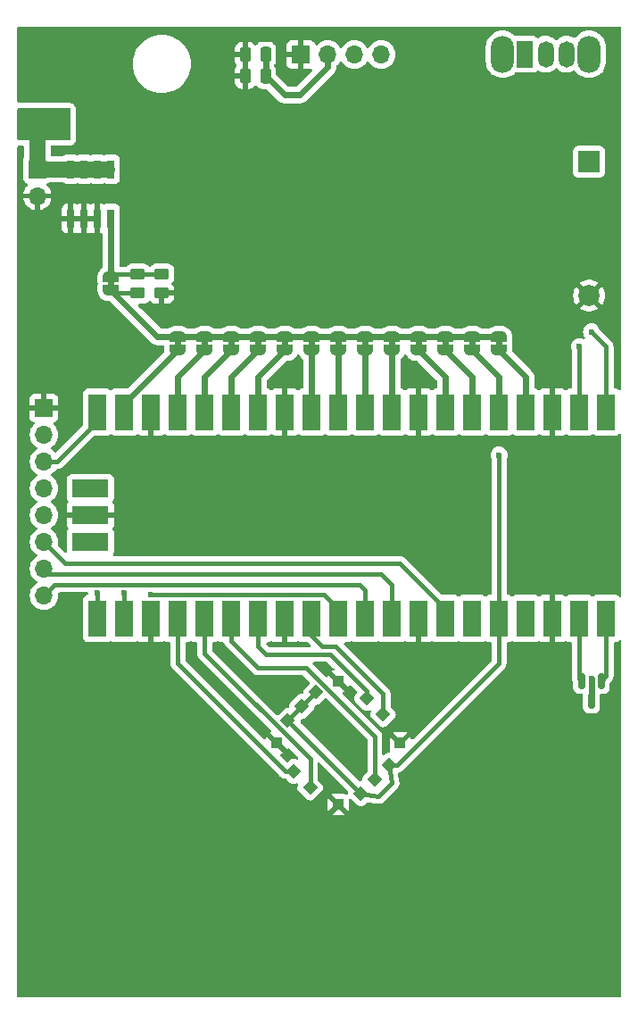
<source format=gtl>
G04 #@! TF.GenerationSoftware,KiCad,Pcbnew,(7.0.0)*
G04 #@! TF.CreationDate,2023-02-19T21:46:30+01:00*
G04 #@! TF.ProjectId,Glitchifier9000,476c6974-6368-4696-9669-657239303030,rev?*
G04 #@! TF.SameCoordinates,Original*
G04 #@! TF.FileFunction,Copper,L1,Top*
G04 #@! TF.FilePolarity,Positive*
%FSLAX46Y46*%
G04 Gerber Fmt 4.6, Leading zero omitted, Abs format (unit mm)*
G04 Created by KiCad (PCBNEW (7.0.0)) date 2023-02-19 21:46:30*
%MOMM*%
%LPD*%
G01*
G04 APERTURE LIST*
G04 Aperture macros list*
%AMRoundRect*
0 Rectangle with rounded corners*
0 $1 Rounding radius*
0 $2 $3 $4 $5 $6 $7 $8 $9 X,Y pos of 4 corners*
0 Add a 4 corners polygon primitive as box body*
4,1,4,$2,$3,$4,$5,$6,$7,$8,$9,$2,$3,0*
0 Add four circle primitives for the rounded corners*
1,1,$1+$1,$2,$3*
1,1,$1+$1,$4,$5*
1,1,$1+$1,$6,$7*
1,1,$1+$1,$8,$9*
0 Add four rect primitives between the rounded corners*
20,1,$1+$1,$2,$3,$4,$5,0*
20,1,$1+$1,$4,$5,$6,$7,0*
20,1,$1+$1,$6,$7,$8,$9,0*
20,1,$1+$1,$8,$9,$2,$3,0*%
%AMRotRect*
0 Rectangle, with rotation*
0 The origin of the aperture is its center*
0 $1 length*
0 $2 width*
0 $3 Rotation angle, in degrees counterclockwise*
0 Add horizontal line*
21,1,$1,$2,0,0,$3*%
%AMFreePoly0*
4,1,19,0.500000,-0.750000,0.000000,-0.750000,0.000000,-0.744911,-0.071157,-0.744911,-0.207708,-0.704816,-0.327430,-0.627875,-0.420627,-0.520320,-0.479746,-0.390866,-0.500000,-0.250000,-0.500000,0.250000,-0.479746,0.390866,-0.420627,0.520320,-0.327430,0.627875,-0.207708,0.704816,-0.071157,0.744911,0.000000,0.744911,0.000000,0.750000,0.500000,0.750000,0.500000,-0.750000,0.500000,-0.750000,
$1*%
%AMFreePoly1*
4,1,19,0.000000,0.744911,0.071157,0.744911,0.207708,0.704816,0.327430,0.627875,0.420627,0.520320,0.479746,0.390866,0.500000,0.250000,0.500000,-0.250000,0.479746,-0.390866,0.420627,-0.520320,0.327430,-0.627875,0.207708,-0.704816,0.071157,-0.744911,0.000000,-0.744911,0.000000,-0.750000,-0.500000,-0.750000,-0.500000,0.750000,0.000000,0.750000,0.000000,0.744911,0.000000,0.744911,
$1*%
G04 Aperture macros list end*
G04 #@! TA.AperFunction,SMDPad,CuDef*
%ADD10RoundRect,0.250000X0.250000X0.475000X-0.250000X0.475000X-0.250000X-0.475000X0.250000X-0.475000X0*%
G04 #@! TD*
G04 #@! TA.AperFunction,SMDPad,CuDef*
%ADD11R,1.700000X3.500000*%
G04 #@! TD*
G04 #@! TA.AperFunction,SMDPad,CuDef*
%ADD12R,3.500000X1.700000*%
G04 #@! TD*
G04 #@! TA.AperFunction,SMDPad,CuDef*
%ADD13RoundRect,0.150000X-0.150000X0.587500X-0.150000X-0.587500X0.150000X-0.587500X0.150000X0.587500X0*%
G04 #@! TD*
G04 #@! TA.AperFunction,SMDPad,CuDef*
%ADD14FreePoly0,270.000000*%
G04 #@! TD*
G04 #@! TA.AperFunction,SMDPad,CuDef*
%ADD15FreePoly1,270.000000*%
G04 #@! TD*
G04 #@! TA.AperFunction,SMDPad,CuDef*
%ADD16R,0.720000X1.780000*%
G04 #@! TD*
G04 #@! TA.AperFunction,SMDPad,CuDef*
%ADD17RoundRect,0.250000X0.450000X-0.262500X0.450000X0.262500X-0.450000X0.262500X-0.450000X-0.262500X0*%
G04 #@! TD*
G04 #@! TA.AperFunction,ComponentPad*
%ADD18R,1.700000X1.700000*%
G04 #@! TD*
G04 #@! TA.AperFunction,ComponentPad*
%ADD19O,1.700000X1.700000*%
G04 #@! TD*
G04 #@! TA.AperFunction,SMDPad,CuDef*
%ADD20FreePoly0,90.000000*%
G04 #@! TD*
G04 #@! TA.AperFunction,SMDPad,CuDef*
%ADD21FreePoly1,90.000000*%
G04 #@! TD*
G04 #@! TA.AperFunction,SMDPad,CuDef*
%ADD22R,1.000000X1.000000*%
G04 #@! TD*
G04 #@! TA.AperFunction,SMDPad,CuDef*
%ADD23RotRect,1.000000X1.000000X225.000000*%
G04 #@! TD*
G04 #@! TA.AperFunction,ComponentPad*
%ADD24O,2.200000X3.500000*%
G04 #@! TD*
G04 #@! TA.AperFunction,ComponentPad*
%ADD25R,1.500000X2.500000*%
G04 #@! TD*
G04 #@! TA.AperFunction,ComponentPad*
%ADD26O,1.500000X2.500000*%
G04 #@! TD*
G04 #@! TA.AperFunction,ComponentPad*
%ADD27R,2.000000X2.000000*%
G04 #@! TD*
G04 #@! TA.AperFunction,ComponentPad*
%ADD28C,2.000000*%
G04 #@! TD*
G04 #@! TA.AperFunction,ViaPad*
%ADD29C,0.600000*%
G04 #@! TD*
G04 #@! TA.AperFunction,Conductor*
%ADD30C,0.600000*%
G04 #@! TD*
G04 #@! TA.AperFunction,Conductor*
%ADD31C,0.400000*%
G04 #@! TD*
G04 #@! TA.AperFunction,Conductor*
%ADD32C,1.500000*%
G04 #@! TD*
G04 APERTURE END LIST*
G36*
X131110000Y-77944000D02*
G01*
X130510000Y-77944000D01*
X130510000Y-77444000D01*
X131110000Y-77444000D01*
X131110000Y-77944000D01*
G37*
G36*
X126030000Y-77944000D02*
G01*
X125430000Y-77944000D01*
X125430000Y-77444000D01*
X126030000Y-77444000D01*
X126030000Y-77944000D01*
G37*
G36*
X128570000Y-77944000D02*
G01*
X127970000Y-77944000D01*
X127970000Y-77444000D01*
X128570000Y-77444000D01*
X128570000Y-77944000D01*
G37*
G36*
X141270000Y-77944000D02*
G01*
X140670000Y-77944000D01*
X140670000Y-77444000D01*
X141270000Y-77444000D01*
X141270000Y-77944000D01*
G37*
G36*
X133650000Y-77944000D02*
G01*
X133050000Y-77944000D01*
X133050000Y-77444000D01*
X133650000Y-77444000D01*
X133650000Y-77944000D01*
G37*
G36*
X151430000Y-77944000D02*
G01*
X150830000Y-77944000D01*
X150830000Y-77444000D01*
X151430000Y-77444000D01*
X151430000Y-77944000D01*
G37*
G36*
X136190000Y-77944000D02*
G01*
X135590000Y-77944000D01*
X135590000Y-77444000D01*
X136190000Y-77444000D01*
X136190000Y-77944000D01*
G37*
G36*
X123490000Y-77944000D02*
G01*
X122890000Y-77944000D01*
X122890000Y-77444000D01*
X123490000Y-77444000D01*
X123490000Y-77944000D01*
G37*
G36*
X146350000Y-77944000D02*
G01*
X145750000Y-77944000D01*
X145750000Y-77444000D01*
X146350000Y-77444000D01*
X146350000Y-77944000D01*
G37*
G36*
X148890000Y-77944000D02*
G01*
X148290000Y-77944000D01*
X148290000Y-77444000D01*
X148890000Y-77444000D01*
X148890000Y-77944000D01*
G37*
G36*
X138730000Y-77944000D02*
G01*
X138130000Y-77944000D01*
X138130000Y-77444000D01*
X138730000Y-77444000D01*
X138730000Y-77944000D01*
G37*
G36*
X143810000Y-77944000D02*
G01*
X143210000Y-77944000D01*
X143210000Y-77444000D01*
X143810000Y-77444000D01*
X143810000Y-77944000D01*
G37*
G36*
X114600000Y-72244000D02*
G01*
X114000000Y-72244000D01*
X114000000Y-71744000D01*
X114600000Y-71744000D01*
X114600000Y-72244000D01*
G37*
G36*
X120950000Y-77944000D02*
G01*
X120350000Y-77944000D01*
X120350000Y-77444000D01*
X120950000Y-77444000D01*
X120950000Y-77944000D01*
G37*
D10*
X128966000Y-52324000D03*
X127066000Y-52324000D03*
D11*
X161289999Y-84189999D03*
X158749999Y-84189999D03*
X156209999Y-84189999D03*
X153669999Y-84189999D03*
X151129999Y-84189999D03*
X148589999Y-84189999D03*
X146049999Y-84189999D03*
X143509999Y-84189999D03*
X140969999Y-84189999D03*
X138429999Y-84189999D03*
X135889999Y-84189999D03*
X133349999Y-84189999D03*
X130809999Y-84189999D03*
X128269999Y-84189999D03*
X125729999Y-84189999D03*
X123189999Y-84189999D03*
X120649999Y-84189999D03*
X118109999Y-84189999D03*
X115569999Y-84189999D03*
X113029999Y-84189999D03*
X113029999Y-103769999D03*
X115569999Y-103769999D03*
X118109999Y-103769999D03*
X120649999Y-103769999D03*
X123189999Y-103769999D03*
X125729999Y-103769999D03*
X128269999Y-103769999D03*
X130809999Y-103769999D03*
X133349999Y-103769999D03*
X135889999Y-103769999D03*
X138429999Y-103769999D03*
X140969999Y-103769999D03*
X143509999Y-103769999D03*
X146049999Y-103769999D03*
X148589999Y-103769999D03*
X151129999Y-103769999D03*
X153669999Y-103769999D03*
X156209999Y-103769999D03*
X158749999Y-103769999D03*
X161289999Y-103769999D03*
D12*
X112359999Y-91439999D03*
X112359999Y-93979999D03*
X112359999Y-96519999D03*
D13*
X159893000Y-111554500D03*
X158943000Y-109679500D03*
X160843000Y-109679500D03*
D14*
X130810000Y-77044000D03*
D15*
X130810000Y-78344000D03*
D14*
X125730000Y-77044000D03*
D15*
X125730000Y-78344000D03*
D14*
X128270000Y-77044000D03*
D15*
X128270000Y-78344000D03*
D10*
X128966000Y-50292000D03*
X127066000Y-50292000D03*
D14*
X140970000Y-77044000D03*
D15*
X140970000Y-78344000D03*
D16*
X110489999Y-65839999D03*
X111759999Y-65839999D03*
X113029999Y-65839999D03*
X114299999Y-65839999D03*
X110489999Y-61159999D03*
X111759999Y-61159999D03*
X113029999Y-61159999D03*
X114299999Y-61159999D03*
D14*
X133350000Y-77044000D03*
D15*
X133350000Y-78344000D03*
D14*
X151130000Y-77044000D03*
D15*
X151130000Y-78344000D03*
D17*
X119126000Y-72921500D03*
X119126000Y-71096500D03*
D18*
X107949999Y-83819999D03*
D19*
X107949999Y-86359999D03*
X107949999Y-88899999D03*
X107949999Y-91439999D03*
X107949999Y-93979999D03*
X107949999Y-96519999D03*
X107949999Y-99059999D03*
X107949999Y-101599999D03*
D14*
X135890000Y-77044000D03*
D15*
X135890000Y-78344000D03*
D18*
X132333999Y-50291999D03*
D19*
X134873999Y-50291999D03*
X137413999Y-50291999D03*
X139953999Y-50291999D03*
D14*
X123190000Y-77044000D03*
D15*
X123190000Y-78344000D03*
D17*
X116840000Y-72921500D03*
X116840000Y-71096500D03*
D14*
X146050000Y-77044000D03*
D15*
X146050000Y-78344000D03*
D14*
X148590000Y-77044000D03*
D15*
X148590000Y-78344000D03*
D18*
X107314999Y-61159999D03*
D19*
X107314999Y-63699999D03*
D14*
X138430000Y-77044000D03*
D15*
X138430000Y-78344000D03*
D14*
X143510000Y-77044000D03*
D15*
X143510000Y-78344000D03*
D20*
X114300000Y-72644000D03*
D21*
X114300000Y-71344000D03*
D14*
X120650000Y-77044000D03*
D15*
X120650000Y-78344000D03*
D22*
X141739992Y-115569999D03*
X135889999Y-109720006D03*
X135889999Y-121419992D03*
X130040006Y-115569999D03*
D23*
X140132640Y-112882993D03*
X133202993Y-119812640D03*
X139354822Y-119034822D03*
X138577005Y-111327358D03*
X131647358Y-118257005D03*
X131081673Y-113448679D03*
X133768679Y-110761673D03*
X132425176Y-112105176D03*
X138011319Y-120378325D03*
X140698325Y-117691319D03*
D24*
X151474999Y-50259999D03*
X159674999Y-50259999D03*
D25*
X153574999Y-50259999D03*
D26*
X155574999Y-50259999D03*
X157574999Y-50259999D03*
D27*
X159662999Y-60451999D03*
D28*
X159663000Y-73152000D03*
D29*
X159893000Y-109474000D03*
X116078000Y-60960000D03*
X143510000Y-81026000D03*
X107315000Y-67310000D03*
X125476000Y-52324000D03*
X111379000Y-54991000D03*
X105918000Y-71628000D03*
X106172000Y-54356000D03*
X135890000Y-123063000D03*
X111506000Y-56896000D03*
X111506000Y-55880000D03*
X107061000Y-54356000D03*
X111125000Y-69850000D03*
X108839000Y-54356000D03*
X116078000Y-62230000D03*
X114808000Y-58674000D03*
X109728000Y-54356000D03*
X140589000Y-114554000D03*
X143510000Y-87122000D03*
X115824000Y-67818000D03*
X119380000Y-106934000D03*
X114300000Y-63500000D03*
X110617000Y-54356000D03*
X128000000Y-113600000D03*
X110998000Y-102870000D03*
X147320000Y-109220000D03*
X110490000Y-63500000D03*
X113030000Y-63500000D03*
X111760000Y-67818000D03*
X130556000Y-50292000D03*
X109728000Y-71628000D03*
X131064000Y-116586000D03*
X130810000Y-87122000D03*
X135128000Y-119507000D03*
X134239000Y-121412000D03*
X115316000Y-93980000D03*
X110744000Y-59309000D03*
X111506000Y-57912000D03*
X111125000Y-71120000D03*
X109728000Y-85217000D03*
X111125000Y-68580000D03*
X107950000Y-54356000D03*
X108458000Y-71628000D03*
X106045000Y-67310000D03*
X109474000Y-90170000D03*
X117094000Y-106934000D03*
X113284000Y-58674000D03*
X156210000Y-100330000D03*
X156210000Y-107696000D03*
X111760000Y-63500000D03*
X156210000Y-81026000D03*
X125476000Y-50292000D03*
X108966000Y-65786000D03*
X130810000Y-81026000D03*
X108585000Y-67310000D03*
X112014000Y-58674000D03*
X156210000Y-87122000D03*
X121900000Y-106900000D03*
X140208000Y-108966000D03*
X143256000Y-113538000D03*
X132334000Y-52324000D03*
X116078000Y-59690000D03*
X130302000Y-110236000D03*
X137033000Y-110871000D03*
X107442000Y-65786000D03*
X109728000Y-81661000D03*
X113030000Y-67818000D03*
X109728000Y-83820000D03*
X109474000Y-59436000D03*
X115824000Y-63500000D03*
X130810000Y-106172000D03*
X135636000Y-114808000D03*
X115824000Y-65786000D03*
X107188000Y-71628000D03*
X118110000Y-87122000D03*
X134620000Y-108458000D03*
X151130000Y-88265000D03*
X132266081Y-54102000D03*
X113030000Y-101346000D03*
X115570000Y-101346000D03*
X118110000Y-101473000D03*
X158750000Y-77978000D03*
X159893000Y-76581000D03*
D30*
X159893000Y-111554500D02*
X159893000Y-109474000D01*
D31*
X161290000Y-102870000D02*
X161290000Y-109232500D01*
X161290000Y-109232500D02*
X160843000Y-109679500D01*
X158750000Y-109486500D02*
X158943000Y-109679500D01*
X158750000Y-102870000D02*
X158750000Y-109486500D01*
X161290000Y-77978000D02*
X159893000Y-76581000D01*
X151130000Y-102870000D02*
X151130000Y-108033993D01*
X151130000Y-102870000D02*
X151130000Y-88265000D01*
X131081674Y-113448680D02*
X138011320Y-120378326D01*
X141472673Y-117691320D02*
X140698326Y-117691320D01*
D30*
X132266081Y-54102000D02*
X134874000Y-51494081D01*
X134874000Y-51494081D02*
X134874000Y-50292000D01*
X130744000Y-54102000D02*
X132266081Y-54102000D01*
X128966000Y-50292000D02*
X128966000Y-52324000D01*
D31*
X138011320Y-120378326D02*
X139700000Y-120650000D01*
D30*
X128966000Y-52324000D02*
X130744000Y-54102000D01*
D31*
X131081674Y-113448680D02*
X132425177Y-112105177D01*
X132425177Y-112105177D02*
X133768680Y-110761674D01*
X151130000Y-108033993D02*
X141472673Y-117691320D01*
X140970000Y-119380000D02*
X140698326Y-117691320D01*
X139700000Y-120650000D02*
X140970000Y-119380000D01*
D32*
X107315000Y-61160000D02*
X107315000Y-57404000D01*
X107315000Y-57404000D02*
X108077000Y-56642000D01*
X113900000Y-61160000D02*
X107315000Y-61160000D01*
D30*
X114300000Y-72644000D02*
X118700000Y-77044000D01*
X118700000Y-77044000D02*
X120650000Y-77044000D01*
D31*
X114577500Y-72921500D02*
X114300000Y-72644000D01*
D30*
X151130000Y-77044000D02*
X120650000Y-77044000D01*
D31*
X116840000Y-72921500D02*
X114577500Y-72921500D01*
D30*
X148590000Y-78344000D02*
X151130000Y-80884000D01*
X151130000Y-80884000D02*
X151130000Y-85090000D01*
X148590000Y-80884000D02*
X148590000Y-85090000D01*
X146050000Y-78344000D02*
X148590000Y-80884000D01*
X143510000Y-78344000D02*
X146050000Y-80884000D01*
X146050000Y-80884000D02*
X146050000Y-85090000D01*
X140970000Y-78344000D02*
X140970000Y-85090000D01*
X138430000Y-78344000D02*
X138430000Y-85090000D01*
X135890000Y-78344000D02*
X135890000Y-85090000D01*
X133350000Y-78344000D02*
X133350000Y-85090000D01*
X130810000Y-78344000D02*
X128270000Y-80884000D01*
X128270000Y-80884000D02*
X128270000Y-85090000D01*
X125730000Y-80884000D02*
X125730000Y-85090000D01*
X128270000Y-78344000D02*
X125730000Y-80884000D01*
X125730000Y-78344000D02*
X123190000Y-80884000D01*
X123190000Y-80884000D02*
X123190000Y-85090000D01*
X123190000Y-78344000D02*
X120650000Y-80884000D01*
X120650000Y-80884000D02*
X120650000Y-85090000D01*
X115570000Y-83424000D02*
X115570000Y-85090000D01*
X120650000Y-78344000D02*
X115570000Y-83424000D01*
D31*
X114547500Y-71096500D02*
X114300000Y-71344000D01*
X116840000Y-71096500D02*
X114547500Y-71096500D01*
X119126000Y-71096500D02*
X116840000Y-71096500D01*
D30*
X114300000Y-71344000D02*
X114300000Y-65840000D01*
D31*
X113030000Y-101346000D02*
X113030000Y-102870000D01*
X115570000Y-101346000D02*
X115570000Y-102870000D01*
X107950000Y-88900000D02*
X109220000Y-88900000D01*
X109220000Y-88900000D02*
X113030000Y-85090000D01*
X134493000Y-101473000D02*
X118110000Y-101473000D01*
X135890000Y-102870000D02*
X134493000Y-101473000D01*
X131647359Y-118257006D02*
X130873013Y-118257006D01*
X130873013Y-118257006D02*
X120650000Y-108033993D01*
X120650000Y-108033993D02*
X120650000Y-102870000D01*
X133202994Y-119812641D02*
X133202994Y-117078987D01*
X123190000Y-107065993D02*
X123190000Y-102870000D01*
X133202994Y-117078987D02*
X123190000Y-107065993D01*
X125730000Y-102870000D02*
X125730000Y-105918000D01*
X125730000Y-105918000D02*
X128270000Y-108458000D01*
X132842000Y-108458000D02*
X139354823Y-114970823D01*
X139354823Y-114970823D02*
X139354823Y-119034823D01*
X128270000Y-108458000D02*
X132842000Y-108458000D01*
D30*
X153670000Y-80884000D02*
X153670000Y-85090000D01*
X151130000Y-78344000D02*
X153670000Y-80884000D01*
D31*
X158750000Y-85090000D02*
X158750000Y-77978000D01*
X161290000Y-85090000D02*
X161290000Y-77978000D01*
X108458000Y-99568000D02*
X107950000Y-99060000D01*
X140970000Y-102870000D02*
X140970000Y-100584000D01*
X139954000Y-99568000D02*
X108458000Y-99568000D01*
X140970000Y-100584000D02*
X139954000Y-99568000D01*
X138430000Y-101092000D02*
X137922000Y-100584000D01*
X108966000Y-100584000D02*
X107950000Y-101600000D01*
X137922000Y-100584000D02*
X108966000Y-100584000D01*
X138430000Y-102870000D02*
X138430000Y-101092000D01*
X138577006Y-110620252D02*
X135136377Y-107179623D01*
X129032000Y-107188000D02*
X135128000Y-107188000D01*
X138577006Y-111327359D02*
X138577006Y-110620252D01*
X128270000Y-102870000D02*
X128270000Y-106426000D01*
X135128000Y-107188000D02*
X135136377Y-107179623D01*
X128270000Y-106426000D02*
X129032000Y-107188000D01*
X140132641Y-110922641D02*
X140132641Y-112882994D01*
X133350000Y-105410000D02*
X134366000Y-106426000D01*
X134366000Y-106426000D02*
X135636000Y-106426000D01*
X135636000Y-106426000D02*
X140132641Y-110922641D01*
X133350000Y-102870000D02*
X133350000Y-105410000D01*
X141713000Y-98533000D02*
X146050000Y-102870000D01*
X109963000Y-98533000D02*
X141713000Y-98533000D01*
X107950000Y-96520000D02*
X109963000Y-98533000D01*
G04 #@! TA.AperFunction,Conductor*
G36*
X110428000Y-55388613D02*
G01*
X110473387Y-55434000D01*
X110490000Y-55496000D01*
X110490000Y-58296000D01*
X110473387Y-58358000D01*
X110428000Y-58403387D01*
X110366000Y-58420000D01*
X105544500Y-58420000D01*
X105482500Y-58403387D01*
X105437113Y-58358000D01*
X105420500Y-58296000D01*
X105420500Y-55496000D01*
X105437113Y-55434000D01*
X105482500Y-55388613D01*
X105544500Y-55372000D01*
X110366000Y-55372000D01*
X110428000Y-55388613D01*
G37*
G04 #@! TD.AperFunction*
G04 #@! TA.AperFunction,Conductor*
G36*
X110490000Y-70866000D02*
G01*
X105420500Y-70866000D01*
X105420500Y-67818000D01*
X110490000Y-67818000D01*
X110490000Y-70866000D01*
G37*
G04 #@! TD.AperFunction*
G04 #@! TA.AperFunction,Conductor*
G36*
X134756989Y-111363646D02*
G01*
X138618004Y-115224661D01*
X138644884Y-115264889D01*
X138654323Y-115312342D01*
X138654323Y-118269040D01*
X138644884Y-118316493D01*
X138618004Y-118356721D01*
X138262315Y-118712410D01*
X138262306Y-118712419D01*
X138259959Y-118714767D01*
X138257879Y-118717347D01*
X138257870Y-118717358D01*
X138227204Y-118755411D01*
X138227198Y-118755419D01*
X138222339Y-118761450D01*
X138219118Y-118768500D01*
X138219117Y-118768504D01*
X138166235Y-118884298D01*
X138166233Y-118884301D01*
X138162551Y-118892366D01*
X138161289Y-118901137D01*
X138161288Y-118901144D01*
X138152696Y-118960911D01*
X138142070Y-119034823D01*
X138143260Y-119043102D01*
X138126719Y-119104835D01*
X138081332Y-119150222D01*
X138019599Y-119166763D01*
X138011320Y-119165573D01*
X138002542Y-119166835D01*
X137878578Y-119184657D01*
X137821772Y-119179573D01*
X137773251Y-119149600D01*
X132310399Y-113686748D01*
X132280426Y-113638226D01*
X132275342Y-113581424D01*
X132294427Y-113448680D01*
X132293236Y-113440400D01*
X132309778Y-113378668D01*
X132355165Y-113333281D01*
X132416897Y-113316739D01*
X132425177Y-113317930D01*
X132567634Y-113297449D01*
X132698550Y-113237661D01*
X132745233Y-113200042D01*
X133520041Y-112425233D01*
X133557661Y-112378550D01*
X133617449Y-112247634D01*
X133637930Y-112105177D01*
X133636739Y-112096897D01*
X133653281Y-112035165D01*
X133698668Y-111989778D01*
X133760400Y-111973236D01*
X133768680Y-111974427D01*
X133911137Y-111953946D01*
X134042053Y-111894158D01*
X134088736Y-111856539D01*
X134581627Y-111363645D01*
X134637214Y-111331552D01*
X134701401Y-111331552D01*
X134756989Y-111363646D01*
G37*
G04 #@! TD.AperFunction*
G04 #@! TA.AperFunction,Conductor*
G36*
X121994310Y-105886421D02*
G01*
X122097669Y-105963796D01*
X122232517Y-106014091D01*
X122292127Y-106020500D01*
X122365500Y-106020500D01*
X122427500Y-106037113D01*
X122472887Y-106082500D01*
X122489500Y-106144500D01*
X122489500Y-107041072D01*
X122489274Y-107048560D01*
X122486094Y-107101111D01*
X122486094Y-107101119D01*
X122485642Y-107108599D01*
X122486993Y-107115975D01*
X122486994Y-107115980D01*
X122496483Y-107167764D01*
X122497610Y-107175164D01*
X122503955Y-107227418D01*
X122503956Y-107227423D01*
X122504860Y-107234865D01*
X122507519Y-107241878D01*
X122507521Y-107241884D01*
X122508450Y-107244333D01*
X122514475Y-107265945D01*
X122514951Y-107268544D01*
X122514954Y-107268553D01*
X122516305Y-107275925D01*
X122519382Y-107282762D01*
X122519383Y-107282765D01*
X122540991Y-107330777D01*
X122543857Y-107337695D01*
X122565182Y-107393923D01*
X122569442Y-107400095D01*
X122569445Y-107400100D01*
X122570937Y-107402261D01*
X122581959Y-107421803D01*
X122583039Y-107424203D01*
X122583044Y-107424212D01*
X122586122Y-107431050D01*
X122590745Y-107436951D01*
X122590747Y-107436954D01*
X122623216Y-107478397D01*
X122627636Y-107484403D01*
X122661817Y-107533922D01*
X122706847Y-107573815D01*
X122712282Y-107578932D01*
X129500362Y-114367012D01*
X129532691Y-114423490D01*
X129531966Y-114488562D01*
X129498387Y-114544306D01*
X129441202Y-114575368D01*
X129425371Y-114579109D01*
X129423430Y-114579833D01*
X129413979Y-114586394D01*
X129419851Y-114596290D01*
X130040007Y-115216447D01*
X131013716Y-116190155D01*
X131023611Y-116196026D01*
X131030173Y-116186576D01*
X131030894Y-116184643D01*
X131034637Y-116168806D01*
X131065699Y-116111620D01*
X131121443Y-116078040D01*
X131186515Y-116077315D01*
X131242994Y-116109644D01*
X132055272Y-116921922D01*
X132088369Y-116981517D01*
X132084963Y-117049601D01*
X132046084Y-117105597D01*
X131983483Y-117132580D01*
X131916079Y-117122397D01*
X131797883Y-117068418D01*
X131797882Y-117068417D01*
X131789816Y-117064734D01*
X131781042Y-117063472D01*
X131781037Y-117063471D01*
X131656137Y-117045515D01*
X131647359Y-117044253D01*
X131638581Y-117045515D01*
X131513680Y-117063471D01*
X131513673Y-117063472D01*
X131504902Y-117064734D01*
X131496837Y-117068416D01*
X131496834Y-117068418D01*
X131381044Y-117121298D01*
X131381039Y-117121300D01*
X131373986Y-117124522D01*
X131367946Y-117129388D01*
X131367943Y-117129391D01*
X131329893Y-117160053D01*
X131329883Y-117160061D01*
X131327303Y-117162141D01*
X131324959Y-117164484D01*
X131324950Y-117164493D01*
X131135735Y-117353709D01*
X131080148Y-117385803D01*
X131015960Y-117385803D01*
X130960373Y-117353709D01*
X130388345Y-116781681D01*
X130358095Y-116732318D01*
X130353553Y-116674602D01*
X130375708Y-116621115D01*
X130419731Y-116583515D01*
X130476026Y-116570000D01*
X130584525Y-116570000D01*
X130591121Y-116569646D01*
X130639672Y-116564427D01*
X130654650Y-116560887D01*
X130656583Y-116560166D01*
X130666033Y-116553604D01*
X130660162Y-116543709D01*
X130040007Y-115923553D01*
X129066297Y-114949844D01*
X129056401Y-114943972D01*
X129049840Y-114953423D01*
X129049119Y-114955355D01*
X129045579Y-114970335D01*
X129040360Y-115018885D01*
X129040007Y-115025482D01*
X129040007Y-115133981D01*
X129026492Y-115190276D01*
X128988892Y-115234299D01*
X128935405Y-115256454D01*
X128877689Y-115251912D01*
X128828326Y-115221662D01*
X121386819Y-107780155D01*
X121359939Y-107739927D01*
X121350500Y-107692474D01*
X121350500Y-106144499D01*
X121367113Y-106082499D01*
X121412500Y-106037112D01*
X121474500Y-106020499D01*
X121544561Y-106020499D01*
X121547872Y-106020499D01*
X121607483Y-106014091D01*
X121742331Y-105963796D01*
X121845689Y-105886421D01*
X121893642Y-105864523D01*
X121946358Y-105864523D01*
X121994310Y-105886421D01*
G37*
G04 #@! TD.AperFunction*
G04 #@! TA.AperFunction,Conductor*
G36*
X143698000Y-103536613D02*
G01*
X143743387Y-103582000D01*
X143760000Y-103644000D01*
X143760000Y-106003674D01*
X143763450Y-106016549D01*
X143776326Y-106020000D01*
X144404518Y-106020000D01*
X144411114Y-106019646D01*
X144459667Y-106014426D01*
X144474641Y-106010888D01*
X144593777Y-105966452D01*
X144609189Y-105958037D01*
X144705272Y-105886110D01*
X144753225Y-105864211D01*
X144805941Y-105864211D01*
X144853894Y-105886110D01*
X144957669Y-105963796D01*
X145092517Y-106014091D01*
X145152127Y-106020500D01*
X146947872Y-106020499D01*
X147007483Y-106014091D01*
X147142331Y-105963796D01*
X147245689Y-105886421D01*
X147293642Y-105864523D01*
X147346358Y-105864523D01*
X147394310Y-105886421D01*
X147497669Y-105963796D01*
X147632517Y-106014091D01*
X147692127Y-106020500D01*
X149487872Y-106020499D01*
X149547483Y-106014091D01*
X149682331Y-105963796D01*
X149785689Y-105886421D01*
X149833642Y-105864523D01*
X149886358Y-105864523D01*
X149934310Y-105886421D01*
X150037669Y-105963796D01*
X150172517Y-106014091D01*
X150232127Y-106020500D01*
X150305500Y-106020500D01*
X150367500Y-106037113D01*
X150412887Y-106082500D01*
X150429500Y-106144500D01*
X150429500Y-107692474D01*
X150420061Y-107739927D01*
X150393181Y-107780155D01*
X142951674Y-115221661D01*
X142902311Y-115251911D01*
X142844595Y-115256453D01*
X142791108Y-115234298D01*
X142753508Y-115190275D01*
X142739993Y-115133980D01*
X142739993Y-115025482D01*
X142739639Y-115018885D01*
X142734420Y-114970337D01*
X142730878Y-114955352D01*
X142730158Y-114953422D01*
X142723597Y-114943972D01*
X142713703Y-114949842D01*
X141827673Y-115835872D01*
X141772086Y-115867966D01*
X141707898Y-115867966D01*
X141652311Y-115835872D01*
X140766283Y-114949844D01*
X140756387Y-114943972D01*
X140749826Y-114953423D01*
X140749105Y-114955355D01*
X140745565Y-114970335D01*
X140740346Y-115018885D01*
X140739993Y-115025482D01*
X140739993Y-116114518D01*
X140740346Y-116121114D01*
X140745566Y-116169667D01*
X140749104Y-116184641D01*
X140796640Y-116312089D01*
X140793939Y-116313096D01*
X140804661Y-116353658D01*
X140791551Y-116411359D01*
X140753195Y-116456415D01*
X140698326Y-116478567D01*
X140564647Y-116497785D01*
X140564640Y-116497786D01*
X140555869Y-116499048D01*
X140547804Y-116502730D01*
X140547801Y-116502732D01*
X140432011Y-116555612D01*
X140432006Y-116555614D01*
X140424953Y-116558836D01*
X140418913Y-116563702D01*
X140418910Y-116563705D01*
X140380860Y-116594367D01*
X140380850Y-116594375D01*
X140378270Y-116596455D01*
X140375926Y-116598798D01*
X140375917Y-116598807D01*
X140267004Y-116707721D01*
X140217641Y-116737971D01*
X140159925Y-116742513D01*
X140106438Y-116720358D01*
X140068838Y-116676335D01*
X140055323Y-116620040D01*
X140055323Y-114995744D01*
X140055549Y-114988256D01*
X140058728Y-114935704D01*
X140059181Y-114928217D01*
X140048337Y-114869044D01*
X140047210Y-114861638D01*
X140046969Y-114859654D01*
X140039963Y-114801951D01*
X140036370Y-114792479D01*
X140030345Y-114770864D01*
X140028518Y-114760892D01*
X140003832Y-114706043D01*
X140000965Y-114699121D01*
X139982303Y-114649913D01*
X139979641Y-114642893D01*
X139973882Y-114634550D01*
X139962856Y-114615000D01*
X139961779Y-114612607D01*
X139958701Y-114605767D01*
X139951276Y-114596290D01*
X139943523Y-114586394D01*
X141113965Y-114586394D01*
X141119837Y-114596290D01*
X141728450Y-115204903D01*
X141739993Y-115211567D01*
X141751535Y-115204903D01*
X142360147Y-114596290D01*
X142366018Y-114586394D01*
X142356566Y-114579832D01*
X142354638Y-114579113D01*
X142339658Y-114575573D01*
X142291107Y-114570353D01*
X142284511Y-114570000D01*
X141195475Y-114570000D01*
X141188878Y-114570353D01*
X141140328Y-114575572D01*
X141125348Y-114579112D01*
X141123416Y-114579833D01*
X141113965Y-114586394D01*
X139943523Y-114586394D01*
X139921614Y-114558428D01*
X139917176Y-114552397D01*
X139887269Y-114509070D01*
X139883006Y-114502894D01*
X139877391Y-114497920D01*
X139877388Y-114497916D01*
X139837993Y-114463016D01*
X139832539Y-114457882D01*
X136306345Y-110931688D01*
X136276095Y-110882325D01*
X136271553Y-110824609D01*
X136293708Y-110771122D01*
X136337731Y-110733522D01*
X136394026Y-110720007D01*
X136434518Y-110720007D01*
X136441114Y-110719653D01*
X136489665Y-110714434D01*
X136504643Y-110710894D01*
X136506576Y-110710173D01*
X136516026Y-110703611D01*
X136510155Y-110693716D01*
X135890000Y-110073560D01*
X134916290Y-109099851D01*
X134906394Y-109093979D01*
X134899833Y-109103430D01*
X134899112Y-109105362D01*
X134895572Y-109120342D01*
X134890353Y-109168892D01*
X134890000Y-109175489D01*
X134890000Y-109215981D01*
X134876485Y-109272276D01*
X134838885Y-109316299D01*
X134785398Y-109338454D01*
X134727682Y-109333912D01*
X134678319Y-109303662D01*
X133474838Y-108100181D01*
X133444588Y-108050818D01*
X133440046Y-107993102D01*
X133462201Y-107939615D01*
X133506224Y-107902015D01*
X133562519Y-107888500D01*
X134803235Y-107888500D01*
X134850688Y-107897939D01*
X134890916Y-107924819D01*
X135474423Y-108508326D01*
X135504673Y-108557689D01*
X135509215Y-108615405D01*
X135487060Y-108668892D01*
X135443037Y-108706492D01*
X135386742Y-108720007D01*
X135345482Y-108720007D01*
X135338885Y-108720360D01*
X135290335Y-108725579D01*
X135275355Y-108729119D01*
X135273423Y-108729840D01*
X135263972Y-108736401D01*
X135269844Y-108746297D01*
X135890000Y-109366454D01*
X136863709Y-110340162D01*
X136873604Y-110346033D01*
X136880166Y-110336583D01*
X136880887Y-110334650D01*
X136884427Y-110319672D01*
X136889646Y-110271121D01*
X136890000Y-110264525D01*
X136890000Y-110223265D01*
X136903515Y-110166970D01*
X136941115Y-110122947D01*
X136994602Y-110100792D01*
X137052318Y-110105334D01*
X137101681Y-110135584D01*
X137640088Y-110673991D01*
X137672182Y-110729578D01*
X137672182Y-110793765D01*
X137640089Y-110849352D01*
X137484495Y-111004948D01*
X137484477Y-111004967D01*
X137482142Y-111007303D01*
X137480064Y-111009880D01*
X137480060Y-111009886D01*
X137449387Y-111047947D01*
X137449381Y-111047955D01*
X137444522Y-111053986D01*
X137441301Y-111061036D01*
X137441300Y-111061040D01*
X137388418Y-111176834D01*
X137388416Y-111176837D01*
X137384734Y-111184902D01*
X137383472Y-111193673D01*
X137383471Y-111193680D01*
X137371642Y-111275965D01*
X137364253Y-111327359D01*
X137365515Y-111336137D01*
X137383471Y-111461037D01*
X137383472Y-111461042D01*
X137384734Y-111469816D01*
X137444522Y-111600732D01*
X137482141Y-111647415D01*
X138256950Y-112422223D01*
X138259540Y-112424310D01*
X138259541Y-112424311D01*
X138297594Y-112454977D01*
X138297597Y-112454978D01*
X138303633Y-112459843D01*
X138434549Y-112519631D01*
X138577006Y-112540112D01*
X138719463Y-112519631D01*
X138823642Y-112472053D01*
X138882229Y-112461050D01*
X138939184Y-112478660D01*
X138981338Y-112520814D01*
X138998949Y-112577769D01*
X138987945Y-112636359D01*
X138944054Y-112732466D01*
X138944052Y-112732471D01*
X138940369Y-112740537D01*
X138939107Y-112749308D01*
X138939106Y-112749315D01*
X138932898Y-112792500D01*
X138919888Y-112882994D01*
X138921150Y-112891772D01*
X138939106Y-113016672D01*
X138939107Y-113016677D01*
X138940369Y-113025451D01*
X139000157Y-113156367D01*
X139037776Y-113203050D01*
X139812585Y-113977858D01*
X139815175Y-113979945D01*
X139815176Y-113979946D01*
X139853229Y-114010612D01*
X139853232Y-114010613D01*
X139859268Y-114015478D01*
X139990184Y-114075266D01*
X140132641Y-114095747D01*
X140275098Y-114075266D01*
X140406014Y-114015478D01*
X140452697Y-113977859D01*
X141227505Y-113203050D01*
X141265125Y-113156367D01*
X141324913Y-113025451D01*
X141345394Y-112882994D01*
X141324913Y-112740537D01*
X141265125Y-112609621D01*
X141227506Y-112562938D01*
X140869459Y-112204892D01*
X140842580Y-112164665D01*
X140833141Y-112117212D01*
X140833141Y-110947562D01*
X140833367Y-110940074D01*
X140836173Y-110893686D01*
X140836999Y-110880035D01*
X140826155Y-110820862D01*
X140825028Y-110813456D01*
X140822065Y-110789053D01*
X140817781Y-110753769D01*
X140814188Y-110744297D01*
X140808163Y-110722682D01*
X140806336Y-110712710D01*
X140781650Y-110657861D01*
X140778783Y-110650939D01*
X140760121Y-110601731D01*
X140757459Y-110594711D01*
X140751700Y-110586368D01*
X140740674Y-110566818D01*
X140739597Y-110564425D01*
X140736519Y-110557585D01*
X140712869Y-110527398D01*
X140699432Y-110510246D01*
X140694994Y-110504215D01*
X140665087Y-110460888D01*
X140660824Y-110454712D01*
X140655209Y-110449738D01*
X140655206Y-110449734D01*
X140615811Y-110414834D01*
X140610357Y-110409700D01*
X136432837Y-106232180D01*
X136402587Y-106182817D01*
X136398045Y-106125101D01*
X136420200Y-106071614D01*
X136464223Y-106034014D01*
X136520518Y-106020499D01*
X136784561Y-106020499D01*
X136787872Y-106020499D01*
X136847483Y-106014091D01*
X136982331Y-105963796D01*
X137085689Y-105886421D01*
X137133642Y-105864523D01*
X137186358Y-105864523D01*
X137234310Y-105886421D01*
X137337669Y-105963796D01*
X137472517Y-106014091D01*
X137532127Y-106020500D01*
X139327872Y-106020499D01*
X139387483Y-106014091D01*
X139522331Y-105963796D01*
X139625689Y-105886421D01*
X139673642Y-105864523D01*
X139726358Y-105864523D01*
X139774310Y-105886421D01*
X139877669Y-105963796D01*
X140012517Y-106014091D01*
X140072127Y-106020500D01*
X141867872Y-106020499D01*
X141927483Y-106014091D01*
X142062331Y-105963796D01*
X142166105Y-105886110D01*
X142214057Y-105864211D01*
X142266774Y-105864211D01*
X142314727Y-105886110D01*
X142410810Y-105958037D01*
X142426222Y-105966452D01*
X142545358Y-106010888D01*
X142560332Y-106014426D01*
X142608885Y-106019646D01*
X142615482Y-106020000D01*
X143243674Y-106020000D01*
X143256549Y-106016549D01*
X143260000Y-106003674D01*
X143260000Y-103644000D01*
X143276613Y-103582000D01*
X143322000Y-103536613D01*
X143384000Y-103520000D01*
X143636000Y-103520000D01*
X143698000Y-103536613D01*
G37*
G04 #@! TD.AperFunction*
G04 #@! TA.AperFunction,Conductor*
G36*
X124534310Y-105886421D02*
G01*
X124637669Y-105963796D01*
X124772517Y-106014091D01*
X124832127Y-106020500D01*
X124933276Y-106020499D01*
X124988674Y-106033562D01*
X125032402Y-106070001D01*
X125051569Y-106113752D01*
X125052721Y-106113394D01*
X125054953Y-106120558D01*
X125056305Y-106127932D01*
X125059382Y-106134769D01*
X125059383Y-106134772D01*
X125080991Y-106182784D01*
X125083857Y-106189702D01*
X125105182Y-106245930D01*
X125109442Y-106252102D01*
X125109445Y-106252107D01*
X125110937Y-106254268D01*
X125121959Y-106273810D01*
X125123039Y-106276210D01*
X125123044Y-106276219D01*
X125126122Y-106283057D01*
X125130745Y-106288958D01*
X125130747Y-106288961D01*
X125163216Y-106330404D01*
X125167636Y-106336410D01*
X125201817Y-106385929D01*
X125246847Y-106425822D01*
X125252282Y-106430939D01*
X127757059Y-108935716D01*
X127762193Y-108941170D01*
X127802071Y-108986183D01*
X127808240Y-108990441D01*
X127808241Y-108990442D01*
X127851569Y-109020349D01*
X127857602Y-109024788D01*
X127904943Y-109061877D01*
X127911785Y-109064956D01*
X127914175Y-109066032D01*
X127933724Y-109077058D01*
X127935888Y-109078552D01*
X127935896Y-109078556D01*
X127942070Y-109082818D01*
X127949087Y-109085479D01*
X127998306Y-109104145D01*
X128005228Y-109107012D01*
X128060068Y-109131694D01*
X128070035Y-109133520D01*
X128091653Y-109139547D01*
X128094113Y-109140480D01*
X128094116Y-109140480D01*
X128101128Y-109143140D01*
X128158602Y-109150118D01*
X128160830Y-109150389D01*
X128168235Y-109151516D01*
X128184066Y-109154416D01*
X128227394Y-109162357D01*
X128287421Y-109158726D01*
X128294909Y-109158500D01*
X132500481Y-109158500D01*
X132547934Y-109167939D01*
X132588162Y-109194819D01*
X133166707Y-109773364D01*
X133198801Y-109828951D01*
X133198801Y-109893138D01*
X133166707Y-109948726D01*
X132676172Y-110439261D01*
X132676163Y-110439270D01*
X132673816Y-110441618D01*
X132671736Y-110444198D01*
X132671727Y-110444209D01*
X132641061Y-110482262D01*
X132641055Y-110482270D01*
X132636196Y-110488301D01*
X132632975Y-110495351D01*
X132632974Y-110495355D01*
X132580092Y-110611149D01*
X132580090Y-110611152D01*
X132576408Y-110619217D01*
X132575146Y-110627988D01*
X132575145Y-110627995D01*
X132558425Y-110744298D01*
X132555927Y-110761674D01*
X132557117Y-110769953D01*
X132540576Y-110831686D01*
X132495189Y-110877073D01*
X132433456Y-110893614D01*
X132425177Y-110892424D01*
X132416399Y-110893686D01*
X132291498Y-110911642D01*
X132291491Y-110911643D01*
X132282720Y-110912905D01*
X132274655Y-110916587D01*
X132274652Y-110916589D01*
X132158862Y-110969469D01*
X132158857Y-110969471D01*
X132151804Y-110972693D01*
X132145764Y-110977559D01*
X132145761Y-110977562D01*
X132107711Y-111008224D01*
X132107701Y-111008232D01*
X132105121Y-111010312D01*
X132102777Y-111012655D01*
X132102768Y-111012664D01*
X131332669Y-111782764D01*
X131332660Y-111782773D01*
X131330313Y-111785121D01*
X131328233Y-111787701D01*
X131328224Y-111787712D01*
X131297558Y-111825765D01*
X131297552Y-111825773D01*
X131292693Y-111831804D01*
X131289472Y-111838854D01*
X131289471Y-111838858D01*
X131236589Y-111954652D01*
X131236587Y-111954655D01*
X131232905Y-111962720D01*
X131231643Y-111971491D01*
X131231642Y-111971498D01*
X131213686Y-112096399D01*
X131212424Y-112105177D01*
X131213614Y-112113456D01*
X131197073Y-112175189D01*
X131151686Y-112220576D01*
X131089953Y-112237117D01*
X131081674Y-112235927D01*
X131072896Y-112237189D01*
X130947995Y-112255145D01*
X130947988Y-112255146D01*
X130939217Y-112256408D01*
X130931152Y-112260090D01*
X130931149Y-112260092D01*
X130815359Y-112312972D01*
X130815354Y-112312974D01*
X130808301Y-112316196D01*
X130802261Y-112321062D01*
X130802258Y-112321065D01*
X130764208Y-112351727D01*
X130764198Y-112351735D01*
X130761618Y-112353815D01*
X130759274Y-112356158D01*
X130759265Y-112356167D01*
X130202729Y-112912703D01*
X130147141Y-112944797D01*
X130082954Y-112944797D01*
X130027367Y-112912703D01*
X123926819Y-106812155D01*
X123899939Y-106771927D01*
X123890500Y-106724474D01*
X123890500Y-106144499D01*
X123907113Y-106082499D01*
X123952500Y-106037112D01*
X124014500Y-106020499D01*
X124084561Y-106020499D01*
X124087872Y-106020499D01*
X124147483Y-106014091D01*
X124282331Y-105963796D01*
X124385689Y-105886421D01*
X124433642Y-105864523D01*
X124486358Y-105864523D01*
X124534310Y-105886421D01*
G37*
G04 #@! TD.AperFunction*
G04 #@! TA.AperFunction,Conductor*
G36*
X130998000Y-103536613D02*
G01*
X131043387Y-103582000D01*
X131060000Y-103644000D01*
X131060000Y-106003674D01*
X131063450Y-106016549D01*
X131076326Y-106020000D01*
X131704518Y-106020000D01*
X131711114Y-106019646D01*
X131759667Y-106014426D01*
X131774641Y-106010888D01*
X131893777Y-105966452D01*
X131909189Y-105958037D01*
X132005272Y-105886110D01*
X132053225Y-105864211D01*
X132105941Y-105864211D01*
X132153894Y-105886110D01*
X132257669Y-105963796D01*
X132392517Y-106014091D01*
X132452127Y-106020500D01*
X132918480Y-106020499D01*
X132965933Y-106029938D01*
X133006161Y-106056818D01*
X133225162Y-106275819D01*
X133255412Y-106325182D01*
X133259954Y-106382898D01*
X133237799Y-106436385D01*
X133193776Y-106473985D01*
X133137481Y-106487500D01*
X129373519Y-106487500D01*
X129326066Y-106478061D01*
X129285838Y-106451181D01*
X129066837Y-106232180D01*
X129036587Y-106182817D01*
X129032045Y-106125101D01*
X129054200Y-106071614D01*
X129098223Y-106034014D01*
X129154518Y-106020499D01*
X129164561Y-106020499D01*
X129167872Y-106020499D01*
X129227483Y-106014091D01*
X129362331Y-105963796D01*
X129466105Y-105886110D01*
X129514057Y-105864211D01*
X129566774Y-105864211D01*
X129614727Y-105886110D01*
X129710810Y-105958037D01*
X129726222Y-105966452D01*
X129845358Y-106010888D01*
X129860332Y-106014426D01*
X129908885Y-106019646D01*
X129915482Y-106020000D01*
X130543674Y-106020000D01*
X130556549Y-106016549D01*
X130560000Y-106003674D01*
X130560000Y-103644000D01*
X130576613Y-103582000D01*
X130622000Y-103536613D01*
X130684000Y-103520000D01*
X130936000Y-103520000D01*
X130998000Y-103536613D01*
G37*
G04 #@! TD.AperFunction*
G04 #@! TA.AperFunction,Conductor*
G36*
X162665300Y-47652113D02*
G01*
X162710687Y-47697500D01*
X162727300Y-47759500D01*
X162727300Y-82016809D01*
X162712132Y-82076236D01*
X162670339Y-82121125D01*
X162612144Y-82140493D01*
X162551787Y-82129602D01*
X162509462Y-82095493D01*
X162509132Y-82095824D01*
X162506060Y-82092752D01*
X162504031Y-82091117D01*
X162502858Y-82089550D01*
X162497546Y-82082454D01*
X162382331Y-81996204D01*
X162311965Y-81969959D01*
X162254752Y-81948620D01*
X162254750Y-81948619D01*
X162247483Y-81945909D01*
X162239770Y-81945079D01*
X162239767Y-81945079D01*
X162191180Y-81939855D01*
X162191169Y-81939854D01*
X162187873Y-81939500D01*
X162184551Y-81939500D01*
X162114500Y-81939500D01*
X162052500Y-81922887D01*
X162007113Y-81877500D01*
X161990500Y-81815500D01*
X161990500Y-78002910D01*
X161990726Y-77995423D01*
X161993904Y-77942881D01*
X161994357Y-77935394D01*
X161983516Y-77876235D01*
X161982389Y-77868830D01*
X161979866Y-77848053D01*
X161975140Y-77809128D01*
X161972480Y-77802116D01*
X161972480Y-77802113D01*
X161971547Y-77799653D01*
X161965520Y-77778035D01*
X161963694Y-77768068D01*
X161939012Y-77713228D01*
X161936145Y-77706306D01*
X161924342Y-77675184D01*
X161914818Y-77650070D01*
X161910556Y-77643896D01*
X161910552Y-77643888D01*
X161909058Y-77641724D01*
X161898032Y-77622175D01*
X161896956Y-77619785D01*
X161893877Y-77612943D01*
X161856788Y-77565602D01*
X161852349Y-77559569D01*
X161822442Y-77516241D01*
X161822441Y-77516240D01*
X161818183Y-77510071D01*
X161773170Y-77470193D01*
X161767716Y-77465059D01*
X160684367Y-76381710D01*
X160655006Y-76334983D01*
X160654184Y-76332634D01*
X160618789Y-76231478D01*
X160522816Y-76078738D01*
X160395262Y-75951184D01*
X160242522Y-75855211D01*
X160235959Y-75852914D01*
X160235956Y-75852913D01*
X160078824Y-75797930D01*
X160078819Y-75797928D01*
X160072255Y-75795632D01*
X160065335Y-75794852D01*
X160065334Y-75794852D01*
X159899923Y-75776215D01*
X159893000Y-75775435D01*
X159886077Y-75776215D01*
X159720665Y-75794852D01*
X159720662Y-75794852D01*
X159713745Y-75795632D01*
X159707182Y-75797928D01*
X159707175Y-75797930D01*
X159550043Y-75852913D01*
X159550036Y-75852915D01*
X159543478Y-75855211D01*
X159537590Y-75858910D01*
X159537587Y-75858912D01*
X159396638Y-75947476D01*
X159396633Y-75947479D01*
X159390738Y-75951184D01*
X159385813Y-75956108D01*
X159385809Y-75956112D01*
X159268112Y-76073809D01*
X159268108Y-76073813D01*
X159263184Y-76078738D01*
X159259479Y-76084633D01*
X159259476Y-76084638D01*
X159170912Y-76225587D01*
X159170910Y-76225590D01*
X159167211Y-76231478D01*
X159164915Y-76238036D01*
X159164913Y-76238043D01*
X159109930Y-76395175D01*
X159109928Y-76395182D01*
X159107632Y-76401745D01*
X159087435Y-76581000D01*
X159107632Y-76760255D01*
X159109928Y-76766819D01*
X159109930Y-76766824D01*
X159131916Y-76829655D01*
X159167211Y-76930522D01*
X159170912Y-76936412D01*
X159258197Y-77075325D01*
X159277078Y-77135733D01*
X159263689Y-77197590D01*
X159221516Y-77244783D01*
X159161548Y-77265016D01*
X159101430Y-77253409D01*
X159099522Y-77252211D01*
X159078294Y-77244783D01*
X158935824Y-77194930D01*
X158935819Y-77194928D01*
X158929255Y-77192632D01*
X158922335Y-77191852D01*
X158922334Y-77191852D01*
X158756923Y-77173215D01*
X158750000Y-77172435D01*
X158743077Y-77173215D01*
X158577665Y-77191852D01*
X158577662Y-77191852D01*
X158570745Y-77192632D01*
X158564182Y-77194928D01*
X158564175Y-77194930D01*
X158407043Y-77249913D01*
X158407036Y-77249915D01*
X158400478Y-77252211D01*
X158394590Y-77255910D01*
X158394587Y-77255912D01*
X158253638Y-77344476D01*
X158253633Y-77344479D01*
X158247738Y-77348184D01*
X158242813Y-77353108D01*
X158242809Y-77353112D01*
X158125112Y-77470809D01*
X158125108Y-77470813D01*
X158120184Y-77475738D01*
X158116479Y-77481633D01*
X158116476Y-77481638D01*
X158027912Y-77622587D01*
X158027910Y-77622590D01*
X158024211Y-77628478D01*
X158021915Y-77635036D01*
X158021913Y-77635043D01*
X157966930Y-77792175D01*
X157966928Y-77792182D01*
X157964632Y-77798745D01*
X157963852Y-77805662D01*
X157963852Y-77805665D01*
X157959076Y-77848053D01*
X157944435Y-77978000D01*
X157964632Y-78157255D01*
X157966928Y-78163819D01*
X157966930Y-78163824D01*
X158021913Y-78320956D01*
X158024211Y-78327522D01*
X158027911Y-78333410D01*
X158030493Y-78337519D01*
X158049500Y-78403493D01*
X158049500Y-81815501D01*
X158032887Y-81877501D01*
X157987500Y-81922888D01*
X157925500Y-81939501D01*
X157852128Y-81939501D01*
X157848850Y-81939853D01*
X157848838Y-81939854D01*
X157800231Y-81945079D01*
X157800225Y-81945080D01*
X157792517Y-81945909D01*
X157785252Y-81948618D01*
X157785246Y-81948620D01*
X157665980Y-81993104D01*
X157665978Y-81993104D01*
X157657669Y-81996204D01*
X157650572Y-82001516D01*
X157650564Y-82001521D01*
X157553893Y-82073889D01*
X157505941Y-82095788D01*
X157453225Y-82095788D01*
X157405272Y-82073889D01*
X157309189Y-82001962D01*
X157293777Y-81993547D01*
X157174641Y-81949111D01*
X157159667Y-81945573D01*
X157111114Y-81940353D01*
X157104518Y-81940000D01*
X156476326Y-81940000D01*
X156463450Y-81943450D01*
X156460000Y-81956326D01*
X156460000Y-86423674D01*
X156463450Y-86436549D01*
X156476326Y-86440000D01*
X157104518Y-86440000D01*
X157111114Y-86439646D01*
X157159667Y-86434426D01*
X157174641Y-86430888D01*
X157293777Y-86386452D01*
X157309189Y-86378037D01*
X157405272Y-86306110D01*
X157453225Y-86284211D01*
X157505941Y-86284211D01*
X157553894Y-86306110D01*
X157657669Y-86383796D01*
X157792517Y-86434091D01*
X157852127Y-86440500D01*
X159647872Y-86440499D01*
X159707483Y-86434091D01*
X159842331Y-86383796D01*
X159945689Y-86306421D01*
X159993642Y-86284523D01*
X160046358Y-86284523D01*
X160094310Y-86306421D01*
X160197669Y-86383796D01*
X160332517Y-86434091D01*
X160392127Y-86440500D01*
X162187872Y-86440499D01*
X162247483Y-86434091D01*
X162382331Y-86383796D01*
X162497546Y-86297546D01*
X162504031Y-86288882D01*
X162506060Y-86287247D01*
X162509132Y-86284176D01*
X162509462Y-86284506D01*
X162551787Y-86250398D01*
X162612144Y-86239507D01*
X162670339Y-86258875D01*
X162712132Y-86303764D01*
X162727300Y-86363191D01*
X162727300Y-101596809D01*
X162712132Y-101656236D01*
X162670339Y-101701125D01*
X162612144Y-101720493D01*
X162551787Y-101709602D01*
X162509462Y-101675493D01*
X162509132Y-101675824D01*
X162506060Y-101672752D01*
X162504031Y-101671117D01*
X162502858Y-101669550D01*
X162497546Y-101662454D01*
X162382331Y-101576204D01*
X162311965Y-101549959D01*
X162254752Y-101528620D01*
X162254750Y-101528619D01*
X162247483Y-101525909D01*
X162239770Y-101525079D01*
X162239767Y-101525079D01*
X162191180Y-101519855D01*
X162191169Y-101519854D01*
X162187873Y-101519500D01*
X162184550Y-101519500D01*
X160395439Y-101519500D01*
X160395420Y-101519500D01*
X160392128Y-101519501D01*
X160388850Y-101519853D01*
X160388838Y-101519854D01*
X160340231Y-101525079D01*
X160340225Y-101525080D01*
X160332517Y-101525909D01*
X160325252Y-101528618D01*
X160325246Y-101528620D01*
X160205980Y-101573104D01*
X160205978Y-101573104D01*
X160197669Y-101576204D01*
X160190572Y-101581516D01*
X160190568Y-101581519D01*
X160094311Y-101653577D01*
X160046358Y-101675476D01*
X159993642Y-101675476D01*
X159945689Y-101653577D01*
X159849431Y-101581519D01*
X159849430Y-101581518D01*
X159842331Y-101576204D01*
X159771965Y-101549959D01*
X159714752Y-101528620D01*
X159714750Y-101528619D01*
X159707483Y-101525909D01*
X159699770Y-101525079D01*
X159699767Y-101525079D01*
X159651180Y-101519855D01*
X159651169Y-101519854D01*
X159647873Y-101519500D01*
X159644550Y-101519500D01*
X157855439Y-101519500D01*
X157855420Y-101519500D01*
X157852128Y-101519501D01*
X157848850Y-101519853D01*
X157848838Y-101519854D01*
X157800231Y-101525079D01*
X157800225Y-101525080D01*
X157792517Y-101525909D01*
X157785252Y-101528618D01*
X157785246Y-101528620D01*
X157665980Y-101573104D01*
X157665978Y-101573104D01*
X157657669Y-101576204D01*
X157650572Y-101581516D01*
X157650564Y-101581521D01*
X157553893Y-101653889D01*
X157505941Y-101675788D01*
X157453225Y-101675788D01*
X157405272Y-101653889D01*
X157309189Y-101581962D01*
X157293777Y-101573547D01*
X157174641Y-101529111D01*
X157159667Y-101525573D01*
X157111114Y-101520353D01*
X157104518Y-101520000D01*
X156476326Y-101520000D01*
X156463450Y-101523450D01*
X156460000Y-101536326D01*
X156460000Y-106003674D01*
X156463450Y-106016549D01*
X156476326Y-106020000D01*
X157104518Y-106020000D01*
X157111114Y-106019646D01*
X157159667Y-106014426D01*
X157174641Y-106010888D01*
X157293777Y-105966452D01*
X157309189Y-105958037D01*
X157405272Y-105886110D01*
X157453225Y-105864211D01*
X157505941Y-105864211D01*
X157553894Y-105886110D01*
X157657669Y-105963796D01*
X157792517Y-106014091D01*
X157852127Y-106020500D01*
X157925500Y-106020500D01*
X157987500Y-106037113D01*
X158032887Y-106082500D01*
X158049500Y-106144500D01*
X158049500Y-109461579D01*
X158049274Y-109469067D01*
X158046094Y-109521618D01*
X158046094Y-109521626D01*
X158045642Y-109529106D01*
X158046993Y-109536482D01*
X158046994Y-109536487D01*
X158056483Y-109588271D01*
X158057610Y-109595671D01*
X158063955Y-109647925D01*
X158063956Y-109647930D01*
X158064860Y-109655372D01*
X158067519Y-109662385D01*
X158067521Y-109662391D01*
X158068450Y-109664840D01*
X158074475Y-109686452D01*
X158074951Y-109689051D01*
X158074954Y-109689060D01*
X158076305Y-109696432D01*
X158079382Y-109703269D01*
X158079383Y-109703272D01*
X158100991Y-109751284D01*
X158103857Y-109758202D01*
X158125182Y-109814430D01*
X158128496Y-109819231D01*
X158142500Y-109876044D01*
X158142500Y-110332694D01*
X158142690Y-110335114D01*
X158142691Y-110335128D01*
X158144904Y-110363251D01*
X158144905Y-110363258D01*
X158145402Y-110369569D01*
X158147168Y-110375650D01*
X158147170Y-110375657D01*
X158184521Y-110504215D01*
X158191256Y-110527398D01*
X158195226Y-110534111D01*
X158195227Y-110534113D01*
X158270946Y-110662148D01*
X158270948Y-110662151D01*
X158274919Y-110668865D01*
X158391135Y-110785081D01*
X158532602Y-110868744D01*
X158690431Y-110914598D01*
X158727306Y-110917500D01*
X158968500Y-110917500D01*
X159030500Y-110934113D01*
X159075887Y-110979500D01*
X159092500Y-111041500D01*
X159092500Y-112207694D01*
X159092690Y-112210114D01*
X159092691Y-112210128D01*
X159094904Y-112238251D01*
X159094905Y-112238258D01*
X159095402Y-112244569D01*
X159097168Y-112250650D01*
X159097170Y-112250657D01*
X159132278Y-112371495D01*
X159141256Y-112402398D01*
X159145226Y-112409111D01*
X159145227Y-112409113D01*
X159220946Y-112537148D01*
X159220948Y-112537151D01*
X159224919Y-112543865D01*
X159341135Y-112660081D01*
X159482602Y-112743744D01*
X159640431Y-112789598D01*
X159677306Y-112792500D01*
X160106249Y-112792500D01*
X160108694Y-112792500D01*
X160145569Y-112789598D01*
X160303398Y-112743744D01*
X160444865Y-112660081D01*
X160561081Y-112543865D01*
X160644744Y-112402398D01*
X160690598Y-112244569D01*
X160693500Y-112207694D01*
X160693500Y-111041500D01*
X160710113Y-110979500D01*
X160755500Y-110934113D01*
X160817500Y-110917500D01*
X161056249Y-110917500D01*
X161058694Y-110917500D01*
X161095569Y-110914598D01*
X161253398Y-110868744D01*
X161394865Y-110785081D01*
X161511081Y-110668865D01*
X161594744Y-110527398D01*
X161640598Y-110369569D01*
X161643500Y-110332694D01*
X161643500Y-109921020D01*
X161652939Y-109873568D01*
X161679818Y-109833340D01*
X161767722Y-109745434D01*
X161773159Y-109740315D01*
X161818183Y-109700429D01*
X161852362Y-109650910D01*
X161856779Y-109644907D01*
X161893877Y-109597557D01*
X161898030Y-109588326D01*
X161909058Y-109568772D01*
X161914818Y-109560430D01*
X161936149Y-109504180D01*
X161939014Y-109497266D01*
X161960614Y-109449276D01*
X161960614Y-109449273D01*
X161963694Y-109442432D01*
X161965518Y-109432474D01*
X161971548Y-109410840D01*
X161975140Y-109401372D01*
X161982389Y-109341665D01*
X161983516Y-109334262D01*
X161986808Y-109316299D01*
X161994357Y-109275106D01*
X161990726Y-109215078D01*
X161990500Y-109207591D01*
X161990500Y-106144499D01*
X162007113Y-106082499D01*
X162052500Y-106037112D01*
X162114500Y-106020499D01*
X162184561Y-106020499D01*
X162187872Y-106020499D01*
X162247483Y-106014091D01*
X162382331Y-105963796D01*
X162497546Y-105877546D01*
X162504031Y-105868882D01*
X162506060Y-105867247D01*
X162509132Y-105864176D01*
X162509462Y-105864506D01*
X162551787Y-105830398D01*
X162612144Y-105819507D01*
X162670339Y-105838875D01*
X162712132Y-105883764D01*
X162727300Y-105943191D01*
X162727300Y-139590900D01*
X162710687Y-139652900D01*
X162665300Y-139698287D01*
X162603300Y-139714900D01*
X105544500Y-139714900D01*
X105482500Y-139698287D01*
X105437113Y-139652900D01*
X105420500Y-139590900D01*
X105420500Y-122403597D01*
X135263972Y-122403597D01*
X135273422Y-122410158D01*
X135275352Y-122410878D01*
X135290337Y-122414420D01*
X135338885Y-122419639D01*
X135345482Y-122419993D01*
X136434518Y-122419993D01*
X136441114Y-122419639D01*
X136489665Y-122414420D01*
X136504643Y-122410880D01*
X136506576Y-122410159D01*
X136516026Y-122403597D01*
X136510155Y-122393702D01*
X135901542Y-121785088D01*
X135889999Y-121778424D01*
X135878457Y-121785088D01*
X135269842Y-122393703D01*
X135263972Y-122403597D01*
X105420500Y-122403597D01*
X105420500Y-121964511D01*
X134890000Y-121964511D01*
X134890353Y-121971107D01*
X134895573Y-122019658D01*
X134899113Y-122034638D01*
X134899832Y-122036566D01*
X134906394Y-122046018D01*
X134916290Y-122040147D01*
X135524903Y-121431535D01*
X135531567Y-121419993D01*
X135524903Y-121408450D01*
X134916290Y-120799837D01*
X134906394Y-120793965D01*
X134899833Y-120803416D01*
X134899112Y-120805348D01*
X134895572Y-120820328D01*
X134890353Y-120868878D01*
X134890000Y-120875475D01*
X134890000Y-121964511D01*
X105420500Y-121964511D01*
X105420500Y-101600000D01*
X106594341Y-101600000D01*
X106594813Y-101605395D01*
X106613809Y-101822522D01*
X106614937Y-101835408D01*
X106616336Y-101840630D01*
X106616337Y-101840634D01*
X106674694Y-102058430D01*
X106674697Y-102058438D01*
X106676097Y-102063663D01*
X106678385Y-102068570D01*
X106678386Y-102068572D01*
X106773678Y-102272927D01*
X106773681Y-102272933D01*
X106775965Y-102277830D01*
X106779064Y-102282257D01*
X106779066Y-102282259D01*
X106908399Y-102466966D01*
X106908402Y-102466970D01*
X106911505Y-102471401D01*
X107078599Y-102638495D01*
X107272170Y-102774035D01*
X107486337Y-102873903D01*
X107714592Y-102935063D01*
X107950000Y-102955659D01*
X108185408Y-102935063D01*
X108413663Y-102873903D01*
X108627830Y-102774035D01*
X108821401Y-102638495D01*
X108988495Y-102471401D01*
X109124035Y-102277830D01*
X109223903Y-102063663D01*
X109285063Y-101835408D01*
X109305659Y-101600000D01*
X109289850Y-101419307D01*
X109302567Y-101352849D01*
X109348281Y-101302962D01*
X109413378Y-101284500D01*
X112034376Y-101284500D01*
X112092177Y-101298796D01*
X112136651Y-101338387D01*
X112157542Y-101394144D01*
X112150034Y-101453212D01*
X112115859Y-101501970D01*
X112071992Y-101524502D01*
X112072517Y-101525909D01*
X111945980Y-101573104D01*
X111945978Y-101573104D01*
X111937669Y-101576204D01*
X111930572Y-101581516D01*
X111930568Y-101581519D01*
X111829550Y-101657141D01*
X111829546Y-101657144D01*
X111822454Y-101662454D01*
X111817144Y-101669546D01*
X111817141Y-101669550D01*
X111741519Y-101770568D01*
X111741516Y-101770572D01*
X111736204Y-101777669D01*
X111733104Y-101785978D01*
X111733104Y-101785980D01*
X111688620Y-101905247D01*
X111688619Y-101905250D01*
X111685909Y-101912517D01*
X111685079Y-101920227D01*
X111685079Y-101920232D01*
X111679855Y-101968819D01*
X111679854Y-101968831D01*
X111679500Y-101972127D01*
X111679500Y-101975448D01*
X111679500Y-101975449D01*
X111679500Y-105564560D01*
X111679500Y-105564578D01*
X111679501Y-105567872D01*
X111679853Y-105571150D01*
X111679854Y-105571161D01*
X111685079Y-105619768D01*
X111685080Y-105619773D01*
X111685909Y-105627483D01*
X111688619Y-105634749D01*
X111688620Y-105634753D01*
X111722217Y-105724831D01*
X111736204Y-105762331D01*
X111822454Y-105877546D01*
X111937669Y-105963796D01*
X112072517Y-106014091D01*
X112132127Y-106020500D01*
X113927872Y-106020499D01*
X113987483Y-106014091D01*
X114122331Y-105963796D01*
X114225689Y-105886421D01*
X114273642Y-105864523D01*
X114326358Y-105864523D01*
X114374310Y-105886421D01*
X114477669Y-105963796D01*
X114612517Y-106014091D01*
X114672127Y-106020500D01*
X116467872Y-106020499D01*
X116527483Y-106014091D01*
X116662331Y-105963796D01*
X116766105Y-105886110D01*
X116814057Y-105864211D01*
X116866774Y-105864211D01*
X116914727Y-105886110D01*
X117010810Y-105958037D01*
X117026222Y-105966452D01*
X117145358Y-106010888D01*
X117160332Y-106014426D01*
X117208885Y-106019646D01*
X117215482Y-106020000D01*
X117843674Y-106020000D01*
X117856549Y-106016549D01*
X117860000Y-106003674D01*
X117860000Y-103644000D01*
X117876613Y-103582000D01*
X117922000Y-103536613D01*
X117984000Y-103520000D01*
X118236000Y-103520000D01*
X118298000Y-103536613D01*
X118343387Y-103582000D01*
X118360000Y-103644000D01*
X118360000Y-106003674D01*
X118363450Y-106016549D01*
X118376326Y-106020000D01*
X119004518Y-106020000D01*
X119011114Y-106019646D01*
X119059667Y-106014426D01*
X119074641Y-106010888D01*
X119193777Y-105966452D01*
X119209189Y-105958037D01*
X119305272Y-105886110D01*
X119353225Y-105864211D01*
X119405941Y-105864211D01*
X119453894Y-105886110D01*
X119557669Y-105963796D01*
X119692517Y-106014091D01*
X119752127Y-106020500D01*
X119825500Y-106020500D01*
X119887500Y-106037113D01*
X119932887Y-106082500D01*
X119949500Y-106144500D01*
X119949500Y-108009072D01*
X119949274Y-108016560D01*
X119946094Y-108069111D01*
X119946094Y-108069119D01*
X119945642Y-108076599D01*
X119946993Y-108083975D01*
X119946994Y-108083980D01*
X119956483Y-108135764D01*
X119957610Y-108143164D01*
X119963955Y-108195418D01*
X119963956Y-108195423D01*
X119964860Y-108202865D01*
X119967519Y-108209878D01*
X119967521Y-108209884D01*
X119968450Y-108212333D01*
X119974475Y-108233945D01*
X119974951Y-108236544D01*
X119974954Y-108236553D01*
X119976305Y-108243925D01*
X119979382Y-108250762D01*
X119979383Y-108250765D01*
X120000991Y-108298777D01*
X120003857Y-108305695D01*
X120025182Y-108361923D01*
X120029442Y-108368095D01*
X120029445Y-108368100D01*
X120030937Y-108370261D01*
X120041959Y-108389803D01*
X120043039Y-108392203D01*
X120043044Y-108392212D01*
X120046122Y-108399050D01*
X120083209Y-108446389D01*
X120083216Y-108446397D01*
X120087636Y-108452403D01*
X120121817Y-108501922D01*
X120166847Y-108541815D01*
X120172282Y-108546932D01*
X130360072Y-118734722D01*
X130365206Y-118740176D01*
X130400106Y-118779571D01*
X130400110Y-118779574D01*
X130405084Y-118785189D01*
X130411260Y-118789452D01*
X130454587Y-118819359D01*
X130460618Y-118823797D01*
X130507957Y-118860884D01*
X130517193Y-118865040D01*
X130536740Y-118876065D01*
X130545083Y-118881824D01*
X130572881Y-118892366D01*
X130601311Y-118903148D01*
X130608233Y-118906015D01*
X130663082Y-118930701D01*
X130673054Y-118932528D01*
X130694669Y-118938553D01*
X130704141Y-118942146D01*
X130761844Y-118949152D01*
X130763828Y-118949393D01*
X130771235Y-118950520D01*
X130830407Y-118961364D01*
X130875021Y-118958665D01*
X130926479Y-118966497D01*
X130970190Y-118994758D01*
X131152713Y-119177280D01*
X131327303Y-119351870D01*
X131329893Y-119353957D01*
X131329894Y-119353958D01*
X131367947Y-119384624D01*
X131367950Y-119384625D01*
X131373986Y-119389490D01*
X131504902Y-119449278D01*
X131647359Y-119469759D01*
X131789816Y-119449278D01*
X131893995Y-119401700D01*
X131952582Y-119390697D01*
X132009537Y-119408307D01*
X132051691Y-119450461D01*
X132069302Y-119507416D01*
X132058298Y-119566006D01*
X132014407Y-119662113D01*
X132014405Y-119662118D01*
X132010722Y-119670184D01*
X132009460Y-119678955D01*
X132009459Y-119678962D01*
X131998366Y-119756126D01*
X131990241Y-119812641D01*
X131991503Y-119821419D01*
X132009459Y-119946319D01*
X132009460Y-119946324D01*
X132010722Y-119955098D01*
X132070510Y-120086014D01*
X132108129Y-120132697D01*
X132882938Y-120907505D01*
X132885528Y-120909592D01*
X132885529Y-120909593D01*
X132923582Y-120940259D01*
X132923585Y-120940260D01*
X132929621Y-120945125D01*
X133060537Y-121004913D01*
X133202994Y-121025394D01*
X133345451Y-121004913D01*
X133476367Y-120945125D01*
X133523050Y-120907506D01*
X134297858Y-120132697D01*
X134335478Y-120086014D01*
X134395266Y-119955098D01*
X134415747Y-119812641D01*
X134395266Y-119670184D01*
X134335478Y-119539268D01*
X134297859Y-119492585D01*
X133939812Y-119134539D01*
X133912933Y-119094312D01*
X133903494Y-119046859D01*
X133903494Y-117560519D01*
X133917009Y-117504224D01*
X133954609Y-117460201D01*
X134008096Y-117438046D01*
X134065812Y-117442588D01*
X134115175Y-117472838D01*
X136782594Y-120140257D01*
X136812567Y-120188779D01*
X136817651Y-120245585D01*
X136798566Y-120378327D01*
X136776395Y-120433221D01*
X136731300Y-120471580D01*
X136673561Y-120484659D01*
X136633101Y-120473925D01*
X136632089Y-120476640D01*
X136504641Y-120429104D01*
X136489667Y-120425566D01*
X136441114Y-120420346D01*
X136434518Y-120419993D01*
X135345482Y-120419993D01*
X135338885Y-120420346D01*
X135290335Y-120425565D01*
X135275355Y-120429105D01*
X135273423Y-120429826D01*
X135263972Y-120436387D01*
X135269844Y-120446283D01*
X135890000Y-121066440D01*
X136863709Y-122040148D01*
X136873604Y-122046019D01*
X136880166Y-122036569D01*
X136880887Y-122034636D01*
X136884427Y-122019658D01*
X136889646Y-121971107D01*
X136890000Y-121964511D01*
X136890000Y-120971289D01*
X136903515Y-120914994D01*
X136941115Y-120870971D01*
X136994602Y-120848816D01*
X137052318Y-120853358D01*
X137101681Y-120883608D01*
X137395675Y-121177601D01*
X137691264Y-121473190D01*
X137693854Y-121475277D01*
X137693855Y-121475278D01*
X137731908Y-121505944D01*
X137731911Y-121505945D01*
X137737947Y-121510810D01*
X137868863Y-121570598D01*
X138011320Y-121591079D01*
X138153777Y-121570598D01*
X138284693Y-121510810D01*
X138331376Y-121473191D01*
X138574167Y-121230398D01*
X138623669Y-121200106D01*
X138681537Y-121195657D01*
X139530620Y-121332257D01*
X139547798Y-121336294D01*
X139572804Y-121344086D01*
X139616893Y-121346752D01*
X139623123Y-121347441D01*
X139623131Y-121347370D01*
X139626869Y-121347741D01*
X139630569Y-121348337D01*
X139663962Y-121349628D01*
X139666532Y-121349755D01*
X139742606Y-121354358D01*
X139749844Y-121353030D01*
X139750555Y-121352979D01*
X139757903Y-121353265D01*
X139832444Y-121337922D01*
X139835026Y-121337420D01*
X139909932Y-121323695D01*
X139916640Y-121320675D01*
X139917321Y-121320454D01*
X139924523Y-121318973D01*
X139993320Y-121286192D01*
X139995523Y-121285172D01*
X140065057Y-121253878D01*
X140070846Y-121249342D01*
X140071456Y-121248964D01*
X140078094Y-121245802D01*
X140136990Y-121197557D01*
X140138961Y-121195977D01*
X140165367Y-121175290D01*
X140168026Y-121172629D01*
X140170821Y-121170154D01*
X140170870Y-121170209D01*
X140175514Y-121166000D01*
X140209692Y-121138005D01*
X140225391Y-121117044D01*
X140236955Y-121103700D01*
X141423700Y-119916955D01*
X141437044Y-119905391D01*
X141451999Y-119894190D01*
X141451998Y-119894190D01*
X141458005Y-119889692D01*
X141486000Y-119855514D01*
X141490209Y-119850870D01*
X141490154Y-119850821D01*
X141492629Y-119848026D01*
X141495290Y-119845367D01*
X141515977Y-119818961D01*
X141517557Y-119816990D01*
X141565802Y-119758094D01*
X141568964Y-119751456D01*
X141569342Y-119750846D01*
X141573878Y-119745057D01*
X141605118Y-119675643D01*
X141606240Y-119673222D01*
X141638973Y-119604523D01*
X141640455Y-119597317D01*
X141640674Y-119596639D01*
X141643694Y-119589932D01*
X141657411Y-119515070D01*
X141657922Y-119512447D01*
X141673265Y-119437903D01*
X141672980Y-119430555D01*
X141673031Y-119429836D01*
X141674357Y-119422606D01*
X141669756Y-119346553D01*
X141669630Y-119343997D01*
X141668337Y-119310569D01*
X141667741Y-119306864D01*
X141667371Y-119303138D01*
X141667442Y-119303130D01*
X141666753Y-119296903D01*
X141664086Y-119252804D01*
X141656294Y-119227798D01*
X141652257Y-119210620D01*
X141540764Y-118517599D01*
X141546153Y-118456937D01*
X141579774Y-118406156D01*
X141633517Y-118377507D01*
X141634094Y-118377364D01*
X141641545Y-118376460D01*
X141651005Y-118372871D01*
X141672632Y-118366842D01*
X141682605Y-118365015D01*
X141737481Y-118340316D01*
X141744346Y-118337472D01*
X141800603Y-118316138D01*
X141808937Y-118310384D01*
X141828494Y-118299354D01*
X141837730Y-118295198D01*
X141885086Y-118258095D01*
X141891093Y-118253675D01*
X141940602Y-118219503D01*
X141980495Y-118174471D01*
X141985597Y-118169051D01*
X151607731Y-108546917D01*
X151613151Y-108541815D01*
X151658183Y-108501922D01*
X151692362Y-108452404D01*
X151696789Y-108446389D01*
X151697534Y-108445438D01*
X151733878Y-108399049D01*
X151738034Y-108389813D01*
X151749062Y-108370261D01*
X151754818Y-108361923D01*
X151776147Y-108305679D01*
X151779001Y-108298788D01*
X151803695Y-108243924D01*
X151805522Y-108233950D01*
X151811548Y-108212333D01*
X151815140Y-108202865D01*
X151822389Y-108143164D01*
X151823514Y-108135769D01*
X151823515Y-108135764D01*
X151834358Y-108076599D01*
X151830725Y-108016559D01*
X151830500Y-108009072D01*
X151830500Y-106144499D01*
X151847113Y-106082499D01*
X151892500Y-106037112D01*
X151954500Y-106020499D01*
X152024561Y-106020499D01*
X152027872Y-106020499D01*
X152087483Y-106014091D01*
X152222331Y-105963796D01*
X152325689Y-105886421D01*
X152373642Y-105864523D01*
X152426358Y-105864523D01*
X152474310Y-105886421D01*
X152577669Y-105963796D01*
X152712517Y-106014091D01*
X152772127Y-106020500D01*
X154567872Y-106020499D01*
X154627483Y-106014091D01*
X154762331Y-105963796D01*
X154866105Y-105886110D01*
X154914057Y-105864211D01*
X154966774Y-105864211D01*
X155014727Y-105886110D01*
X155110810Y-105958037D01*
X155126222Y-105966452D01*
X155245358Y-106010888D01*
X155260332Y-106014426D01*
X155308885Y-106019646D01*
X155315482Y-106020000D01*
X155943674Y-106020000D01*
X155956549Y-106016549D01*
X155960000Y-106003674D01*
X155960000Y-101536326D01*
X155956549Y-101523450D01*
X155943674Y-101520000D01*
X155315482Y-101520000D01*
X155308885Y-101520353D01*
X155260332Y-101525573D01*
X155245358Y-101529111D01*
X155126222Y-101573547D01*
X155110806Y-101581964D01*
X155014726Y-101653889D01*
X154966774Y-101675788D01*
X154914057Y-101675788D01*
X154866105Y-101653889D01*
X154769431Y-101581519D01*
X154769430Y-101581518D01*
X154762331Y-101576204D01*
X154691965Y-101549959D01*
X154634752Y-101528620D01*
X154634750Y-101528619D01*
X154627483Y-101525909D01*
X154619770Y-101525079D01*
X154619767Y-101525079D01*
X154571180Y-101519855D01*
X154571169Y-101519854D01*
X154567873Y-101519500D01*
X154564550Y-101519500D01*
X152775439Y-101519500D01*
X152775420Y-101519500D01*
X152772128Y-101519501D01*
X152768850Y-101519853D01*
X152768838Y-101519854D01*
X152720231Y-101525079D01*
X152720225Y-101525080D01*
X152712517Y-101525909D01*
X152705252Y-101528618D01*
X152705246Y-101528620D01*
X152585980Y-101573104D01*
X152585978Y-101573104D01*
X152577669Y-101576204D01*
X152570572Y-101581516D01*
X152570568Y-101581519D01*
X152474311Y-101653577D01*
X152426358Y-101675476D01*
X152373642Y-101675476D01*
X152325689Y-101653577D01*
X152229431Y-101581519D01*
X152229430Y-101581518D01*
X152222331Y-101576204D01*
X152151965Y-101549959D01*
X152094752Y-101528620D01*
X152094750Y-101528619D01*
X152087483Y-101525909D01*
X152079770Y-101525079D01*
X152079767Y-101525079D01*
X152031180Y-101519855D01*
X152031169Y-101519854D01*
X152027873Y-101519500D01*
X152024551Y-101519500D01*
X151954500Y-101519500D01*
X151892500Y-101502887D01*
X151847113Y-101457500D01*
X151830500Y-101395500D01*
X151830500Y-88690493D01*
X151849507Y-88624519D01*
X151855789Y-88614522D01*
X151915368Y-88444255D01*
X151935565Y-88265000D01*
X151915368Y-88085745D01*
X151855789Y-87915478D01*
X151759816Y-87762738D01*
X151632262Y-87635184D01*
X151479522Y-87539211D01*
X151472959Y-87536914D01*
X151472956Y-87536913D01*
X151315824Y-87481930D01*
X151315819Y-87481928D01*
X151309255Y-87479632D01*
X151302335Y-87478852D01*
X151302334Y-87478852D01*
X151136923Y-87460215D01*
X151130000Y-87459435D01*
X151123077Y-87460215D01*
X150957665Y-87478852D01*
X150957662Y-87478852D01*
X150950745Y-87479632D01*
X150944182Y-87481928D01*
X150944175Y-87481930D01*
X150787043Y-87536913D01*
X150787036Y-87536915D01*
X150780478Y-87539211D01*
X150774590Y-87542910D01*
X150774587Y-87542912D01*
X150633638Y-87631476D01*
X150633633Y-87631479D01*
X150627738Y-87635184D01*
X150622813Y-87640108D01*
X150622809Y-87640112D01*
X150505112Y-87757809D01*
X150505108Y-87757813D01*
X150500184Y-87762738D01*
X150496479Y-87768633D01*
X150496476Y-87768638D01*
X150407912Y-87909587D01*
X150407910Y-87909590D01*
X150404211Y-87915478D01*
X150401915Y-87922036D01*
X150401913Y-87922043D01*
X150346930Y-88079175D01*
X150346928Y-88079182D01*
X150344632Y-88085745D01*
X150324435Y-88265000D01*
X150325215Y-88271923D01*
X150343186Y-88431427D01*
X150344632Y-88444255D01*
X150346928Y-88450819D01*
X150346930Y-88450824D01*
X150401913Y-88607956D01*
X150404211Y-88614522D01*
X150407911Y-88620410D01*
X150410493Y-88624519D01*
X150429500Y-88690493D01*
X150429500Y-101395501D01*
X150412887Y-101457501D01*
X150367500Y-101502888D01*
X150305500Y-101519501D01*
X150232128Y-101519501D01*
X150228850Y-101519853D01*
X150228838Y-101519854D01*
X150180231Y-101525079D01*
X150180225Y-101525080D01*
X150172517Y-101525909D01*
X150165252Y-101528618D01*
X150165246Y-101528620D01*
X150045980Y-101573104D01*
X150045978Y-101573104D01*
X150037669Y-101576204D01*
X150030572Y-101581516D01*
X150030568Y-101581519D01*
X149934311Y-101653577D01*
X149886358Y-101675476D01*
X149833642Y-101675476D01*
X149785689Y-101653577D01*
X149689431Y-101581519D01*
X149689430Y-101581518D01*
X149682331Y-101576204D01*
X149611965Y-101549959D01*
X149554752Y-101528620D01*
X149554750Y-101528619D01*
X149547483Y-101525909D01*
X149539770Y-101525079D01*
X149539767Y-101525079D01*
X149491180Y-101519855D01*
X149491169Y-101519854D01*
X149487873Y-101519500D01*
X149484550Y-101519500D01*
X147695439Y-101519500D01*
X147695420Y-101519500D01*
X147692128Y-101519501D01*
X147688850Y-101519853D01*
X147688838Y-101519854D01*
X147640231Y-101525079D01*
X147640225Y-101525080D01*
X147632517Y-101525909D01*
X147625252Y-101528618D01*
X147625246Y-101528620D01*
X147505980Y-101573104D01*
X147505978Y-101573104D01*
X147497669Y-101576204D01*
X147490572Y-101581516D01*
X147490568Y-101581519D01*
X147394311Y-101653577D01*
X147346358Y-101675476D01*
X147293642Y-101675476D01*
X147245689Y-101653577D01*
X147149431Y-101581519D01*
X147149430Y-101581518D01*
X147142331Y-101576204D01*
X147071965Y-101549959D01*
X147014752Y-101528620D01*
X147014750Y-101528619D01*
X147007483Y-101525909D01*
X146999770Y-101525079D01*
X146999767Y-101525079D01*
X146951180Y-101519855D01*
X146951169Y-101519854D01*
X146947873Y-101519500D01*
X146944551Y-101519500D01*
X145741519Y-101519500D01*
X145694066Y-101510061D01*
X145653838Y-101483181D01*
X142225939Y-98055282D01*
X142220822Y-98049847D01*
X142180929Y-98004817D01*
X142131410Y-97970636D01*
X142125404Y-97966216D01*
X142083961Y-97933747D01*
X142083958Y-97933745D01*
X142078057Y-97929122D01*
X142071219Y-97926044D01*
X142071210Y-97926039D01*
X142068810Y-97924959D01*
X142049268Y-97913937D01*
X142047107Y-97912445D01*
X142047102Y-97912442D01*
X142040930Y-97908182D01*
X141984702Y-97886857D01*
X141977784Y-97883991D01*
X141929772Y-97862383D01*
X141929769Y-97862382D01*
X141922932Y-97859305D01*
X141915560Y-97857954D01*
X141915551Y-97857951D01*
X141912952Y-97857475D01*
X141891340Y-97851450D01*
X141888891Y-97850521D01*
X141888885Y-97850519D01*
X141881872Y-97847860D01*
X141874430Y-97846956D01*
X141874425Y-97846955D01*
X141822171Y-97840610D01*
X141814771Y-97839483D01*
X141762987Y-97829994D01*
X141762982Y-97829993D01*
X141755606Y-97828642D01*
X141748126Y-97829094D01*
X141748118Y-97829094D01*
X141695567Y-97832274D01*
X141688079Y-97832500D01*
X114636700Y-97832500D01*
X114571533Y-97813995D01*
X114525816Y-97764004D01*
X114513194Y-97697447D01*
X114537434Y-97634189D01*
X114548478Y-97619436D01*
X114548480Y-97619432D01*
X114553796Y-97612331D01*
X114604091Y-97477483D01*
X114610500Y-97417873D01*
X114610499Y-95622128D01*
X114604091Y-95562517D01*
X114553796Y-95427669D01*
X114476110Y-95323894D01*
X114454211Y-95275941D01*
X114454211Y-95223225D01*
X114476110Y-95175272D01*
X114548037Y-95079189D01*
X114556452Y-95063777D01*
X114600888Y-94944641D01*
X114604426Y-94929667D01*
X114609646Y-94881114D01*
X114610000Y-94874518D01*
X114610000Y-94246326D01*
X114606549Y-94233450D01*
X114593674Y-94230000D01*
X110126326Y-94230000D01*
X110113450Y-94233450D01*
X110110000Y-94246326D01*
X110110000Y-94874518D01*
X110110353Y-94881114D01*
X110115573Y-94929667D01*
X110119111Y-94944641D01*
X110163547Y-95063777D01*
X110171962Y-95079189D01*
X110243889Y-95175272D01*
X110265788Y-95223225D01*
X110265788Y-95275941D01*
X110243889Y-95323893D01*
X110171521Y-95420564D01*
X110171516Y-95420572D01*
X110166204Y-95427669D01*
X110163104Y-95435978D01*
X110163104Y-95435980D01*
X110118620Y-95555247D01*
X110118619Y-95555250D01*
X110115909Y-95562517D01*
X110115079Y-95570227D01*
X110115079Y-95570232D01*
X110109855Y-95618819D01*
X110109854Y-95618831D01*
X110109500Y-95622127D01*
X110109500Y-95625448D01*
X110109500Y-95625449D01*
X110109500Y-97389481D01*
X110095985Y-97445776D01*
X110058385Y-97489799D01*
X110004898Y-97511954D01*
X109947182Y-97507412D01*
X109897819Y-97477162D01*
X109312652Y-96891995D01*
X109280558Y-96836407D01*
X109280559Y-96772219D01*
X109283662Y-96760638D01*
X109283662Y-96760633D01*
X109285063Y-96755408D01*
X109305659Y-96520000D01*
X109285063Y-96284592D01*
X109223903Y-96056337D01*
X109124035Y-95842171D01*
X108988495Y-95648599D01*
X108821401Y-95481505D01*
X108816968Y-95478401D01*
X108816961Y-95478395D01*
X108635842Y-95351575D01*
X108596976Y-95307257D01*
X108582965Y-95250000D01*
X108596976Y-95192743D01*
X108635842Y-95148425D01*
X108816961Y-95021604D01*
X108816961Y-95021603D01*
X108821401Y-95018495D01*
X108988495Y-94851401D01*
X109124035Y-94657830D01*
X109223903Y-94443663D01*
X109285063Y-94215408D01*
X109305659Y-93980000D01*
X109285063Y-93744592D01*
X109223903Y-93516337D01*
X109124035Y-93302171D01*
X108988495Y-93108599D01*
X108821401Y-92941505D01*
X108816968Y-92938401D01*
X108816961Y-92938395D01*
X108635842Y-92811575D01*
X108596976Y-92767257D01*
X108582965Y-92710000D01*
X108596976Y-92652743D01*
X108635842Y-92608425D01*
X108816961Y-92481604D01*
X108816961Y-92481603D01*
X108821401Y-92478495D01*
X108965318Y-92334578D01*
X110109500Y-92334578D01*
X110109501Y-92337872D01*
X110109853Y-92341150D01*
X110109854Y-92341161D01*
X110115079Y-92389768D01*
X110115080Y-92389773D01*
X110115909Y-92397483D01*
X110118619Y-92404749D01*
X110118620Y-92404753D01*
X110144695Y-92474663D01*
X110166204Y-92532331D01*
X110171518Y-92539430D01*
X110171519Y-92539431D01*
X110243889Y-92636105D01*
X110265788Y-92684057D01*
X110265788Y-92736774D01*
X110243889Y-92784726D01*
X110171964Y-92880806D01*
X110163547Y-92896222D01*
X110119111Y-93015358D01*
X110115573Y-93030332D01*
X110110353Y-93078885D01*
X110110000Y-93085482D01*
X110110000Y-93713674D01*
X110113450Y-93726549D01*
X110126326Y-93730000D01*
X114593674Y-93730000D01*
X114606549Y-93726549D01*
X114610000Y-93713674D01*
X114610000Y-93085482D01*
X114609646Y-93078885D01*
X114604426Y-93030332D01*
X114600888Y-93015358D01*
X114556452Y-92896222D01*
X114548037Y-92880810D01*
X114476110Y-92784727D01*
X114454211Y-92736774D01*
X114454211Y-92684057D01*
X114476111Y-92636104D01*
X114548480Y-92539432D01*
X114548481Y-92539431D01*
X114553796Y-92532331D01*
X114604091Y-92397483D01*
X114610500Y-92337873D01*
X114610499Y-90542128D01*
X114604091Y-90482517D01*
X114553796Y-90347669D01*
X114467546Y-90232454D01*
X114352331Y-90146204D01*
X114217483Y-90095909D01*
X114209770Y-90095079D01*
X114209767Y-90095079D01*
X114161180Y-90089855D01*
X114161169Y-90089854D01*
X114157873Y-90089500D01*
X114154550Y-90089500D01*
X110565439Y-90089500D01*
X110565420Y-90089500D01*
X110562128Y-90089501D01*
X110558850Y-90089853D01*
X110558838Y-90089854D01*
X110510231Y-90095079D01*
X110510225Y-90095080D01*
X110502517Y-90095909D01*
X110495252Y-90098618D01*
X110495246Y-90098620D01*
X110375980Y-90143104D01*
X110375978Y-90143104D01*
X110367669Y-90146204D01*
X110360572Y-90151516D01*
X110360568Y-90151519D01*
X110259550Y-90227141D01*
X110259546Y-90227144D01*
X110252454Y-90232454D01*
X110247144Y-90239546D01*
X110247141Y-90239550D01*
X110171519Y-90340568D01*
X110171516Y-90340572D01*
X110166204Y-90347669D01*
X110163104Y-90355978D01*
X110163104Y-90355980D01*
X110118620Y-90475247D01*
X110118619Y-90475250D01*
X110115909Y-90482517D01*
X110115079Y-90490227D01*
X110115079Y-90490232D01*
X110109855Y-90538819D01*
X110109854Y-90538831D01*
X110109500Y-90542127D01*
X110109500Y-90545448D01*
X110109500Y-90545449D01*
X110109500Y-92334560D01*
X110109500Y-92334578D01*
X108965318Y-92334578D01*
X108988495Y-92311401D01*
X109124035Y-92117830D01*
X109223903Y-91903663D01*
X109285063Y-91675408D01*
X109305659Y-91440000D01*
X109285063Y-91204592D01*
X109223903Y-90976337D01*
X109124035Y-90762171D01*
X108988495Y-90568599D01*
X108821401Y-90401505D01*
X108816968Y-90398401D01*
X108816961Y-90398395D01*
X108635842Y-90271575D01*
X108596976Y-90227257D01*
X108582965Y-90170000D01*
X108596976Y-90112743D01*
X108635842Y-90068425D01*
X108816961Y-89941604D01*
X108816961Y-89941603D01*
X108821401Y-89938495D01*
X108988495Y-89771401D01*
X109071136Y-89653376D01*
X109115454Y-89614511D01*
X109172711Y-89600500D01*
X109195079Y-89600500D01*
X109202566Y-89600725D01*
X109262606Y-89604358D01*
X109321782Y-89593513D01*
X109329181Y-89592387D01*
X109388872Y-89585140D01*
X109398332Y-89581551D01*
X109419959Y-89575522D01*
X109429932Y-89573695D01*
X109484808Y-89548996D01*
X109491673Y-89546152D01*
X109547930Y-89524818D01*
X109556264Y-89519064D01*
X109575821Y-89508034D01*
X109585057Y-89503878D01*
X109632413Y-89466775D01*
X109638420Y-89462355D01*
X109687929Y-89428183D01*
X109727822Y-89383151D01*
X109732924Y-89377731D01*
X112633838Y-86476817D01*
X112674066Y-86449938D01*
X112721519Y-86440499D01*
X113924561Y-86440499D01*
X113927872Y-86440499D01*
X113987483Y-86434091D01*
X114122331Y-86383796D01*
X114225689Y-86306421D01*
X114273640Y-86284523D01*
X114326357Y-86284523D01*
X114374310Y-86306422D01*
X114438675Y-86354605D01*
X114477669Y-86383796D01*
X114612517Y-86434091D01*
X114672127Y-86440500D01*
X116467872Y-86440499D01*
X116527483Y-86434091D01*
X116662331Y-86383796D01*
X116766105Y-86306110D01*
X116814057Y-86284211D01*
X116866774Y-86284211D01*
X116914727Y-86306110D01*
X117010810Y-86378037D01*
X117026222Y-86386452D01*
X117145358Y-86430888D01*
X117160332Y-86434426D01*
X117208885Y-86439646D01*
X117215482Y-86440000D01*
X117843674Y-86440000D01*
X117856549Y-86436549D01*
X117860000Y-86423674D01*
X117860000Y-84064000D01*
X117876613Y-84002000D01*
X117922000Y-83956613D01*
X117984000Y-83940000D01*
X118236000Y-83940000D01*
X118298000Y-83956613D01*
X118343387Y-84002000D01*
X118360000Y-84064000D01*
X118360000Y-86423674D01*
X118363450Y-86436549D01*
X118376326Y-86440000D01*
X119004518Y-86440000D01*
X119011114Y-86439646D01*
X119059667Y-86434426D01*
X119074641Y-86430888D01*
X119193777Y-86386452D01*
X119209189Y-86378037D01*
X119305272Y-86306110D01*
X119353225Y-86284211D01*
X119405941Y-86284211D01*
X119453894Y-86306110D01*
X119557669Y-86383796D01*
X119692517Y-86434091D01*
X119752127Y-86440500D01*
X121547872Y-86440499D01*
X121607483Y-86434091D01*
X121742331Y-86383796D01*
X121845689Y-86306421D01*
X121893640Y-86284523D01*
X121946357Y-86284523D01*
X121994310Y-86306422D01*
X122058675Y-86354605D01*
X122097669Y-86383796D01*
X122232517Y-86434091D01*
X122292127Y-86440500D01*
X124087872Y-86440499D01*
X124147483Y-86434091D01*
X124282331Y-86383796D01*
X124385689Y-86306421D01*
X124433640Y-86284523D01*
X124486357Y-86284523D01*
X124534310Y-86306422D01*
X124598675Y-86354605D01*
X124637669Y-86383796D01*
X124772517Y-86434091D01*
X124832127Y-86440500D01*
X126627872Y-86440499D01*
X126687483Y-86434091D01*
X126822331Y-86383796D01*
X126925689Y-86306421D01*
X126973640Y-86284523D01*
X127026357Y-86284523D01*
X127074310Y-86306422D01*
X127138675Y-86354605D01*
X127177669Y-86383796D01*
X127312517Y-86434091D01*
X127372127Y-86440500D01*
X129167872Y-86440499D01*
X129227483Y-86434091D01*
X129362331Y-86383796D01*
X129466105Y-86306110D01*
X129514057Y-86284211D01*
X129566774Y-86284211D01*
X129614727Y-86306110D01*
X129710810Y-86378037D01*
X129726222Y-86386452D01*
X129845358Y-86430888D01*
X129860332Y-86434426D01*
X129908885Y-86439646D01*
X129915482Y-86440000D01*
X130543674Y-86440000D01*
X130556549Y-86436549D01*
X130560000Y-86423674D01*
X130560000Y-81956326D01*
X130556549Y-81943450D01*
X130543674Y-81940000D01*
X129915482Y-81940000D01*
X129908885Y-81940353D01*
X129860332Y-81945573D01*
X129845358Y-81949111D01*
X129726222Y-81993547D01*
X129710806Y-82001964D01*
X129614726Y-82073889D01*
X129566774Y-82095788D01*
X129514057Y-82095788D01*
X129466105Y-82073889D01*
X129369431Y-82001519D01*
X129369430Y-82001518D01*
X129362331Y-81996204D01*
X129291965Y-81969959D01*
X129234752Y-81948620D01*
X129234750Y-81948619D01*
X129227483Y-81945909D01*
X129181241Y-81940937D01*
X129124997Y-81920340D01*
X129084968Y-81875777D01*
X129070500Y-81817649D01*
X129070500Y-81266940D01*
X129079939Y-81219487D01*
X129106819Y-81179259D01*
X129911648Y-80374430D01*
X130899839Y-79386238D01*
X130944185Y-79357739D01*
X130996362Y-79350237D01*
X131060000Y-79354789D01*
X131131962Y-79349642D01*
X131274277Y-79329180D01*
X131344773Y-79313844D01*
X131412370Y-79288632D01*
X131543155Y-79228904D01*
X131664226Y-79151097D01*
X131772887Y-79056943D01*
X131823903Y-79005927D01*
X131867139Y-78948170D01*
X131944871Y-78827216D01*
X131967207Y-78778305D01*
X132001506Y-78733826D01*
X132051914Y-78709042D01*
X132108086Y-78709042D01*
X132158494Y-78733826D01*
X132192792Y-78778305D01*
X132215129Y-78827216D01*
X132217519Y-78830936D01*
X132217523Y-78830942D01*
X132291665Y-78946309D01*
X132292861Y-78948170D01*
X132336097Y-79005927D01*
X132387113Y-79056943D01*
X132495774Y-79151097D01*
X132499498Y-79153490D01*
X132499813Y-79153726D01*
X132536385Y-79197488D01*
X132549500Y-79252991D01*
X132549500Y-81817649D01*
X132535031Y-81875777D01*
X132495002Y-81920340D01*
X132438753Y-81940938D01*
X132429926Y-81941887D01*
X132400231Y-81945079D01*
X132400225Y-81945080D01*
X132392517Y-81945909D01*
X132385252Y-81948618D01*
X132385246Y-81948620D01*
X132265980Y-81993104D01*
X132265978Y-81993104D01*
X132257669Y-81996204D01*
X132250572Y-82001516D01*
X132250564Y-82001521D01*
X132153893Y-82073889D01*
X132105941Y-82095788D01*
X132053225Y-82095788D01*
X132005272Y-82073889D01*
X131909189Y-82001962D01*
X131893777Y-81993547D01*
X131774641Y-81949111D01*
X131759667Y-81945573D01*
X131711114Y-81940353D01*
X131704518Y-81940000D01*
X131076326Y-81940000D01*
X131063450Y-81943450D01*
X131060000Y-81956326D01*
X131060000Y-86423674D01*
X131063450Y-86436549D01*
X131076326Y-86440000D01*
X131704518Y-86440000D01*
X131711114Y-86439646D01*
X131759667Y-86434426D01*
X131774641Y-86430888D01*
X131893777Y-86386452D01*
X131909189Y-86378037D01*
X132005272Y-86306110D01*
X132053225Y-86284211D01*
X132105941Y-86284211D01*
X132153894Y-86306110D01*
X132257669Y-86383796D01*
X132392517Y-86434091D01*
X132452127Y-86440500D01*
X134247872Y-86440499D01*
X134307483Y-86434091D01*
X134442331Y-86383796D01*
X134545689Y-86306421D01*
X134593642Y-86284523D01*
X134646358Y-86284523D01*
X134694310Y-86306421D01*
X134797669Y-86383796D01*
X134932517Y-86434091D01*
X134992127Y-86440500D01*
X136787872Y-86440499D01*
X136847483Y-86434091D01*
X136982331Y-86383796D01*
X137085689Y-86306421D01*
X137133642Y-86284523D01*
X137186358Y-86284523D01*
X137234310Y-86306421D01*
X137337669Y-86383796D01*
X137472517Y-86434091D01*
X137532127Y-86440500D01*
X139327872Y-86440499D01*
X139387483Y-86434091D01*
X139522331Y-86383796D01*
X139625689Y-86306421D01*
X139673642Y-86284523D01*
X139726358Y-86284523D01*
X139774310Y-86306421D01*
X139877669Y-86383796D01*
X140012517Y-86434091D01*
X140072127Y-86440500D01*
X141867872Y-86440499D01*
X141927483Y-86434091D01*
X142062331Y-86383796D01*
X142166105Y-86306110D01*
X142214057Y-86284211D01*
X142266774Y-86284211D01*
X142314727Y-86306110D01*
X142410810Y-86378037D01*
X142426222Y-86386452D01*
X142545358Y-86430888D01*
X142560332Y-86434426D01*
X142608885Y-86439646D01*
X142615482Y-86440000D01*
X143243674Y-86440000D01*
X143256549Y-86436549D01*
X143260000Y-86423674D01*
X143260000Y-81956326D01*
X143256549Y-81943450D01*
X143243674Y-81940000D01*
X142615482Y-81940000D01*
X142608885Y-81940353D01*
X142560332Y-81945573D01*
X142545358Y-81949111D01*
X142426222Y-81993547D01*
X142410806Y-82001964D01*
X142314726Y-82073889D01*
X142266774Y-82095788D01*
X142214057Y-82095788D01*
X142166105Y-82073889D01*
X142069431Y-82001519D01*
X142069430Y-82001518D01*
X142062331Y-81996204D01*
X141991965Y-81969959D01*
X141934752Y-81948620D01*
X141934750Y-81948619D01*
X141927483Y-81945909D01*
X141881241Y-81940937D01*
X141824997Y-81920340D01*
X141784968Y-81875777D01*
X141770500Y-81817649D01*
X141770500Y-79252991D01*
X141783615Y-79197488D01*
X141820187Y-79153726D01*
X141820501Y-79153490D01*
X141824226Y-79151097D01*
X141932887Y-79056943D01*
X141983903Y-79005927D01*
X142027139Y-78948170D01*
X142104871Y-78827216D01*
X142127207Y-78778305D01*
X142161506Y-78733826D01*
X142211914Y-78709042D01*
X142268086Y-78709042D01*
X142318494Y-78733826D01*
X142352792Y-78778305D01*
X142375129Y-78827216D01*
X142377519Y-78830936D01*
X142377523Y-78830942D01*
X142451665Y-78946309D01*
X142452861Y-78948170D01*
X142496097Y-79005927D01*
X142547113Y-79056943D01*
X142655774Y-79151097D01*
X142776845Y-79228904D01*
X142907630Y-79288632D01*
X142975227Y-79313844D01*
X143045723Y-79329180D01*
X143188038Y-79349642D01*
X143260000Y-79354789D01*
X143323636Y-79350237D01*
X143375814Y-79357739D01*
X143420162Y-79386240D01*
X145213181Y-81179259D01*
X145240061Y-81219487D01*
X145249500Y-81266940D01*
X145249500Y-81817649D01*
X145235031Y-81875777D01*
X145195002Y-81920340D01*
X145138753Y-81940938D01*
X145129926Y-81941887D01*
X145100231Y-81945079D01*
X145100225Y-81945080D01*
X145092517Y-81945909D01*
X145085252Y-81948618D01*
X145085246Y-81948620D01*
X144965980Y-81993104D01*
X144965978Y-81993104D01*
X144957669Y-81996204D01*
X144950572Y-82001516D01*
X144950564Y-82001521D01*
X144853893Y-82073889D01*
X144805941Y-82095788D01*
X144753225Y-82095788D01*
X144705272Y-82073889D01*
X144609189Y-82001962D01*
X144593777Y-81993547D01*
X144474641Y-81949111D01*
X144459667Y-81945573D01*
X144411114Y-81940353D01*
X144404518Y-81940000D01*
X143776326Y-81940000D01*
X143763450Y-81943450D01*
X143760000Y-81956326D01*
X143760000Y-86423674D01*
X143763450Y-86436549D01*
X143776326Y-86440000D01*
X144404518Y-86440000D01*
X144411114Y-86439646D01*
X144459667Y-86434426D01*
X144474641Y-86430888D01*
X144593777Y-86386452D01*
X144609189Y-86378037D01*
X144705272Y-86306110D01*
X144753225Y-86284211D01*
X144805941Y-86284211D01*
X144853894Y-86306110D01*
X144957669Y-86383796D01*
X145092517Y-86434091D01*
X145152127Y-86440500D01*
X146947872Y-86440499D01*
X147007483Y-86434091D01*
X147142331Y-86383796D01*
X147245689Y-86306421D01*
X147293642Y-86284523D01*
X147346358Y-86284523D01*
X147394310Y-86306421D01*
X147497669Y-86383796D01*
X147632517Y-86434091D01*
X147692127Y-86440500D01*
X149487872Y-86440499D01*
X149547483Y-86434091D01*
X149682331Y-86383796D01*
X149785689Y-86306421D01*
X149833642Y-86284523D01*
X149886358Y-86284523D01*
X149934310Y-86306421D01*
X150037669Y-86383796D01*
X150172517Y-86434091D01*
X150232127Y-86440500D01*
X152027872Y-86440499D01*
X152087483Y-86434091D01*
X152222331Y-86383796D01*
X152325689Y-86306421D01*
X152373642Y-86284523D01*
X152426358Y-86284523D01*
X152474310Y-86306421D01*
X152577669Y-86383796D01*
X152712517Y-86434091D01*
X152772127Y-86440500D01*
X154567872Y-86440499D01*
X154627483Y-86434091D01*
X154762331Y-86383796D01*
X154866105Y-86306110D01*
X154914057Y-86284211D01*
X154966774Y-86284211D01*
X155014727Y-86306110D01*
X155110810Y-86378037D01*
X155126222Y-86386452D01*
X155245358Y-86430888D01*
X155260332Y-86434426D01*
X155308885Y-86439646D01*
X155315482Y-86440000D01*
X155943674Y-86440000D01*
X155956549Y-86436549D01*
X155960000Y-86423674D01*
X155960000Y-81956326D01*
X155956549Y-81943450D01*
X155943674Y-81940000D01*
X155315482Y-81940000D01*
X155308885Y-81940353D01*
X155260332Y-81945573D01*
X155245358Y-81949111D01*
X155126222Y-81993547D01*
X155110806Y-82001964D01*
X155014726Y-82073889D01*
X154966774Y-82095788D01*
X154914057Y-82095788D01*
X154866105Y-82073889D01*
X154769431Y-82001519D01*
X154769430Y-82001518D01*
X154762331Y-81996204D01*
X154691965Y-81969959D01*
X154634752Y-81948620D01*
X154634750Y-81948619D01*
X154627483Y-81945909D01*
X154581241Y-81940937D01*
X154524997Y-81920340D01*
X154484968Y-81875777D01*
X154470500Y-81817649D01*
X154470500Y-80800766D01*
X154470500Y-80793805D01*
X154461980Y-80756479D01*
X154459655Y-80742800D01*
X154455368Y-80704745D01*
X154442728Y-80668623D01*
X154442724Y-80668610D01*
X154438875Y-80655249D01*
X154438452Y-80653396D01*
X154430359Y-80617939D01*
X154413750Y-80583450D01*
X154408433Y-80570613D01*
X154398088Y-80541048D01*
X154398087Y-80541047D01*
X154395789Y-80534478D01*
X154375418Y-80502058D01*
X154368694Y-80489890D01*
X154355113Y-80461688D01*
X154355112Y-80461687D01*
X154352091Y-80455413D01*
X154328223Y-80425484D01*
X154320177Y-80414143D01*
X154318210Y-80411013D01*
X154299816Y-80381738D01*
X154172262Y-80254184D01*
X152421943Y-78503865D01*
X152393383Y-78459357D01*
X152387226Y-78415889D01*
X152385647Y-78415889D01*
X152385647Y-77848053D01*
X152385647Y-77844000D01*
X152368417Y-77713129D01*
X152370797Y-77712816D01*
X152370797Y-77675184D01*
X152368417Y-77674871D01*
X152372781Y-77641724D01*
X152385647Y-77544000D01*
X152385647Y-76972111D01*
X152365165Y-76829655D01*
X152324658Y-76691700D01*
X152264871Y-76560784D01*
X152187139Y-76439830D01*
X152143903Y-76382073D01*
X152092887Y-76331057D01*
X151991839Y-76243500D01*
X151987580Y-76239809D01*
X151987578Y-76239807D01*
X151984226Y-76236903D01*
X151979804Y-76234061D01*
X151866876Y-76161487D01*
X151866872Y-76161485D01*
X151863155Y-76159096D01*
X151859133Y-76157259D01*
X151859129Y-76157257D01*
X151734382Y-76100287D01*
X151732370Y-76099368D01*
X151730302Y-76098596D01*
X151730298Y-76098595D01*
X151692877Y-76084638D01*
X151664773Y-76074156D01*
X151660455Y-76073216D01*
X151660446Y-76073214D01*
X151596430Y-76059288D01*
X151596419Y-76059286D01*
X151594277Y-76058820D01*
X151592112Y-76058508D01*
X151592097Y-76058506D01*
X151454155Y-76038673D01*
X151454146Y-76038672D01*
X151451962Y-76038358D01*
X151449765Y-76038200D01*
X151449748Y-76038199D01*
X151384418Y-76033527D01*
X151380000Y-76033211D01*
X151375582Y-76033527D01*
X151312526Y-76038037D01*
X151303680Y-76038353D01*
X150956320Y-76038353D01*
X150947474Y-76038037D01*
X150884418Y-76033527D01*
X150880000Y-76033211D01*
X150875582Y-76033527D01*
X150810251Y-76038199D01*
X150810231Y-76038201D01*
X150808038Y-76038358D01*
X150805856Y-76038671D01*
X150805844Y-76038673D01*
X150667902Y-76058506D01*
X150667882Y-76058509D01*
X150665723Y-76058820D01*
X150663584Y-76059285D01*
X150663569Y-76059288D01*
X150599553Y-76073214D01*
X150599541Y-76073217D01*
X150595227Y-76074156D01*
X150591080Y-76075702D01*
X150591079Y-76075703D01*
X150529701Y-76098595D01*
X150529687Y-76098600D01*
X150527630Y-76099368D01*
X150525624Y-76100283D01*
X150525617Y-76100287D01*
X150400870Y-76157257D01*
X150400860Y-76157262D01*
X150396845Y-76159096D01*
X150393132Y-76161481D01*
X150393123Y-76161487D01*
X150296138Y-76223816D01*
X150229099Y-76243500D01*
X149490901Y-76243500D01*
X149423862Y-76223816D01*
X149326876Y-76161487D01*
X149326872Y-76161485D01*
X149323155Y-76159096D01*
X149319133Y-76157259D01*
X149319129Y-76157257D01*
X149194382Y-76100287D01*
X149192370Y-76099368D01*
X149190302Y-76098596D01*
X149190298Y-76098595D01*
X149152877Y-76084638D01*
X149124773Y-76074156D01*
X149120455Y-76073216D01*
X149120446Y-76073214D01*
X149056430Y-76059288D01*
X149056419Y-76059286D01*
X149054277Y-76058820D01*
X149052112Y-76058508D01*
X149052097Y-76058506D01*
X148914155Y-76038673D01*
X148914146Y-76038672D01*
X148911962Y-76038358D01*
X148909765Y-76038200D01*
X148909748Y-76038199D01*
X148844418Y-76033527D01*
X148840000Y-76033211D01*
X148835582Y-76033527D01*
X148772526Y-76038037D01*
X148763680Y-76038353D01*
X148416320Y-76038353D01*
X148407474Y-76038037D01*
X148344418Y-76033527D01*
X148340000Y-76033211D01*
X148335582Y-76033527D01*
X148270251Y-76038199D01*
X148270231Y-76038201D01*
X148268038Y-76038358D01*
X148265856Y-76038671D01*
X148265844Y-76038673D01*
X148127902Y-76058506D01*
X148127882Y-76058509D01*
X148125723Y-76058820D01*
X148123584Y-76059285D01*
X148123569Y-76059288D01*
X148059553Y-76073214D01*
X148059541Y-76073217D01*
X148055227Y-76074156D01*
X148051080Y-76075702D01*
X148051079Y-76075703D01*
X147989701Y-76098595D01*
X147989687Y-76098600D01*
X147987630Y-76099368D01*
X147985624Y-76100283D01*
X147985617Y-76100287D01*
X147860870Y-76157257D01*
X147860860Y-76157262D01*
X147856845Y-76159096D01*
X147853132Y-76161481D01*
X147853123Y-76161487D01*
X147756138Y-76223816D01*
X147689099Y-76243500D01*
X146950901Y-76243500D01*
X146883862Y-76223816D01*
X146786876Y-76161487D01*
X146786872Y-76161485D01*
X146783155Y-76159096D01*
X146779133Y-76157259D01*
X146779129Y-76157257D01*
X146654382Y-76100287D01*
X146652370Y-76099368D01*
X146650302Y-76098596D01*
X146650298Y-76098595D01*
X146612877Y-76084638D01*
X146584773Y-76074156D01*
X146580455Y-76073216D01*
X146580446Y-76073214D01*
X146516430Y-76059288D01*
X146516419Y-76059286D01*
X146514277Y-76058820D01*
X146512112Y-76058508D01*
X146512097Y-76058506D01*
X146374155Y-76038673D01*
X146374146Y-76038672D01*
X146371962Y-76038358D01*
X146369765Y-76038200D01*
X146369748Y-76038199D01*
X146304418Y-76033527D01*
X146300000Y-76033211D01*
X146295582Y-76033527D01*
X146232526Y-76038037D01*
X146223680Y-76038353D01*
X145876320Y-76038353D01*
X145867474Y-76038037D01*
X145804418Y-76033527D01*
X145800000Y-76033211D01*
X145795582Y-76033527D01*
X145730251Y-76038199D01*
X145730231Y-76038201D01*
X145728038Y-76038358D01*
X145725856Y-76038671D01*
X145725844Y-76038673D01*
X145587902Y-76058506D01*
X145587882Y-76058509D01*
X145585723Y-76058820D01*
X145583584Y-76059285D01*
X145583569Y-76059288D01*
X145519553Y-76073214D01*
X145519541Y-76073217D01*
X145515227Y-76074156D01*
X145511080Y-76075702D01*
X145511079Y-76075703D01*
X145449701Y-76098595D01*
X145449687Y-76098600D01*
X145447630Y-76099368D01*
X145445624Y-76100283D01*
X145445617Y-76100287D01*
X145320870Y-76157257D01*
X145320860Y-76157262D01*
X145316845Y-76159096D01*
X145313132Y-76161481D01*
X145313123Y-76161487D01*
X145216138Y-76223816D01*
X145149099Y-76243500D01*
X144410901Y-76243500D01*
X144343862Y-76223816D01*
X144246876Y-76161487D01*
X144246872Y-76161485D01*
X144243155Y-76159096D01*
X144239133Y-76157259D01*
X144239129Y-76157257D01*
X144114382Y-76100287D01*
X144112370Y-76099368D01*
X144110302Y-76098596D01*
X144110298Y-76098595D01*
X144072877Y-76084638D01*
X144044773Y-76074156D01*
X144040455Y-76073216D01*
X144040446Y-76073214D01*
X143976430Y-76059288D01*
X143976419Y-76059286D01*
X143974277Y-76058820D01*
X143972112Y-76058508D01*
X143972097Y-76058506D01*
X143834155Y-76038673D01*
X143834146Y-76038672D01*
X143831962Y-76038358D01*
X143829765Y-76038200D01*
X143829748Y-76038199D01*
X143764418Y-76033527D01*
X143760000Y-76033211D01*
X143755582Y-76033527D01*
X143692526Y-76038037D01*
X143683680Y-76038353D01*
X143336320Y-76038353D01*
X143327474Y-76038037D01*
X143264418Y-76033527D01*
X143260000Y-76033211D01*
X143255582Y-76033527D01*
X143190251Y-76038199D01*
X143190231Y-76038201D01*
X143188038Y-76038358D01*
X143185856Y-76038671D01*
X143185844Y-76038673D01*
X143047902Y-76058506D01*
X143047882Y-76058509D01*
X143045723Y-76058820D01*
X143043584Y-76059285D01*
X143043569Y-76059288D01*
X142979553Y-76073214D01*
X142979541Y-76073217D01*
X142975227Y-76074156D01*
X142971080Y-76075702D01*
X142971079Y-76075703D01*
X142909701Y-76098595D01*
X142909687Y-76098600D01*
X142907630Y-76099368D01*
X142905624Y-76100283D01*
X142905617Y-76100287D01*
X142780870Y-76157257D01*
X142780860Y-76157262D01*
X142776845Y-76159096D01*
X142773132Y-76161481D01*
X142773123Y-76161487D01*
X142676138Y-76223816D01*
X142609099Y-76243500D01*
X141870901Y-76243500D01*
X141803862Y-76223816D01*
X141706876Y-76161487D01*
X141706872Y-76161485D01*
X141703155Y-76159096D01*
X141699133Y-76157259D01*
X141699129Y-76157257D01*
X141574382Y-76100287D01*
X141572370Y-76099368D01*
X141570302Y-76098596D01*
X141570298Y-76098595D01*
X141532877Y-76084638D01*
X141504773Y-76074156D01*
X141500455Y-76073216D01*
X141500446Y-76073214D01*
X141436430Y-76059288D01*
X141436419Y-76059286D01*
X141434277Y-76058820D01*
X141432112Y-76058508D01*
X141432097Y-76058506D01*
X141294155Y-76038673D01*
X141294146Y-76038672D01*
X141291962Y-76038358D01*
X141289765Y-76038200D01*
X141289748Y-76038199D01*
X141224418Y-76033527D01*
X141220000Y-76033211D01*
X141215582Y-76033527D01*
X141152526Y-76038037D01*
X141143680Y-76038353D01*
X140796320Y-76038353D01*
X140787474Y-76038037D01*
X140724418Y-76033527D01*
X140720000Y-76033211D01*
X140715582Y-76033527D01*
X140650251Y-76038199D01*
X140650231Y-76038201D01*
X140648038Y-76038358D01*
X140645856Y-76038671D01*
X140645844Y-76038673D01*
X140507902Y-76058506D01*
X140507882Y-76058509D01*
X140505723Y-76058820D01*
X140503584Y-76059285D01*
X140503569Y-76059288D01*
X140439553Y-76073214D01*
X140439541Y-76073217D01*
X140435227Y-76074156D01*
X140431080Y-76075702D01*
X140431079Y-76075703D01*
X140369701Y-76098595D01*
X140369687Y-76098600D01*
X140367630Y-76099368D01*
X140365624Y-76100283D01*
X140365617Y-76100287D01*
X140240870Y-76157257D01*
X140240860Y-76157262D01*
X140236845Y-76159096D01*
X140233132Y-76161481D01*
X140233123Y-76161487D01*
X140136138Y-76223816D01*
X140069099Y-76243500D01*
X139330901Y-76243500D01*
X139263862Y-76223816D01*
X139166876Y-76161487D01*
X139166872Y-76161485D01*
X139163155Y-76159096D01*
X139159133Y-76157259D01*
X139159129Y-76157257D01*
X139034382Y-76100287D01*
X139032370Y-76099368D01*
X139030302Y-76098596D01*
X139030298Y-76098595D01*
X138992877Y-76084638D01*
X138964773Y-76074156D01*
X138960455Y-76073216D01*
X138960446Y-76073214D01*
X138896430Y-76059288D01*
X138896419Y-76059286D01*
X138894277Y-76058820D01*
X138892112Y-76058508D01*
X138892097Y-76058506D01*
X138754155Y-76038673D01*
X138754146Y-76038672D01*
X138751962Y-76038358D01*
X138749765Y-76038200D01*
X138749748Y-76038199D01*
X138684418Y-76033527D01*
X138680000Y-76033211D01*
X138675582Y-76033527D01*
X138612526Y-76038037D01*
X138603680Y-76038353D01*
X138256320Y-76038353D01*
X138247474Y-76038037D01*
X138184418Y-76033527D01*
X138180000Y-76033211D01*
X138175582Y-76033527D01*
X138110251Y-76038199D01*
X138110231Y-76038201D01*
X138108038Y-76038358D01*
X138105856Y-76038671D01*
X138105844Y-76038673D01*
X137967902Y-76058506D01*
X137967882Y-76058509D01*
X137965723Y-76058820D01*
X137963584Y-76059285D01*
X137963569Y-76059288D01*
X137899553Y-76073214D01*
X137899541Y-76073217D01*
X137895227Y-76074156D01*
X137891080Y-76075702D01*
X137891079Y-76075703D01*
X137829701Y-76098595D01*
X137829687Y-76098600D01*
X137827630Y-76099368D01*
X137825624Y-76100283D01*
X137825617Y-76100287D01*
X137700870Y-76157257D01*
X137700860Y-76157262D01*
X137696845Y-76159096D01*
X137693132Y-76161481D01*
X137693123Y-76161487D01*
X137596138Y-76223816D01*
X137529099Y-76243500D01*
X136790901Y-76243500D01*
X136723862Y-76223816D01*
X136626876Y-76161487D01*
X136626872Y-76161485D01*
X136623155Y-76159096D01*
X136619133Y-76157259D01*
X136619129Y-76157257D01*
X136494382Y-76100287D01*
X136492370Y-76099368D01*
X136490302Y-76098596D01*
X136490298Y-76098595D01*
X136452877Y-76084638D01*
X136424773Y-76074156D01*
X136420455Y-76073216D01*
X136420446Y-76073214D01*
X136356430Y-76059288D01*
X136356419Y-76059286D01*
X136354277Y-76058820D01*
X136352112Y-76058508D01*
X136352097Y-76058506D01*
X136214155Y-76038673D01*
X136214146Y-76038672D01*
X136211962Y-76038358D01*
X136209765Y-76038200D01*
X136209748Y-76038199D01*
X136144418Y-76033527D01*
X136140000Y-76033211D01*
X136135582Y-76033527D01*
X136072526Y-76038037D01*
X136063680Y-76038353D01*
X135716320Y-76038353D01*
X135707474Y-76038037D01*
X135644418Y-76033527D01*
X135640000Y-76033211D01*
X135635582Y-76033527D01*
X135570251Y-76038199D01*
X135570231Y-76038201D01*
X135568038Y-76038358D01*
X135565856Y-76038671D01*
X135565844Y-76038673D01*
X135427902Y-76058506D01*
X135427882Y-76058509D01*
X135425723Y-76058820D01*
X135423584Y-76059285D01*
X135423569Y-76059288D01*
X135359553Y-76073214D01*
X135359541Y-76073217D01*
X135355227Y-76074156D01*
X135351080Y-76075702D01*
X135351079Y-76075703D01*
X135289701Y-76098595D01*
X135289687Y-76098600D01*
X135287630Y-76099368D01*
X135285624Y-76100283D01*
X135285617Y-76100287D01*
X135160870Y-76157257D01*
X135160860Y-76157262D01*
X135156845Y-76159096D01*
X135153132Y-76161481D01*
X135153123Y-76161487D01*
X135056138Y-76223816D01*
X134989099Y-76243500D01*
X134250901Y-76243500D01*
X134183862Y-76223816D01*
X134086876Y-76161487D01*
X134086872Y-76161485D01*
X134083155Y-76159096D01*
X134079133Y-76157259D01*
X134079129Y-76157257D01*
X133954382Y-76100287D01*
X133952370Y-76099368D01*
X133950302Y-76098596D01*
X133950298Y-76098595D01*
X133912877Y-76084638D01*
X133884773Y-76074156D01*
X133880455Y-76073216D01*
X133880446Y-76073214D01*
X133816430Y-76059288D01*
X133816419Y-76059286D01*
X133814277Y-76058820D01*
X133812112Y-76058508D01*
X133812097Y-76058506D01*
X133674155Y-76038673D01*
X133674146Y-76038672D01*
X133671962Y-76038358D01*
X133669765Y-76038200D01*
X133669748Y-76038199D01*
X133604418Y-76033527D01*
X133600000Y-76033211D01*
X133595582Y-76033527D01*
X133532526Y-76038037D01*
X133523680Y-76038353D01*
X133176320Y-76038353D01*
X133167474Y-76038037D01*
X133104418Y-76033527D01*
X133100000Y-76033211D01*
X133095582Y-76033527D01*
X133030251Y-76038199D01*
X133030231Y-76038201D01*
X133028038Y-76038358D01*
X133025856Y-76038671D01*
X133025844Y-76038673D01*
X132887902Y-76058506D01*
X132887882Y-76058509D01*
X132885723Y-76058820D01*
X132883584Y-76059285D01*
X132883569Y-76059288D01*
X132819553Y-76073214D01*
X132819541Y-76073217D01*
X132815227Y-76074156D01*
X132811080Y-76075702D01*
X132811079Y-76075703D01*
X132749701Y-76098595D01*
X132749687Y-76098600D01*
X132747630Y-76099368D01*
X132745624Y-76100283D01*
X132745617Y-76100287D01*
X132620870Y-76157257D01*
X132620860Y-76157262D01*
X132616845Y-76159096D01*
X132613132Y-76161481D01*
X132613123Y-76161487D01*
X132516138Y-76223816D01*
X132449099Y-76243500D01*
X131710901Y-76243500D01*
X131643862Y-76223816D01*
X131546876Y-76161487D01*
X131546872Y-76161485D01*
X131543155Y-76159096D01*
X131539133Y-76157259D01*
X131539129Y-76157257D01*
X131414382Y-76100287D01*
X131412370Y-76099368D01*
X131410302Y-76098596D01*
X131410298Y-76098595D01*
X131372877Y-76084638D01*
X131344773Y-76074156D01*
X131340455Y-76073216D01*
X131340446Y-76073214D01*
X131276430Y-76059288D01*
X131276419Y-76059286D01*
X131274277Y-76058820D01*
X131272112Y-76058508D01*
X131272097Y-76058506D01*
X131134155Y-76038673D01*
X131134146Y-76038672D01*
X131131962Y-76038358D01*
X131129765Y-76038200D01*
X131129748Y-76038199D01*
X131064418Y-76033527D01*
X131060000Y-76033211D01*
X131055582Y-76033527D01*
X130992526Y-76038037D01*
X130983680Y-76038353D01*
X130636320Y-76038353D01*
X130627474Y-76038037D01*
X130564418Y-76033527D01*
X130560000Y-76033211D01*
X130555582Y-76033527D01*
X130490251Y-76038199D01*
X130490231Y-76038201D01*
X130488038Y-76038358D01*
X130485856Y-76038671D01*
X130485844Y-76038673D01*
X130347902Y-76058506D01*
X130347882Y-76058509D01*
X130345723Y-76058820D01*
X130343584Y-76059285D01*
X130343569Y-76059288D01*
X130279553Y-76073214D01*
X130279541Y-76073217D01*
X130275227Y-76074156D01*
X130271080Y-76075702D01*
X130271079Y-76075703D01*
X130209701Y-76098595D01*
X130209687Y-76098600D01*
X130207630Y-76099368D01*
X130205624Y-76100283D01*
X130205617Y-76100287D01*
X130080870Y-76157257D01*
X130080860Y-76157262D01*
X130076845Y-76159096D01*
X130073132Y-76161481D01*
X130073123Y-76161487D01*
X129976138Y-76223816D01*
X129909099Y-76243500D01*
X129170901Y-76243500D01*
X129103862Y-76223816D01*
X129006876Y-76161487D01*
X129006872Y-76161485D01*
X129003155Y-76159096D01*
X128999133Y-76157259D01*
X128999129Y-76157257D01*
X128874382Y-76100287D01*
X128872370Y-76099368D01*
X128870302Y-76098596D01*
X128870298Y-76098595D01*
X128832877Y-76084638D01*
X128804773Y-76074156D01*
X128800455Y-76073216D01*
X128800446Y-76073214D01*
X128736430Y-76059288D01*
X128736419Y-76059286D01*
X128734277Y-76058820D01*
X128732112Y-76058508D01*
X128732097Y-76058506D01*
X128594155Y-76038673D01*
X128594146Y-76038672D01*
X128591962Y-76038358D01*
X128589765Y-76038200D01*
X128589748Y-76038199D01*
X128524418Y-76033527D01*
X128520000Y-76033211D01*
X128515582Y-76033527D01*
X128452526Y-76038037D01*
X128443680Y-76038353D01*
X128096320Y-76038353D01*
X128087474Y-76038037D01*
X128024418Y-76033527D01*
X128020000Y-76033211D01*
X128015582Y-76033527D01*
X127950251Y-76038199D01*
X127950231Y-76038201D01*
X127948038Y-76038358D01*
X127945856Y-76038671D01*
X127945844Y-76038673D01*
X127807902Y-76058506D01*
X127807882Y-76058509D01*
X127805723Y-76058820D01*
X127803584Y-76059285D01*
X127803569Y-76059288D01*
X127739553Y-76073214D01*
X127739541Y-76073217D01*
X127735227Y-76074156D01*
X127731080Y-76075702D01*
X127731079Y-76075703D01*
X127669701Y-76098595D01*
X127669687Y-76098600D01*
X127667630Y-76099368D01*
X127665624Y-76100283D01*
X127665617Y-76100287D01*
X127540870Y-76157257D01*
X127540860Y-76157262D01*
X127536845Y-76159096D01*
X127533132Y-76161481D01*
X127533123Y-76161487D01*
X127436138Y-76223816D01*
X127369099Y-76243500D01*
X126630901Y-76243500D01*
X126563862Y-76223816D01*
X126466876Y-76161487D01*
X126466872Y-76161485D01*
X126463155Y-76159096D01*
X126459133Y-76157259D01*
X126459129Y-76157257D01*
X126334382Y-76100287D01*
X126332370Y-76099368D01*
X126330302Y-76098596D01*
X126330298Y-76098595D01*
X126292877Y-76084638D01*
X126264773Y-76074156D01*
X126260455Y-76073216D01*
X126260446Y-76073214D01*
X126196430Y-76059288D01*
X126196419Y-76059286D01*
X126194277Y-76058820D01*
X126192112Y-76058508D01*
X126192097Y-76058506D01*
X126054155Y-76038673D01*
X126054146Y-76038672D01*
X126051962Y-76038358D01*
X126049765Y-76038200D01*
X126049748Y-76038199D01*
X125984418Y-76033527D01*
X125980000Y-76033211D01*
X125975582Y-76033527D01*
X125912526Y-76038037D01*
X125903680Y-76038353D01*
X125556320Y-76038353D01*
X125547474Y-76038037D01*
X125484418Y-76033527D01*
X125480000Y-76033211D01*
X125475582Y-76033527D01*
X125410251Y-76038199D01*
X125410231Y-76038201D01*
X125408038Y-76038358D01*
X125405856Y-76038671D01*
X125405844Y-76038673D01*
X125267902Y-76058506D01*
X125267882Y-76058509D01*
X125265723Y-76058820D01*
X125263584Y-76059285D01*
X125263569Y-76059288D01*
X125199553Y-76073214D01*
X125199541Y-76073217D01*
X125195227Y-76074156D01*
X125191080Y-76075702D01*
X125191079Y-76075703D01*
X125129701Y-76098595D01*
X125129687Y-76098600D01*
X125127630Y-76099368D01*
X125125624Y-76100283D01*
X125125617Y-76100287D01*
X125000870Y-76157257D01*
X125000860Y-76157262D01*
X124996845Y-76159096D01*
X124993132Y-76161481D01*
X124993123Y-76161487D01*
X124896138Y-76223816D01*
X124829099Y-76243500D01*
X124090901Y-76243500D01*
X124023862Y-76223816D01*
X123926876Y-76161487D01*
X123926872Y-76161485D01*
X123923155Y-76159096D01*
X123919133Y-76157259D01*
X123919129Y-76157257D01*
X123794382Y-76100287D01*
X123792370Y-76099368D01*
X123790302Y-76098596D01*
X123790298Y-76098595D01*
X123752877Y-76084638D01*
X123724773Y-76074156D01*
X123720455Y-76073216D01*
X123720446Y-76073214D01*
X123656430Y-76059288D01*
X123656419Y-76059286D01*
X123654277Y-76058820D01*
X123652112Y-76058508D01*
X123652097Y-76058506D01*
X123514155Y-76038673D01*
X123514146Y-76038672D01*
X123511962Y-76038358D01*
X123509765Y-76038200D01*
X123509748Y-76038199D01*
X123444418Y-76033527D01*
X123440000Y-76033211D01*
X123435582Y-76033527D01*
X123372526Y-76038037D01*
X123363680Y-76038353D01*
X123016320Y-76038353D01*
X123007474Y-76038037D01*
X122944418Y-76033527D01*
X122940000Y-76033211D01*
X122935582Y-76033527D01*
X122870251Y-76038199D01*
X122870231Y-76038201D01*
X122868038Y-76038358D01*
X122865856Y-76038671D01*
X122865844Y-76038673D01*
X122727902Y-76058506D01*
X122727882Y-76058509D01*
X122725723Y-76058820D01*
X122723584Y-76059285D01*
X122723569Y-76059288D01*
X122659553Y-76073214D01*
X122659541Y-76073217D01*
X122655227Y-76074156D01*
X122651080Y-76075702D01*
X122651079Y-76075703D01*
X122589701Y-76098595D01*
X122589687Y-76098600D01*
X122587630Y-76099368D01*
X122585624Y-76100283D01*
X122585617Y-76100287D01*
X122460870Y-76157257D01*
X122460860Y-76157262D01*
X122456845Y-76159096D01*
X122453132Y-76161481D01*
X122453123Y-76161487D01*
X122356138Y-76223816D01*
X122289099Y-76243500D01*
X121550901Y-76243500D01*
X121483862Y-76223816D01*
X121386876Y-76161487D01*
X121386872Y-76161485D01*
X121383155Y-76159096D01*
X121379133Y-76157259D01*
X121379129Y-76157257D01*
X121254382Y-76100287D01*
X121252370Y-76099368D01*
X121250302Y-76098596D01*
X121250298Y-76098595D01*
X121212877Y-76084638D01*
X121184773Y-76074156D01*
X121180455Y-76073216D01*
X121180446Y-76073214D01*
X121116430Y-76059288D01*
X121116419Y-76059286D01*
X121114277Y-76058820D01*
X121112112Y-76058508D01*
X121112097Y-76058506D01*
X120974155Y-76038673D01*
X120974146Y-76038672D01*
X120971962Y-76038358D01*
X120969765Y-76038200D01*
X120969748Y-76038199D01*
X120904418Y-76033527D01*
X120900000Y-76033211D01*
X120895582Y-76033527D01*
X120832526Y-76038037D01*
X120823680Y-76038353D01*
X120476320Y-76038353D01*
X120467474Y-76038037D01*
X120404418Y-76033527D01*
X120400000Y-76033211D01*
X120395582Y-76033527D01*
X120330251Y-76038199D01*
X120330231Y-76038201D01*
X120328038Y-76038358D01*
X120325856Y-76038671D01*
X120325844Y-76038673D01*
X120187902Y-76058506D01*
X120187882Y-76058509D01*
X120185723Y-76058820D01*
X120183584Y-76059285D01*
X120183569Y-76059288D01*
X120119553Y-76073214D01*
X120119541Y-76073217D01*
X120115227Y-76074156D01*
X120111080Y-76075702D01*
X120111079Y-76075703D01*
X120049701Y-76098595D01*
X120049687Y-76098600D01*
X120047630Y-76099368D01*
X120045624Y-76100283D01*
X120045617Y-76100287D01*
X119920870Y-76157257D01*
X119920860Y-76157262D01*
X119916845Y-76159096D01*
X119913132Y-76161481D01*
X119913123Y-76161487D01*
X119816138Y-76223816D01*
X119749099Y-76243500D01*
X119082939Y-76243500D01*
X119035486Y-76234061D01*
X118995258Y-76207181D01*
X117163326Y-74375248D01*
X158798749Y-74375248D01*
X158806855Y-74386439D01*
X158835717Y-74408903D01*
X158844279Y-74414496D01*
X159053885Y-74527929D01*
X159063239Y-74532032D01*
X159288656Y-74609417D01*
X159298568Y-74611928D01*
X159533643Y-74651155D01*
X159543839Y-74652000D01*
X159782161Y-74652000D01*
X159792356Y-74651155D01*
X160027431Y-74611928D01*
X160037343Y-74609417D01*
X160262760Y-74532032D01*
X160272114Y-74527929D01*
X160481723Y-74414495D01*
X160490281Y-74408903D01*
X160519146Y-74386437D01*
X160527250Y-74375250D01*
X160520589Y-74363142D01*
X159674542Y-73517095D01*
X159663000Y-73510431D01*
X159651457Y-73517095D01*
X158805408Y-74363143D01*
X158798749Y-74375248D01*
X117163326Y-74375248D01*
X116934258Y-74146180D01*
X116904008Y-74096817D01*
X116899466Y-74039101D01*
X116921621Y-73985614D01*
X116965644Y-73948014D01*
X117021939Y-73934499D01*
X117336859Y-73934499D01*
X117340008Y-73934499D01*
X117442797Y-73923999D01*
X117609334Y-73868814D01*
X117758656Y-73776712D01*
X117882712Y-73652656D01*
X117886249Y-73646920D01*
X117929283Y-73612381D01*
X117983316Y-73599987D01*
X118037350Y-73612377D01*
X118080585Y-73647075D01*
X118088788Y-73657449D01*
X118202544Y-73771205D01*
X118213805Y-73780109D01*
X118350733Y-73864567D01*
X118363732Y-73870629D01*
X118516874Y-73921375D01*
X118530041Y-73924194D01*
X118622890Y-73933680D01*
X118629168Y-73934000D01*
X118859674Y-73934000D01*
X118872549Y-73930549D01*
X118876000Y-73917674D01*
X118876000Y-73917673D01*
X119376000Y-73917673D01*
X119379450Y-73930548D01*
X119392326Y-73933999D01*
X119622829Y-73933999D01*
X119629111Y-73933678D01*
X119721959Y-73924194D01*
X119735122Y-73921376D01*
X119888267Y-73870629D01*
X119901266Y-73864567D01*
X120038194Y-73780109D01*
X120049455Y-73771205D01*
X120163205Y-73657455D01*
X120172109Y-73646194D01*
X120256567Y-73509266D01*
X120262629Y-73496267D01*
X120313375Y-73343125D01*
X120316194Y-73329958D01*
X120325680Y-73237109D01*
X120326000Y-73230832D01*
X120326000Y-73187826D01*
X120322549Y-73174950D01*
X120309674Y-73171500D01*
X119392326Y-73171500D01*
X119379450Y-73174950D01*
X119376000Y-73187826D01*
X119376000Y-73917673D01*
X118876000Y-73917673D01*
X118876000Y-73157117D01*
X158158283Y-73157117D01*
X158177962Y-73394618D01*
X158179646Y-73404712D01*
X158238153Y-73635747D01*
X158241472Y-73645414D01*
X158337208Y-73863673D01*
X158342070Y-73872656D01*
X158431999Y-74010304D01*
X158439963Y-74018024D01*
X158449345Y-74012100D01*
X159297904Y-73163542D01*
X159304568Y-73152000D01*
X160021431Y-73152000D01*
X160028095Y-73163542D01*
X160876653Y-74012100D01*
X160886034Y-74018024D01*
X160894002Y-74010299D01*
X160983924Y-73872664D01*
X160988792Y-73863669D01*
X161084527Y-73645414D01*
X161087846Y-73635747D01*
X161146353Y-73404712D01*
X161148037Y-73394618D01*
X161167717Y-73157117D01*
X161167717Y-73146883D01*
X161148037Y-72909381D01*
X161146353Y-72899287D01*
X161087846Y-72668252D01*
X161084527Y-72658585D01*
X160988792Y-72440330D01*
X160983924Y-72431335D01*
X160894002Y-72293699D01*
X160886034Y-72285974D01*
X160876653Y-72291898D01*
X160028095Y-73140457D01*
X160021431Y-73152000D01*
X159304568Y-73152000D01*
X159297904Y-73140457D01*
X158449345Y-72291898D01*
X158439964Y-72285974D01*
X158431997Y-72293699D01*
X158342072Y-72431338D01*
X158337207Y-72440328D01*
X158241472Y-72658585D01*
X158238153Y-72668252D01*
X158179646Y-72899287D01*
X158177962Y-72909381D01*
X158158283Y-73146883D01*
X158158283Y-73157117D01*
X118876000Y-73157117D01*
X118876000Y-72795500D01*
X118892613Y-72733500D01*
X118938000Y-72688113D01*
X119000000Y-72671500D01*
X120309673Y-72671500D01*
X120322548Y-72668049D01*
X120325999Y-72655174D01*
X120325999Y-72612171D01*
X120325678Y-72605888D01*
X120316194Y-72513040D01*
X120313376Y-72499877D01*
X120262629Y-72346732D01*
X120256567Y-72333733D01*
X120172109Y-72196805D01*
X120163205Y-72185544D01*
X120074695Y-72097034D01*
X120042601Y-72041446D01*
X120042601Y-71977259D01*
X120070608Y-71928749D01*
X158798748Y-71928749D01*
X158805408Y-71940855D01*
X159651457Y-72786904D01*
X159663000Y-72793568D01*
X159674542Y-72786904D01*
X160520590Y-71940855D01*
X160527250Y-71928749D01*
X160519143Y-71917559D01*
X160490286Y-71895099D01*
X160481719Y-71889503D01*
X160272114Y-71776070D01*
X160262760Y-71771967D01*
X160037343Y-71694582D01*
X160027431Y-71692071D01*
X159792356Y-71652844D01*
X159782161Y-71652000D01*
X159543839Y-71652000D01*
X159533643Y-71652844D01*
X159298568Y-71692071D01*
X159288656Y-71694582D01*
X159063239Y-71771967D01*
X159053885Y-71776070D01*
X158844276Y-71889504D01*
X158835717Y-71895096D01*
X158806854Y-71917560D01*
X158798748Y-71928749D01*
X120070608Y-71928749D01*
X120074692Y-71921675D01*
X120168712Y-71827656D01*
X120260814Y-71678334D01*
X120315999Y-71511797D01*
X120326500Y-71409009D01*
X120326499Y-70783992D01*
X120315999Y-70681203D01*
X120260814Y-70514666D01*
X120168712Y-70365344D01*
X120044656Y-70241288D01*
X120038515Y-70237500D01*
X120038511Y-70237497D01*
X119901480Y-70152977D01*
X119895334Y-70149186D01*
X119728797Y-70094001D01*
X119722064Y-70093313D01*
X119722059Y-70093312D01*
X119629140Y-70083819D01*
X119629123Y-70083818D01*
X119626009Y-70083500D01*
X119622860Y-70083500D01*
X118629140Y-70083500D01*
X118629120Y-70083500D01*
X118625992Y-70083501D01*
X118622860Y-70083820D01*
X118622858Y-70083821D01*
X118529938Y-70093312D01*
X118529928Y-70093313D01*
X118523203Y-70094001D01*
X118516781Y-70096128D01*
X118516776Y-70096130D01*
X118363521Y-70146914D01*
X118363517Y-70146915D01*
X118356666Y-70149186D01*
X118350522Y-70152975D01*
X118350519Y-70152977D01*
X118213488Y-70237497D01*
X118213480Y-70237503D01*
X118207344Y-70241288D01*
X118202242Y-70246389D01*
X118202238Y-70246393D01*
X118088951Y-70359681D01*
X118048723Y-70386561D01*
X118001270Y-70396000D01*
X117964730Y-70396000D01*
X117917277Y-70386561D01*
X117877049Y-70359681D01*
X117763761Y-70246393D01*
X117763760Y-70246392D01*
X117758656Y-70241288D01*
X117752515Y-70237500D01*
X117752511Y-70237497D01*
X117615480Y-70152977D01*
X117609334Y-70149186D01*
X117442797Y-70094001D01*
X117436064Y-70093313D01*
X117436059Y-70093312D01*
X117343140Y-70083819D01*
X117343123Y-70083818D01*
X117340009Y-70083500D01*
X117336860Y-70083500D01*
X116343140Y-70083500D01*
X116343120Y-70083500D01*
X116339992Y-70083501D01*
X116336860Y-70083820D01*
X116336858Y-70083821D01*
X116243938Y-70093312D01*
X116243928Y-70093313D01*
X116237203Y-70094001D01*
X116230781Y-70096128D01*
X116230776Y-70096130D01*
X116077521Y-70146914D01*
X116077517Y-70146915D01*
X116070666Y-70149186D01*
X116064522Y-70152975D01*
X116064519Y-70152977D01*
X115927488Y-70237497D01*
X115927480Y-70237503D01*
X115921344Y-70241288D01*
X115916242Y-70246389D01*
X115916238Y-70246393D01*
X115802951Y-70359681D01*
X115762723Y-70386561D01*
X115715270Y-70396000D01*
X115224500Y-70396000D01*
X115162500Y-70379387D01*
X115117113Y-70334000D01*
X115100500Y-70272000D01*
X115100500Y-67003540D01*
X115108318Y-66960207D01*
X115110507Y-66954336D01*
X115154091Y-66837483D01*
X115160500Y-66777873D01*
X115160499Y-64902128D01*
X115154091Y-64842517D01*
X115103796Y-64707669D01*
X115017546Y-64592454D01*
X114902331Y-64506204D01*
X114831965Y-64479959D01*
X114774752Y-64458620D01*
X114774750Y-64458619D01*
X114767483Y-64455909D01*
X114759770Y-64455079D01*
X114759767Y-64455079D01*
X114711180Y-64449855D01*
X114711169Y-64449854D01*
X114707873Y-64449500D01*
X114704550Y-64449500D01*
X113895439Y-64449500D01*
X113895420Y-64449500D01*
X113892128Y-64449501D01*
X113888850Y-64449853D01*
X113888838Y-64449854D01*
X113840231Y-64455079D01*
X113840225Y-64455080D01*
X113832517Y-64455909D01*
X113825252Y-64458618D01*
X113825246Y-64458620D01*
X113707618Y-64502493D01*
X113664285Y-64510311D01*
X113620952Y-64502493D01*
X113504641Y-64459111D01*
X113489667Y-64455573D01*
X113441114Y-64450353D01*
X113434518Y-64450000D01*
X113296326Y-64450000D01*
X113283450Y-64453450D01*
X113280000Y-64466326D01*
X113280000Y-67213674D01*
X113283450Y-67226549D01*
X113296326Y-67230000D01*
X113375500Y-67230000D01*
X113437500Y-67246613D01*
X113482887Y-67292000D01*
X113499500Y-67354000D01*
X113499500Y-70435009D01*
X113486385Y-70490512D01*
X113449813Y-70534274D01*
X113449498Y-70534509D01*
X113445774Y-70536903D01*
X113442432Y-70539798D01*
X113442425Y-70539804D01*
X113338799Y-70629595D01*
X113338782Y-70629610D01*
X113337113Y-70631057D01*
X113335549Y-70632620D01*
X113335535Y-70632634D01*
X113289234Y-70678935D01*
X113289227Y-70678942D01*
X113286097Y-70682073D01*
X113283443Y-70685617D01*
X113283438Y-70685624D01*
X113244190Y-70738053D01*
X113244174Y-70738075D01*
X113242861Y-70739830D01*
X113241673Y-70741677D01*
X113241665Y-70741690D01*
X113167523Y-70857057D01*
X113167516Y-70857069D01*
X113165129Y-70860784D01*
X113163290Y-70864809D01*
X113163286Y-70864818D01*
X113107184Y-70987664D01*
X113107178Y-70987677D01*
X113105342Y-70991700D01*
X113104094Y-70995950D01*
X113104093Y-70995953D01*
X113066083Y-71125402D01*
X113066080Y-71125412D01*
X113064835Y-71129655D01*
X113064205Y-71134032D01*
X113064204Y-71134040D01*
X113044982Y-71267730D01*
X113044981Y-71267742D01*
X113044353Y-71272111D01*
X113044353Y-71844000D01*
X113044881Y-71848017D01*
X113044882Y-71848019D01*
X113061583Y-71974871D01*
X113059211Y-71975183D01*
X113059213Y-72012817D01*
X113061583Y-72013129D01*
X113050278Y-72098999D01*
X113044353Y-72144000D01*
X113044353Y-72715889D01*
X113044981Y-72720258D01*
X113044982Y-72720269D01*
X113055799Y-72795500D01*
X113064835Y-72858345D01*
X113066081Y-72862590D01*
X113066083Y-72862597D01*
X113079820Y-72909381D01*
X113105342Y-72996300D01*
X113107180Y-73000326D01*
X113107184Y-73000335D01*
X113163286Y-73123181D01*
X113165129Y-73127216D01*
X113167519Y-73130936D01*
X113167523Y-73130942D01*
X113204080Y-73187826D01*
X113242861Y-73248170D01*
X113286097Y-73305927D01*
X113337113Y-73356943D01*
X113445774Y-73451097D01*
X113566845Y-73528904D01*
X113697630Y-73588632D01*
X113765227Y-73613844D01*
X113835723Y-73629180D01*
X113978038Y-73649642D01*
X114050000Y-73654789D01*
X114113636Y-73650237D01*
X114165814Y-73657739D01*
X114210162Y-73686240D01*
X118070182Y-77546259D01*
X118070184Y-77546262D01*
X118197738Y-77673816D01*
X118203634Y-77677521D01*
X118203637Y-77677523D01*
X118219152Y-77687271D01*
X118229860Y-77694000D01*
X118230149Y-77694181D01*
X118241490Y-77702228D01*
X118271414Y-77726092D01*
X118277689Y-77729114D01*
X118277691Y-77729115D01*
X118305898Y-77742699D01*
X118318069Y-77749425D01*
X118344581Y-77766084D01*
X118344583Y-77766085D01*
X118350478Y-77769789D01*
X118386613Y-77782433D01*
X118399443Y-77787748D01*
X118427662Y-77801338D01*
X118427667Y-77801340D01*
X118433939Y-77804360D01*
X118471266Y-77812879D01*
X118484613Y-77816725D01*
X118514170Y-77827068D01*
X118514175Y-77827069D01*
X118520745Y-77829368D01*
X118558778Y-77833653D01*
X118572484Y-77835981D01*
X118609806Y-77844500D01*
X118655046Y-77844500D01*
X118790195Y-77844500D01*
X119270353Y-77844500D01*
X119332353Y-77861113D01*
X119377740Y-77906500D01*
X119394353Y-77968500D01*
X119394353Y-78415889D01*
X119392835Y-78415889D01*
X119386549Y-78459537D01*
X119358055Y-78503865D01*
X115958739Y-81903181D01*
X115918511Y-81930061D01*
X115871058Y-81939500D01*
X114675439Y-81939500D01*
X114675420Y-81939500D01*
X114672128Y-81939501D01*
X114668850Y-81939853D01*
X114668838Y-81939854D01*
X114620231Y-81945079D01*
X114620225Y-81945080D01*
X114612517Y-81945909D01*
X114605252Y-81948618D01*
X114605246Y-81948620D01*
X114485980Y-81993104D01*
X114485978Y-81993104D01*
X114477669Y-81996204D01*
X114470572Y-82001516D01*
X114470568Y-82001519D01*
X114374311Y-82073577D01*
X114326358Y-82095476D01*
X114273642Y-82095476D01*
X114225689Y-82073577D01*
X114129431Y-82001519D01*
X114129430Y-82001518D01*
X114122331Y-81996204D01*
X114051965Y-81969959D01*
X113994752Y-81948620D01*
X113994750Y-81948619D01*
X113987483Y-81945909D01*
X113979770Y-81945079D01*
X113979767Y-81945079D01*
X113931180Y-81939855D01*
X113931169Y-81939854D01*
X113927873Y-81939500D01*
X113924550Y-81939500D01*
X112135439Y-81939500D01*
X112135420Y-81939500D01*
X112132128Y-81939501D01*
X112128850Y-81939853D01*
X112128838Y-81939854D01*
X112080231Y-81945079D01*
X112080225Y-81945080D01*
X112072517Y-81945909D01*
X112065252Y-81948618D01*
X112065246Y-81948620D01*
X111945980Y-81993104D01*
X111945978Y-81993104D01*
X111937669Y-81996204D01*
X111930572Y-82001516D01*
X111930568Y-82001519D01*
X111829550Y-82077141D01*
X111829546Y-82077144D01*
X111822454Y-82082454D01*
X111817144Y-82089546D01*
X111817141Y-82089550D01*
X111741519Y-82190568D01*
X111741516Y-82190572D01*
X111736204Y-82197669D01*
X111733104Y-82205978D01*
X111733104Y-82205980D01*
X111688620Y-82325247D01*
X111688619Y-82325250D01*
X111685909Y-82332517D01*
X111685079Y-82340227D01*
X111685079Y-82340232D01*
X111679855Y-82388819D01*
X111679854Y-82388831D01*
X111679500Y-82392127D01*
X111679500Y-82395449D01*
X111679500Y-85398480D01*
X111670061Y-85445933D01*
X111643181Y-85486161D01*
X109132300Y-87997042D01*
X109076713Y-88029136D01*
X109012525Y-88029136D01*
X108956938Y-87997042D01*
X108825232Y-87865336D01*
X108825230Y-87865334D01*
X108821401Y-87861505D01*
X108816970Y-87858402D01*
X108816966Y-87858399D01*
X108635841Y-87731574D01*
X108596976Y-87687256D01*
X108582965Y-87629999D01*
X108596976Y-87572742D01*
X108635839Y-87528426D01*
X108821401Y-87398495D01*
X108988495Y-87231401D01*
X109124035Y-87037830D01*
X109223903Y-86823663D01*
X109285063Y-86595408D01*
X109305659Y-86360000D01*
X109285063Y-86124592D01*
X109223903Y-85896337D01*
X109124035Y-85682171D01*
X108988495Y-85488599D01*
X108866181Y-85366285D01*
X108834885Y-85313539D01*
X108832696Y-85252246D01*
X108860149Y-85197401D01*
X108910529Y-85162422D01*
X109033777Y-85116452D01*
X109049189Y-85108037D01*
X109150092Y-85032501D01*
X109162501Y-85020092D01*
X109238037Y-84919189D01*
X109246452Y-84903777D01*
X109290888Y-84784641D01*
X109294426Y-84769667D01*
X109299646Y-84721114D01*
X109300000Y-84714518D01*
X109300000Y-84086326D01*
X109296549Y-84073450D01*
X109283674Y-84070000D01*
X106616326Y-84070000D01*
X106603450Y-84073450D01*
X106600000Y-84086326D01*
X106600000Y-84714518D01*
X106600353Y-84721114D01*
X106605573Y-84769667D01*
X106609111Y-84784641D01*
X106653547Y-84903777D01*
X106661962Y-84919189D01*
X106737498Y-85020092D01*
X106749907Y-85032501D01*
X106850810Y-85108037D01*
X106866220Y-85116451D01*
X106989471Y-85162422D01*
X107039850Y-85197401D01*
X107067303Y-85252246D01*
X107065114Y-85313538D01*
X107033818Y-85366285D01*
X106911505Y-85488599D01*
X106908402Y-85493029D01*
X106908399Y-85493034D01*
X106779073Y-85677731D01*
X106779068Y-85677738D01*
X106775965Y-85682171D01*
X106773677Y-85687077D01*
X106773675Y-85687081D01*
X106678386Y-85891427D01*
X106678383Y-85891432D01*
X106676097Y-85896337D01*
X106674698Y-85901557D01*
X106674694Y-85901569D01*
X106616337Y-86119365D01*
X106616335Y-86119371D01*
X106614937Y-86124592D01*
X106614465Y-86129977D01*
X106614465Y-86129982D01*
X106599028Y-86306423D01*
X106594341Y-86360000D01*
X106594813Y-86365395D01*
X106600852Y-86434426D01*
X106614937Y-86595408D01*
X106616336Y-86600630D01*
X106616337Y-86600634D01*
X106674694Y-86818430D01*
X106674697Y-86818438D01*
X106676097Y-86823663D01*
X106678385Y-86828570D01*
X106678386Y-86828572D01*
X106773678Y-87032927D01*
X106773681Y-87032933D01*
X106775965Y-87037830D01*
X106779064Y-87042257D01*
X106779066Y-87042259D01*
X106908399Y-87226966D01*
X106908402Y-87226970D01*
X106911505Y-87231401D01*
X107078599Y-87398495D01*
X107083032Y-87401599D01*
X107083038Y-87401604D01*
X107264158Y-87528425D01*
X107303024Y-87572743D01*
X107317035Y-87630000D01*
X107303024Y-87687257D01*
X107264160Y-87731574D01*
X107078599Y-87861505D01*
X107074775Y-87865328D01*
X107074769Y-87865334D01*
X106915334Y-88024769D01*
X106915328Y-88024775D01*
X106911505Y-88028599D01*
X106908402Y-88033029D01*
X106908399Y-88033034D01*
X106779073Y-88217731D01*
X106779068Y-88217738D01*
X106775965Y-88222171D01*
X106773677Y-88227077D01*
X106773675Y-88227081D01*
X106678386Y-88431427D01*
X106678383Y-88431432D01*
X106676097Y-88436337D01*
X106674698Y-88441557D01*
X106674694Y-88441569D01*
X106616337Y-88659365D01*
X106616335Y-88659371D01*
X106614937Y-88664592D01*
X106594341Y-88900000D01*
X106614937Y-89135408D01*
X106616336Y-89140630D01*
X106616337Y-89140634D01*
X106674694Y-89358430D01*
X106674697Y-89358438D01*
X106676097Y-89363663D01*
X106678385Y-89368570D01*
X106678386Y-89368572D01*
X106773678Y-89572927D01*
X106773681Y-89572933D01*
X106775965Y-89577830D01*
X106779064Y-89582257D01*
X106779066Y-89582259D01*
X106908399Y-89766966D01*
X106908402Y-89766970D01*
X106911505Y-89771401D01*
X107078599Y-89938495D01*
X107083032Y-89941599D01*
X107083038Y-89941604D01*
X107264158Y-90068425D01*
X107303024Y-90112743D01*
X107317035Y-90170000D01*
X107303024Y-90227257D01*
X107264159Y-90271575D01*
X107083041Y-90398395D01*
X107078599Y-90401505D01*
X107074775Y-90405328D01*
X107074769Y-90405334D01*
X106915334Y-90564769D01*
X106915328Y-90564775D01*
X106911505Y-90568599D01*
X106908402Y-90573029D01*
X106908399Y-90573034D01*
X106779073Y-90757731D01*
X106779068Y-90757738D01*
X106775965Y-90762171D01*
X106773677Y-90767077D01*
X106773675Y-90767081D01*
X106678386Y-90971427D01*
X106678383Y-90971432D01*
X106676097Y-90976337D01*
X106674698Y-90981557D01*
X106674694Y-90981569D01*
X106616337Y-91199365D01*
X106616335Y-91199371D01*
X106614937Y-91204592D01*
X106594341Y-91440000D01*
X106614937Y-91675408D01*
X106616336Y-91680630D01*
X106616337Y-91680634D01*
X106674694Y-91898430D01*
X106674697Y-91898438D01*
X106676097Y-91903663D01*
X106678385Y-91908570D01*
X106678386Y-91908572D01*
X106773678Y-92112927D01*
X106773681Y-92112933D01*
X106775965Y-92117830D01*
X106779064Y-92122257D01*
X106779066Y-92122259D01*
X106908399Y-92306966D01*
X106908402Y-92306970D01*
X106911505Y-92311401D01*
X107078599Y-92478495D01*
X107083032Y-92481599D01*
X107083038Y-92481604D01*
X107264158Y-92608425D01*
X107303024Y-92652743D01*
X107317035Y-92710000D01*
X107303024Y-92767257D01*
X107264159Y-92811575D01*
X107083041Y-92938395D01*
X107078599Y-92941505D01*
X107074775Y-92945328D01*
X107074769Y-92945334D01*
X106915334Y-93104769D01*
X106915328Y-93104775D01*
X106911505Y-93108599D01*
X106908402Y-93113029D01*
X106908399Y-93113034D01*
X106779073Y-93297731D01*
X106779068Y-93297738D01*
X106775965Y-93302171D01*
X106773677Y-93307077D01*
X106773675Y-93307081D01*
X106678386Y-93511427D01*
X106678383Y-93511432D01*
X106676097Y-93516337D01*
X106674698Y-93521557D01*
X106674694Y-93521569D01*
X106616337Y-93739365D01*
X106616335Y-93739371D01*
X106614937Y-93744592D01*
X106594341Y-93980000D01*
X106614937Y-94215408D01*
X106616336Y-94220630D01*
X106616337Y-94220634D01*
X106674694Y-94438430D01*
X106674697Y-94438438D01*
X106676097Y-94443663D01*
X106678385Y-94448570D01*
X106678386Y-94448572D01*
X106773678Y-94652927D01*
X106773681Y-94652933D01*
X106775965Y-94657830D01*
X106779064Y-94662257D01*
X106779066Y-94662259D01*
X106908399Y-94846966D01*
X106908402Y-94846970D01*
X106911505Y-94851401D01*
X107078599Y-95018495D01*
X107083032Y-95021599D01*
X107083038Y-95021604D01*
X107264158Y-95148425D01*
X107303024Y-95192743D01*
X107317035Y-95250000D01*
X107303024Y-95307257D01*
X107264159Y-95351575D01*
X107083041Y-95478395D01*
X107078599Y-95481505D01*
X107074775Y-95485328D01*
X107074769Y-95485334D01*
X106915334Y-95644769D01*
X106915328Y-95644775D01*
X106911505Y-95648599D01*
X106908402Y-95653029D01*
X106908399Y-95653034D01*
X106779073Y-95837731D01*
X106779068Y-95837738D01*
X106775965Y-95842171D01*
X106773677Y-95847077D01*
X106773675Y-95847081D01*
X106678386Y-96051427D01*
X106678383Y-96051432D01*
X106676097Y-96056337D01*
X106674698Y-96061557D01*
X106674694Y-96061569D01*
X106616337Y-96279365D01*
X106616335Y-96279371D01*
X106614937Y-96284592D01*
X106594341Y-96520000D01*
X106594813Y-96525395D01*
X106614465Y-96750017D01*
X106614465Y-96750020D01*
X106614937Y-96755408D01*
X106616336Y-96760630D01*
X106616337Y-96760634D01*
X106674694Y-96978430D01*
X106674697Y-96978438D01*
X106676097Y-96983663D01*
X106678385Y-96988570D01*
X106678386Y-96988572D01*
X106773678Y-97192927D01*
X106773681Y-97192933D01*
X106775965Y-97197830D01*
X106779064Y-97202257D01*
X106779066Y-97202259D01*
X106908399Y-97386966D01*
X106908402Y-97386970D01*
X106911505Y-97391401D01*
X107078599Y-97558495D01*
X107083032Y-97561599D01*
X107083038Y-97561604D01*
X107264158Y-97688425D01*
X107303024Y-97732743D01*
X107317035Y-97790000D01*
X107303024Y-97847257D01*
X107264159Y-97891575D01*
X107108515Y-98000558D01*
X107078599Y-98021505D01*
X107074775Y-98025328D01*
X107074769Y-98025334D01*
X106915334Y-98184769D01*
X106915328Y-98184775D01*
X106911505Y-98188599D01*
X106908402Y-98193029D01*
X106908399Y-98193034D01*
X106779073Y-98377731D01*
X106779068Y-98377738D01*
X106775965Y-98382171D01*
X106773677Y-98387077D01*
X106773675Y-98387081D01*
X106678386Y-98591427D01*
X106678383Y-98591432D01*
X106676097Y-98596337D01*
X106674698Y-98601557D01*
X106674694Y-98601569D01*
X106616337Y-98819365D01*
X106616335Y-98819371D01*
X106614937Y-98824592D01*
X106594341Y-99060000D01*
X106594813Y-99065395D01*
X106613992Y-99284615D01*
X106614937Y-99295408D01*
X106616336Y-99300630D01*
X106616337Y-99300634D01*
X106674694Y-99518430D01*
X106674697Y-99518438D01*
X106676097Y-99523663D01*
X106678385Y-99528570D01*
X106678386Y-99528572D01*
X106773678Y-99732927D01*
X106773681Y-99732933D01*
X106775965Y-99737830D01*
X106779064Y-99742257D01*
X106779066Y-99742259D01*
X106908399Y-99926966D01*
X106908402Y-99926970D01*
X106911505Y-99931401D01*
X107078599Y-100098495D01*
X107083032Y-100101599D01*
X107083038Y-100101604D01*
X107264158Y-100228425D01*
X107303024Y-100272743D01*
X107317035Y-100330000D01*
X107303024Y-100387257D01*
X107264159Y-100431575D01*
X107107321Y-100541394D01*
X107078599Y-100561505D01*
X107074775Y-100565328D01*
X107074769Y-100565334D01*
X106915334Y-100724769D01*
X106915328Y-100724775D01*
X106911505Y-100728599D01*
X106908402Y-100733029D01*
X106908399Y-100733034D01*
X106779073Y-100917731D01*
X106779068Y-100917738D01*
X106775965Y-100922171D01*
X106773677Y-100927077D01*
X106773675Y-100927081D01*
X106678386Y-101131427D01*
X106678383Y-101131432D01*
X106676097Y-101136337D01*
X106674698Y-101141557D01*
X106674694Y-101141569D01*
X106616337Y-101359365D01*
X106616335Y-101359371D01*
X106614937Y-101364592D01*
X106614465Y-101369977D01*
X106614465Y-101369982D01*
X106602918Y-101501970D01*
X106594341Y-101600000D01*
X105420500Y-101600000D01*
X105420500Y-83553674D01*
X106600000Y-83553674D01*
X106603450Y-83566549D01*
X106616326Y-83570000D01*
X107683674Y-83570000D01*
X107696549Y-83566549D01*
X107700000Y-83553674D01*
X108200000Y-83553674D01*
X108203450Y-83566549D01*
X108216326Y-83570000D01*
X109283674Y-83570000D01*
X109296549Y-83566549D01*
X109300000Y-83553674D01*
X109300000Y-82925482D01*
X109299646Y-82918885D01*
X109294426Y-82870332D01*
X109290888Y-82855358D01*
X109246452Y-82736222D01*
X109238037Y-82720810D01*
X109162501Y-82619907D01*
X109150092Y-82607498D01*
X109049189Y-82531962D01*
X109033777Y-82523547D01*
X108914641Y-82479111D01*
X108899667Y-82475573D01*
X108851114Y-82470353D01*
X108844518Y-82470000D01*
X108216326Y-82470000D01*
X108203450Y-82473450D01*
X108200000Y-82486326D01*
X108200000Y-83553674D01*
X107700000Y-83553674D01*
X107700000Y-82486326D01*
X107696549Y-82473450D01*
X107683674Y-82470000D01*
X107055482Y-82470000D01*
X107048885Y-82470353D01*
X107000332Y-82475573D01*
X106985358Y-82479111D01*
X106866222Y-82523547D01*
X106850810Y-82531962D01*
X106749907Y-82607498D01*
X106737498Y-82619907D01*
X106661962Y-82720810D01*
X106653547Y-82736222D01*
X106609111Y-82855358D01*
X106605573Y-82870332D01*
X106600353Y-82918885D01*
X106600000Y-82925482D01*
X106600000Y-83553674D01*
X105420500Y-83553674D01*
X105420500Y-70866000D01*
X110490000Y-70866000D01*
X110490000Y-67818000D01*
X105420500Y-67818000D01*
X105420500Y-66774518D01*
X109630000Y-66774518D01*
X109630353Y-66781114D01*
X109635573Y-66829667D01*
X109639111Y-66844641D01*
X109683547Y-66963777D01*
X109691962Y-66979189D01*
X109767498Y-67080092D01*
X109779907Y-67092501D01*
X109880810Y-67168037D01*
X109896222Y-67176452D01*
X110015358Y-67220888D01*
X110030332Y-67224426D01*
X110078885Y-67229646D01*
X110085482Y-67230000D01*
X110223674Y-67230000D01*
X110236549Y-67226549D01*
X110240000Y-67213674D01*
X110740000Y-67213674D01*
X110743450Y-67226549D01*
X110756326Y-67230000D01*
X110894518Y-67230000D01*
X110901114Y-67229646D01*
X110949667Y-67224426D01*
X110964641Y-67220888D01*
X111081667Y-67177240D01*
X111125000Y-67169422D01*
X111168333Y-67177240D01*
X111285358Y-67220888D01*
X111300332Y-67224426D01*
X111348885Y-67229646D01*
X111355482Y-67230000D01*
X111493674Y-67230000D01*
X111506549Y-67226549D01*
X111510000Y-67213674D01*
X112010000Y-67213674D01*
X112013450Y-67226549D01*
X112026326Y-67230000D01*
X112164518Y-67230000D01*
X112171114Y-67229646D01*
X112219667Y-67224426D01*
X112234641Y-67220888D01*
X112351667Y-67177240D01*
X112395000Y-67169422D01*
X112438333Y-67177240D01*
X112555358Y-67220888D01*
X112570332Y-67224426D01*
X112618885Y-67229646D01*
X112625482Y-67230000D01*
X112763674Y-67230000D01*
X112776549Y-67226549D01*
X112780000Y-67213674D01*
X112780000Y-66106326D01*
X112776549Y-66093450D01*
X112763674Y-66090000D01*
X112026326Y-66090000D01*
X112013450Y-66093450D01*
X112010000Y-66106326D01*
X112010000Y-67213674D01*
X111510000Y-67213674D01*
X111510000Y-66106326D01*
X111506549Y-66093450D01*
X111493674Y-66090000D01*
X110756326Y-66090000D01*
X110743450Y-66093450D01*
X110740000Y-66106326D01*
X110740000Y-67213674D01*
X110240000Y-67213674D01*
X110240000Y-66106326D01*
X110236549Y-66093450D01*
X110223674Y-66090000D01*
X109646326Y-66090000D01*
X109633450Y-66093450D01*
X109630000Y-66106326D01*
X109630000Y-66774518D01*
X105420500Y-66774518D01*
X105420500Y-65573674D01*
X109630000Y-65573674D01*
X109633450Y-65586549D01*
X109646326Y-65590000D01*
X110223674Y-65590000D01*
X110236549Y-65586549D01*
X110240000Y-65573674D01*
X110740000Y-65573674D01*
X110743450Y-65586549D01*
X110756326Y-65590000D01*
X111493674Y-65590000D01*
X111506549Y-65586549D01*
X111510000Y-65573674D01*
X112010000Y-65573674D01*
X112013450Y-65586549D01*
X112026326Y-65590000D01*
X112763674Y-65590000D01*
X112776549Y-65586549D01*
X112780000Y-65573674D01*
X112780000Y-64466326D01*
X112776549Y-64453450D01*
X112763674Y-64450000D01*
X112625482Y-64450000D01*
X112618885Y-64450353D01*
X112570332Y-64455573D01*
X112555354Y-64459112D01*
X112438331Y-64502759D01*
X112394999Y-64510577D01*
X112351666Y-64502759D01*
X112234641Y-64459112D01*
X112219667Y-64455573D01*
X112171114Y-64450353D01*
X112164518Y-64450000D01*
X112026326Y-64450000D01*
X112013450Y-64453450D01*
X112010000Y-64466326D01*
X112010000Y-65573674D01*
X111510000Y-65573674D01*
X111510000Y-64466326D01*
X111506549Y-64453450D01*
X111493674Y-64450000D01*
X111355482Y-64450000D01*
X111348885Y-64450353D01*
X111300332Y-64455573D01*
X111285354Y-64459112D01*
X111168331Y-64502759D01*
X111124999Y-64510577D01*
X111081666Y-64502759D01*
X110964641Y-64459112D01*
X110949667Y-64455573D01*
X110901114Y-64450353D01*
X110894518Y-64450000D01*
X110756326Y-64450000D01*
X110743450Y-64453450D01*
X110740000Y-64466326D01*
X110740000Y-65573674D01*
X110240000Y-65573674D01*
X110240000Y-64466326D01*
X110236549Y-64453450D01*
X110223674Y-64450000D01*
X110085482Y-64450000D01*
X110078885Y-64450353D01*
X110030332Y-64455573D01*
X110015358Y-64459111D01*
X109896222Y-64503547D01*
X109880810Y-64511962D01*
X109779907Y-64587498D01*
X109767498Y-64599907D01*
X109691962Y-64700810D01*
X109683547Y-64716222D01*
X109639111Y-64835358D01*
X109635573Y-64850332D01*
X109630353Y-64898885D01*
X109630000Y-64905482D01*
X109630000Y-65573674D01*
X105420500Y-65573674D01*
X105420500Y-63952551D01*
X105987688Y-63952551D01*
X105988056Y-63963780D01*
X106040168Y-64158263D01*
X106043856Y-64168397D01*
X106139113Y-64372676D01*
X106144501Y-64382008D01*
X106273784Y-64566643D01*
X106280721Y-64574909D01*
X106440090Y-64734278D01*
X106448356Y-64741215D01*
X106632991Y-64870498D01*
X106642323Y-64875886D01*
X106846602Y-64971143D01*
X106856736Y-64974831D01*
X107051219Y-65026943D01*
X107062448Y-65027311D01*
X107065000Y-65016369D01*
X107565000Y-65016369D01*
X107567551Y-65027311D01*
X107578780Y-65026943D01*
X107773263Y-64974831D01*
X107783397Y-64971143D01*
X107987676Y-64875886D01*
X107997008Y-64870498D01*
X108181643Y-64741215D01*
X108189909Y-64734278D01*
X108349278Y-64574909D01*
X108356215Y-64566643D01*
X108485498Y-64382008D01*
X108490886Y-64372676D01*
X108586143Y-64168397D01*
X108589831Y-64158263D01*
X108641943Y-63963780D01*
X108642311Y-63952551D01*
X108631369Y-63950000D01*
X107581326Y-63950000D01*
X107568450Y-63953450D01*
X107565000Y-63966326D01*
X107565000Y-65016369D01*
X107065000Y-65016369D01*
X107065000Y-63966326D01*
X107061549Y-63953450D01*
X107048674Y-63950000D01*
X105998631Y-63950000D01*
X105987688Y-63952551D01*
X105420500Y-63952551D01*
X105420500Y-59049500D01*
X105437113Y-58987500D01*
X105482500Y-58942113D01*
X105544500Y-58925500D01*
X105940500Y-58925500D01*
X106002500Y-58942113D01*
X106047887Y-58987500D01*
X106064500Y-59049500D01*
X106064500Y-59968561D01*
X106058154Y-60007720D01*
X106039767Y-60042872D01*
X106026519Y-60060568D01*
X106026516Y-60060571D01*
X106021204Y-60067669D01*
X106018104Y-60075978D01*
X106018104Y-60075980D01*
X105973620Y-60195247D01*
X105973619Y-60195250D01*
X105970909Y-60202517D01*
X105970079Y-60210227D01*
X105970079Y-60210232D01*
X105964855Y-60258819D01*
X105964854Y-60258831D01*
X105964500Y-60262127D01*
X105964500Y-60265448D01*
X105964500Y-60265449D01*
X105964500Y-62054560D01*
X105964500Y-62054578D01*
X105964501Y-62057872D01*
X105964853Y-62061150D01*
X105964854Y-62061161D01*
X105970079Y-62109768D01*
X105970080Y-62109773D01*
X105970909Y-62117483D01*
X105973619Y-62124749D01*
X105973620Y-62124753D01*
X105982950Y-62149767D01*
X106021204Y-62252331D01*
X106107454Y-62367546D01*
X106222669Y-62453796D01*
X106354598Y-62503002D01*
X106404977Y-62537981D01*
X106432431Y-62592825D01*
X106430242Y-62654118D01*
X106398947Y-62706865D01*
X106280714Y-62825098D01*
X106273784Y-62833357D01*
X106144508Y-63017982D01*
X106139110Y-63027332D01*
X106043856Y-63231602D01*
X106040168Y-63241736D01*
X105988056Y-63436219D01*
X105987688Y-63447448D01*
X105998631Y-63450000D01*
X108631369Y-63450000D01*
X108642311Y-63447448D01*
X108641943Y-63436219D01*
X108589831Y-63241736D01*
X108586143Y-63231602D01*
X108490889Y-63027332D01*
X108485491Y-63017982D01*
X108356215Y-62833357D01*
X108349280Y-62825092D01*
X108231053Y-62706865D01*
X108199757Y-62654119D01*
X108197568Y-62592825D01*
X108225022Y-62537981D01*
X108275398Y-62503003D01*
X108407331Y-62453796D01*
X108432127Y-62435233D01*
X108467280Y-62416846D01*
X108506439Y-62410500D01*
X109735128Y-62410500D01*
X109774288Y-62416846D01*
X109809438Y-62435232D01*
X109887669Y-62493796D01*
X110022517Y-62544091D01*
X110082127Y-62550500D01*
X110897872Y-62550499D01*
X110957483Y-62544091D01*
X111081671Y-62497771D01*
X111124999Y-62489955D01*
X111168331Y-62497772D01*
X111292517Y-62544091D01*
X111352127Y-62550500D01*
X112167872Y-62550499D01*
X112227483Y-62544091D01*
X112351671Y-62497771D01*
X112394999Y-62489955D01*
X112438331Y-62497772D01*
X112562517Y-62544091D01*
X112622127Y-62550500D01*
X113437872Y-62550499D01*
X113497483Y-62544091D01*
X113621671Y-62497771D01*
X113664999Y-62489955D01*
X113708331Y-62497772D01*
X113832517Y-62544091D01*
X113892127Y-62550500D01*
X114707872Y-62550499D01*
X114767483Y-62544091D01*
X114902331Y-62493796D01*
X115017546Y-62407546D01*
X115103796Y-62292331D01*
X115154091Y-62157483D01*
X115160500Y-62097873D01*
X115160500Y-61496578D01*
X158162500Y-61496578D01*
X158162501Y-61499872D01*
X158162853Y-61503150D01*
X158162854Y-61503161D01*
X158168079Y-61551768D01*
X158168080Y-61551773D01*
X158168909Y-61559483D01*
X158171619Y-61566749D01*
X158171620Y-61566753D01*
X158205217Y-61656831D01*
X158219204Y-61694331D01*
X158305454Y-61809546D01*
X158420669Y-61895796D01*
X158555517Y-61946091D01*
X158615127Y-61952500D01*
X160710872Y-61952499D01*
X160770483Y-61946091D01*
X160905331Y-61895796D01*
X161020546Y-61809546D01*
X161106796Y-61694331D01*
X161157091Y-61559483D01*
X161163500Y-61499873D01*
X161163499Y-59404128D01*
X161157091Y-59344517D01*
X161106796Y-59209669D01*
X161020546Y-59094454D01*
X160905331Y-59008204D01*
X160770483Y-58957909D01*
X160762770Y-58957079D01*
X160762767Y-58957079D01*
X160714180Y-58951855D01*
X160714169Y-58951854D01*
X160710873Y-58951500D01*
X160707550Y-58951500D01*
X158618439Y-58951500D01*
X158618420Y-58951500D01*
X158615128Y-58951501D01*
X158611850Y-58951853D01*
X158611838Y-58951854D01*
X158563231Y-58957079D01*
X158563225Y-58957080D01*
X158555517Y-58957909D01*
X158548252Y-58960618D01*
X158548246Y-58960620D01*
X158428980Y-59005104D01*
X158428978Y-59005104D01*
X158420669Y-59008204D01*
X158413572Y-59013516D01*
X158413568Y-59013519D01*
X158312550Y-59089141D01*
X158312546Y-59089144D01*
X158305454Y-59094454D01*
X158300144Y-59101546D01*
X158300141Y-59101550D01*
X158224519Y-59202568D01*
X158224516Y-59202572D01*
X158219204Y-59209669D01*
X158216104Y-59217978D01*
X158216104Y-59217980D01*
X158171620Y-59337247D01*
X158171619Y-59337250D01*
X158168909Y-59344517D01*
X158168079Y-59352227D01*
X158168079Y-59352232D01*
X158162855Y-59400819D01*
X158162854Y-59400831D01*
X158162500Y-59404127D01*
X158162500Y-59407448D01*
X158162500Y-59407449D01*
X158162500Y-61496560D01*
X158162500Y-61496578D01*
X115160500Y-61496578D01*
X115160499Y-60222128D01*
X115154091Y-60162517D01*
X115103796Y-60027669D01*
X115017546Y-59912454D01*
X114902331Y-59826204D01*
X114793198Y-59785500D01*
X114774752Y-59778620D01*
X114774750Y-59778619D01*
X114767483Y-59775909D01*
X114759770Y-59775079D01*
X114759767Y-59775079D01*
X114711180Y-59769855D01*
X114711169Y-59769854D01*
X114707873Y-59769500D01*
X114704550Y-59769500D01*
X113895439Y-59769500D01*
X113895420Y-59769500D01*
X113892128Y-59769501D01*
X113888850Y-59769853D01*
X113888838Y-59769854D01*
X113840231Y-59775079D01*
X113840225Y-59775080D01*
X113832517Y-59775909D01*
X113825250Y-59778619D01*
X113825243Y-59778621D01*
X113708331Y-59822226D01*
X113664999Y-59830044D01*
X113621666Y-59822226D01*
X113504752Y-59778620D01*
X113504750Y-59778619D01*
X113497483Y-59775909D01*
X113489770Y-59775079D01*
X113489767Y-59775079D01*
X113441180Y-59769855D01*
X113441169Y-59769854D01*
X113437873Y-59769500D01*
X113434550Y-59769500D01*
X112625439Y-59769500D01*
X112625420Y-59769500D01*
X112622128Y-59769501D01*
X112618850Y-59769853D01*
X112618838Y-59769854D01*
X112570231Y-59775079D01*
X112570225Y-59775080D01*
X112562517Y-59775909D01*
X112555250Y-59778619D01*
X112555243Y-59778621D01*
X112438331Y-59822226D01*
X112394999Y-59830044D01*
X112351666Y-59822226D01*
X112234752Y-59778620D01*
X112234750Y-59778619D01*
X112227483Y-59775909D01*
X112219770Y-59775079D01*
X112219767Y-59775079D01*
X112171180Y-59769855D01*
X112171169Y-59769854D01*
X112167873Y-59769500D01*
X112164550Y-59769500D01*
X111355439Y-59769500D01*
X111355420Y-59769500D01*
X111352128Y-59769501D01*
X111348850Y-59769853D01*
X111348838Y-59769854D01*
X111300231Y-59775079D01*
X111300225Y-59775080D01*
X111292517Y-59775909D01*
X111285250Y-59778619D01*
X111285243Y-59778621D01*
X111168331Y-59822226D01*
X111124999Y-59830044D01*
X111081666Y-59822226D01*
X110964752Y-59778620D01*
X110964750Y-59778619D01*
X110957483Y-59775909D01*
X110949770Y-59775079D01*
X110949767Y-59775079D01*
X110901180Y-59769855D01*
X110901169Y-59769854D01*
X110897873Y-59769500D01*
X110894550Y-59769500D01*
X110085439Y-59769500D01*
X110085420Y-59769500D01*
X110082128Y-59769501D01*
X110078850Y-59769853D01*
X110078838Y-59769854D01*
X110030231Y-59775079D01*
X110030225Y-59775080D01*
X110022517Y-59775909D01*
X110015252Y-59778618D01*
X110015246Y-59778620D01*
X109895980Y-59823104D01*
X109895978Y-59823104D01*
X109887669Y-59826204D01*
X109880571Y-59831516D01*
X109880568Y-59831519D01*
X109809439Y-59884767D01*
X109774288Y-59903154D01*
X109735128Y-59909500D01*
X108689500Y-59909500D01*
X108627500Y-59892887D01*
X108582113Y-59847500D01*
X108565500Y-59785500D01*
X108565500Y-59049500D01*
X108582113Y-58987500D01*
X108627500Y-58942113D01*
X108689500Y-58925500D01*
X110361947Y-58925500D01*
X110366000Y-58925500D01*
X110496834Y-58908275D01*
X110558834Y-58891662D01*
X110680750Y-58841163D01*
X110785442Y-58760829D01*
X110830829Y-58715442D01*
X110911163Y-58610750D01*
X110961662Y-58488834D01*
X110978275Y-58426834D01*
X110995500Y-58296000D01*
X110995500Y-55496000D01*
X110978275Y-55365166D01*
X110961662Y-55303166D01*
X110911163Y-55181250D01*
X110830829Y-55076558D01*
X110785442Y-55031171D01*
X110777049Y-55024731D01*
X110687199Y-54955785D01*
X110687196Y-54955783D01*
X110680750Y-54950837D01*
X110673241Y-54947726D01*
X110673240Y-54947726D01*
X110562589Y-54901893D01*
X110562584Y-54901891D01*
X110558834Y-54900338D01*
X110554913Y-54899287D01*
X110554909Y-54899286D01*
X110500754Y-54884775D01*
X110500748Y-54884773D01*
X110496834Y-54883725D01*
X110492819Y-54883196D01*
X110492807Y-54883194D01*
X110370019Y-54867029D01*
X110370017Y-54867028D01*
X110366000Y-54866500D01*
X105544500Y-54866500D01*
X105482500Y-54849887D01*
X105437113Y-54804500D01*
X105420500Y-54742500D01*
X105420500Y-51181000D01*
X116360454Y-51181000D01*
X116360680Y-51184736D01*
X116380391Y-51510611D01*
X116380392Y-51510624D01*
X116380618Y-51514350D01*
X116381292Y-51518032D01*
X116381293Y-51518034D01*
X116440141Y-51839158D01*
X116440143Y-51839167D01*
X116440816Y-51842838D01*
X116441928Y-51846408D01*
X116441930Y-51846414D01*
X116502727Y-52041517D01*
X116540170Y-52161676D01*
X116677231Y-52466213D01*
X116679164Y-52469411D01*
X116679168Y-52469418D01*
X116695046Y-52495683D01*
X116850000Y-52752009D01*
X117055959Y-53014896D01*
X117292104Y-53251041D01*
X117295054Y-53253352D01*
X117295055Y-53253353D01*
X117298233Y-53255843D01*
X117554991Y-53457000D01*
X117840787Y-53629769D01*
X118145324Y-53766830D01*
X118464162Y-53866184D01*
X118792650Y-53926382D01*
X119042580Y-53941500D01*
X119207534Y-53941500D01*
X119209420Y-53941500D01*
X119459350Y-53926382D01*
X119787838Y-53866184D01*
X120106676Y-53766830D01*
X120411213Y-53629769D01*
X120697009Y-53457000D01*
X120959896Y-53251041D01*
X121196041Y-53014896D01*
X121328497Y-52845829D01*
X126066001Y-52845829D01*
X126066321Y-52852111D01*
X126075805Y-52944959D01*
X126078623Y-52958122D01*
X126129370Y-53111267D01*
X126135432Y-53124266D01*
X126219890Y-53261194D01*
X126228794Y-53272455D01*
X126342544Y-53386205D01*
X126353805Y-53395109D01*
X126490733Y-53479567D01*
X126503732Y-53485629D01*
X126656874Y-53536375D01*
X126670041Y-53539194D01*
X126762890Y-53548680D01*
X126769168Y-53549000D01*
X126799674Y-53549000D01*
X126812549Y-53545549D01*
X126816000Y-53532674D01*
X126816000Y-53532673D01*
X127316000Y-53532673D01*
X127319450Y-53545548D01*
X127332326Y-53548999D01*
X127362829Y-53548999D01*
X127369111Y-53548678D01*
X127461959Y-53539194D01*
X127475122Y-53536376D01*
X127628267Y-53485629D01*
X127641266Y-53479567D01*
X127778194Y-53395109D01*
X127789455Y-53386205D01*
X127903205Y-53272455D01*
X127916590Y-53255529D01*
X127918119Y-53256738D01*
X127955253Y-53221174D01*
X128015689Y-53205440D01*
X128076129Y-53221157D01*
X128113564Y-53256990D01*
X128115016Y-53255843D01*
X128119498Y-53261511D01*
X128123288Y-53267656D01*
X128247344Y-53391712D01*
X128253485Y-53395500D01*
X128253488Y-53395502D01*
X128310558Y-53430702D01*
X128396666Y-53483814D01*
X128563203Y-53538999D01*
X128665991Y-53549500D01*
X129008059Y-53549499D01*
X129055512Y-53558938D01*
X129095740Y-53585818D01*
X130114182Y-54604259D01*
X130114184Y-54604262D01*
X130241738Y-54731816D01*
X130247634Y-54735521D01*
X130247637Y-54735523D01*
X130258741Y-54742500D01*
X130274145Y-54752179D01*
X130274149Y-54752181D01*
X130285490Y-54760228D01*
X130315414Y-54784092D01*
X130321689Y-54787114D01*
X130321691Y-54787115D01*
X130349898Y-54800699D01*
X130362068Y-54807424D01*
X130366927Y-54810477D01*
X130388581Y-54824084D01*
X130388583Y-54824085D01*
X130394478Y-54827789D01*
X130430613Y-54840433D01*
X130443443Y-54845748D01*
X130471662Y-54859338D01*
X130471667Y-54859340D01*
X130477939Y-54862360D01*
X130515266Y-54870879D01*
X130528613Y-54874725D01*
X130558170Y-54885068D01*
X130558175Y-54885069D01*
X130564745Y-54887368D01*
X130602778Y-54891653D01*
X130616484Y-54893981D01*
X130653806Y-54902500D01*
X130699046Y-54902500D01*
X130834195Y-54902500D01*
X132175887Y-54902500D01*
X132214167Y-54902500D01*
X132228049Y-54903279D01*
X132266081Y-54907565D01*
X132304112Y-54903279D01*
X132317995Y-54902500D01*
X132349314Y-54902500D01*
X132356275Y-54902500D01*
X132393604Y-54893979D01*
X132407278Y-54891655D01*
X132445336Y-54887368D01*
X132481484Y-54874718D01*
X132494807Y-54870881D01*
X132532142Y-54862360D01*
X132566627Y-54845752D01*
X132579479Y-54840429D01*
X132579488Y-54840426D01*
X132615603Y-54827789D01*
X132648020Y-54807418D01*
X132660167Y-54800705D01*
X132694668Y-54784091D01*
X132724600Y-54760220D01*
X132735934Y-54752179D01*
X132768343Y-54731816D01*
X132895897Y-54604262D01*
X132895897Y-54604261D01*
X135471826Y-52028333D01*
X135503816Y-51996343D01*
X135524180Y-51963931D01*
X135532220Y-51952600D01*
X135556091Y-51922668D01*
X135572700Y-51888176D01*
X135579417Y-51876023D01*
X135599789Y-51843603D01*
X135612436Y-51807458D01*
X135617753Y-51794624D01*
X135631335Y-51766421D01*
X135631334Y-51766421D01*
X135634359Y-51760142D01*
X135642876Y-51722827D01*
X135646722Y-51709474D01*
X135659368Y-51673336D01*
X135663655Y-51635282D01*
X135665982Y-51621593D01*
X135672951Y-51591064D01*
X135672951Y-51591060D01*
X135674500Y-51584276D01*
X135674500Y-51444690D01*
X135688511Y-51387432D01*
X135727379Y-51343114D01*
X135738354Y-51335429D01*
X135745401Y-51330495D01*
X135912495Y-51163401D01*
X135962155Y-51092480D01*
X136042425Y-50977842D01*
X136086743Y-50938976D01*
X136144000Y-50924965D01*
X136201257Y-50938976D01*
X136245575Y-50977842D01*
X136372395Y-51158961D01*
X136372401Y-51158968D01*
X136375505Y-51163401D01*
X136542599Y-51330495D01*
X136547031Y-51333598D01*
X136547033Y-51333600D01*
X136650590Y-51406111D01*
X136736170Y-51466035D01*
X136950337Y-51565903D01*
X137178592Y-51627063D01*
X137414000Y-51647659D01*
X137649408Y-51627063D01*
X137877663Y-51565903D01*
X138091830Y-51466035D01*
X138285401Y-51330495D01*
X138452495Y-51163401D01*
X138502155Y-51092480D01*
X138582425Y-50977842D01*
X138626743Y-50938976D01*
X138684000Y-50924965D01*
X138741257Y-50938976D01*
X138785575Y-50977842D01*
X138912395Y-51158961D01*
X138912401Y-51158968D01*
X138915505Y-51163401D01*
X139082599Y-51330495D01*
X139087031Y-51333598D01*
X139087033Y-51333600D01*
X139190590Y-51406111D01*
X139276170Y-51466035D01*
X139490337Y-51565903D01*
X139718592Y-51627063D01*
X139954000Y-51647659D01*
X140189408Y-51627063D01*
X140417663Y-51565903D01*
X140631830Y-51466035D01*
X140825401Y-51330495D01*
X140992495Y-51163401D01*
X141125898Y-50972882D01*
X149874500Y-50972882D01*
X149874690Y-50975301D01*
X149874691Y-50975316D01*
X149888935Y-51156295D01*
X149889317Y-51161148D01*
X149890452Y-51165877D01*
X149890453Y-51165881D01*
X149946989Y-51401374D01*
X149946991Y-51401382D01*
X149948127Y-51406111D01*
X150044534Y-51638859D01*
X150047081Y-51643016D01*
X150047082Y-51643017D01*
X150173617Y-51849504D01*
X150173622Y-51849511D01*
X150176164Y-51853659D01*
X150179324Y-51857358D01*
X150179327Y-51857363D01*
X150304944Y-52004441D01*
X150339776Y-52045224D01*
X150354353Y-52057674D01*
X150512121Y-52192421D01*
X150531341Y-52208836D01*
X150535491Y-52211379D01*
X150535495Y-52211382D01*
X150563821Y-52228740D01*
X150746141Y-52340466D01*
X150978889Y-52436873D01*
X151223852Y-52495683D01*
X151475000Y-52515449D01*
X151726148Y-52495683D01*
X151971111Y-52436873D01*
X152203859Y-52340466D01*
X152418659Y-52208836D01*
X152610224Y-52045224D01*
X152613395Y-52041510D01*
X152615463Y-52039443D01*
X152669310Y-52007824D01*
X152717228Y-52006775D01*
X152717517Y-52004091D01*
X152777127Y-52010500D01*
X154372872Y-52010499D01*
X154432483Y-52004091D01*
X154567331Y-51953796D01*
X154682546Y-51867546D01*
X154711848Y-51828402D01*
X154760063Y-51789710D01*
X154820969Y-51779105D01*
X154879426Y-51799226D01*
X154892494Y-51807852D01*
X154980032Y-51865635D01*
X155187012Y-51954103D01*
X155406463Y-52004191D01*
X155631330Y-52014290D01*
X155854387Y-51984075D01*
X156068464Y-51914517D01*
X156266681Y-51807852D01*
X156442666Y-51667508D01*
X156481123Y-51623489D01*
X156536186Y-51587143D01*
X156602096Y-51584183D01*
X156660195Y-51615446D01*
X156737938Y-51689776D01*
X156777882Y-51727967D01*
X156792175Y-51741632D01*
X156980032Y-51865635D01*
X157187012Y-51954103D01*
X157406463Y-52004191D01*
X157631330Y-52014290D01*
X157854387Y-51984075D01*
X158068464Y-51914517D01*
X158226803Y-51829311D01*
X158280460Y-51814611D01*
X158335147Y-51824852D01*
X158379850Y-51857975D01*
X158536609Y-52041517D01*
X158536615Y-52041523D01*
X158539776Y-52045224D01*
X158554353Y-52057674D01*
X158712121Y-52192421D01*
X158731341Y-52208836D01*
X158735491Y-52211379D01*
X158735495Y-52211382D01*
X158763821Y-52228740D01*
X158946141Y-52340466D01*
X159178889Y-52436873D01*
X159423852Y-52495683D01*
X159675000Y-52515449D01*
X159926148Y-52495683D01*
X160171111Y-52436873D01*
X160403859Y-52340466D01*
X160618659Y-52208836D01*
X160810224Y-52045224D01*
X160973836Y-51853659D01*
X161105466Y-51638859D01*
X161201873Y-51406111D01*
X161260683Y-51161148D01*
X161275500Y-50972882D01*
X161275500Y-49547118D01*
X161260683Y-49358852D01*
X161201873Y-49113889D01*
X161105466Y-48881141D01*
X161001907Y-48712148D01*
X160976382Y-48670495D01*
X160976379Y-48670491D01*
X160973836Y-48666341D01*
X160970474Y-48662405D01*
X160813384Y-48478476D01*
X160810224Y-48474776D01*
X160764110Y-48435391D01*
X160622363Y-48314327D01*
X160622358Y-48314324D01*
X160618659Y-48311164D01*
X160614511Y-48308622D01*
X160614504Y-48308617D01*
X160408017Y-48182082D01*
X160408016Y-48182081D01*
X160403859Y-48179534D01*
X160171111Y-48083127D01*
X160166382Y-48081991D01*
X160166374Y-48081989D01*
X159930881Y-48025453D01*
X159930877Y-48025452D01*
X159926148Y-48024317D01*
X159921295Y-48023935D01*
X159679854Y-48004933D01*
X159675000Y-48004551D01*
X159670146Y-48004933D01*
X159428704Y-48023935D01*
X159428702Y-48023935D01*
X159423852Y-48024317D01*
X159419124Y-48025451D01*
X159419118Y-48025453D01*
X159183625Y-48081989D01*
X159183613Y-48081992D01*
X159178889Y-48083127D01*
X159174392Y-48084989D01*
X159174388Y-48084991D01*
X158950645Y-48177668D01*
X158950640Y-48177670D01*
X158946141Y-48179534D01*
X158941988Y-48182078D01*
X158941982Y-48182082D01*
X158735495Y-48308617D01*
X158735482Y-48308626D01*
X158731341Y-48311164D01*
X158727646Y-48314319D01*
X158727636Y-48314327D01*
X158543476Y-48471615D01*
X158543469Y-48471621D01*
X158539776Y-48474776D01*
X158536621Y-48478469D01*
X158536615Y-48478476D01*
X158379525Y-48662405D01*
X158331399Y-48696959D01*
X158272735Y-48705241D01*
X158216924Y-48685360D01*
X158174620Y-48657435D01*
X158174613Y-48657431D01*
X158169968Y-48654365D01*
X158164846Y-48652175D01*
X158164841Y-48652173D01*
X157968115Y-48568088D01*
X157968111Y-48568086D01*
X157962988Y-48565897D01*
X157957554Y-48564656D01*
X157957552Y-48564656D01*
X157748970Y-48517049D01*
X157748969Y-48517048D01*
X157743537Y-48515809D01*
X157737979Y-48515559D01*
X157737969Y-48515558D01*
X157524230Y-48505959D01*
X157524222Y-48505959D01*
X157518670Y-48505710D01*
X157513166Y-48506455D01*
X157513155Y-48506456D01*
X157301132Y-48535177D01*
X157301127Y-48535177D01*
X157295613Y-48535925D01*
X157290321Y-48537644D01*
X157290314Y-48537646D01*
X157086832Y-48603761D01*
X157086820Y-48603766D01*
X157081536Y-48605483D01*
X157076636Y-48608119D01*
X157076633Y-48608121D01*
X156888215Y-48709512D01*
X156888203Y-48709519D01*
X156883319Y-48712148D01*
X156878978Y-48715609D01*
X156878970Y-48715615D01*
X156711691Y-48849016D01*
X156711682Y-48849024D01*
X156707334Y-48852492D01*
X156703672Y-48856682D01*
X156703664Y-48856691D01*
X156668874Y-48896511D01*
X156613811Y-48932857D01*
X156547902Y-48935816D01*
X156489803Y-48904552D01*
X156439744Y-48856691D01*
X156357825Y-48778368D01*
X156169968Y-48654365D01*
X156164846Y-48652175D01*
X156164841Y-48652173D01*
X155968115Y-48568088D01*
X155968111Y-48568086D01*
X155962988Y-48565897D01*
X155957554Y-48564656D01*
X155957552Y-48564656D01*
X155748970Y-48517049D01*
X155748969Y-48517048D01*
X155743537Y-48515809D01*
X155737979Y-48515559D01*
X155737969Y-48515558D01*
X155524230Y-48505959D01*
X155524222Y-48505959D01*
X155518670Y-48505710D01*
X155513166Y-48506455D01*
X155513155Y-48506456D01*
X155301132Y-48535177D01*
X155301127Y-48535177D01*
X155295613Y-48535925D01*
X155290321Y-48537644D01*
X155290314Y-48537646D01*
X155086832Y-48603761D01*
X155086820Y-48603766D01*
X155081536Y-48605483D01*
X155076636Y-48608119D01*
X155076633Y-48608121D01*
X154888218Y-48709511D01*
X154888211Y-48709514D01*
X154883319Y-48712148D01*
X154878970Y-48715616D01*
X154876692Y-48717120D01*
X154818236Y-48737241D01*
X154757331Y-48726637D01*
X154709115Y-48687944D01*
X154687862Y-48659554D01*
X154687858Y-48659550D01*
X154682546Y-48652454D01*
X154567331Y-48566204D01*
X154490763Y-48537646D01*
X154439752Y-48518620D01*
X154439750Y-48518619D01*
X154432483Y-48515909D01*
X154424770Y-48515079D01*
X154424767Y-48515079D01*
X154376180Y-48509855D01*
X154376169Y-48509854D01*
X154372873Y-48509500D01*
X154369550Y-48509500D01*
X152780439Y-48509500D01*
X152780420Y-48509500D01*
X152777128Y-48509501D01*
X152773850Y-48509853D01*
X152773838Y-48509854D01*
X152717517Y-48515909D01*
X152717231Y-48513252D01*
X152669228Y-48512151D01*
X152615470Y-48480562D01*
X152613384Y-48478476D01*
X152610224Y-48474776D01*
X152564110Y-48435391D01*
X152422363Y-48314327D01*
X152422358Y-48314324D01*
X152418659Y-48311164D01*
X152414511Y-48308622D01*
X152414504Y-48308617D01*
X152208017Y-48182082D01*
X152208016Y-48182081D01*
X152203859Y-48179534D01*
X151971111Y-48083127D01*
X151966382Y-48081991D01*
X151966374Y-48081989D01*
X151730881Y-48025453D01*
X151730877Y-48025452D01*
X151726148Y-48024317D01*
X151721295Y-48023935D01*
X151479854Y-48004933D01*
X151475000Y-48004551D01*
X151470146Y-48004933D01*
X151228704Y-48023935D01*
X151228702Y-48023935D01*
X151223852Y-48024317D01*
X151219124Y-48025451D01*
X151219118Y-48025453D01*
X150983625Y-48081989D01*
X150983613Y-48081992D01*
X150978889Y-48083127D01*
X150974392Y-48084989D01*
X150974388Y-48084991D01*
X150750645Y-48177668D01*
X150750640Y-48177670D01*
X150746141Y-48179534D01*
X150741988Y-48182078D01*
X150741982Y-48182082D01*
X150535495Y-48308617D01*
X150535482Y-48308626D01*
X150531341Y-48311164D01*
X150527646Y-48314319D01*
X150527636Y-48314327D01*
X150343476Y-48471615D01*
X150343469Y-48471621D01*
X150339776Y-48474776D01*
X150336621Y-48478469D01*
X150336615Y-48478476D01*
X150179327Y-48662636D01*
X150179319Y-48662646D01*
X150176164Y-48666341D01*
X150173626Y-48670482D01*
X150173617Y-48670495D01*
X150047082Y-48876982D01*
X150047078Y-48876988D01*
X150044534Y-48881141D01*
X150042670Y-48885640D01*
X150042668Y-48885645D01*
X149949991Y-49109388D01*
X149948127Y-49113889D01*
X149946992Y-49118613D01*
X149946989Y-49118625D01*
X149890453Y-49354118D01*
X149890451Y-49354124D01*
X149889317Y-49358852D01*
X149888935Y-49363702D01*
X149888935Y-49363704D01*
X149874691Y-49544683D01*
X149874690Y-49544699D01*
X149874500Y-49547118D01*
X149874500Y-50972882D01*
X141125898Y-50972882D01*
X141128035Y-50969830D01*
X141227903Y-50755663D01*
X141289063Y-50527408D01*
X141309659Y-50292000D01*
X141289063Y-50056592D01*
X141227903Y-49828337D01*
X141128035Y-49614171D01*
X140992495Y-49420599D01*
X140825401Y-49253505D01*
X140820970Y-49250402D01*
X140820966Y-49250399D01*
X140636259Y-49121066D01*
X140636257Y-49121064D01*
X140631830Y-49117965D01*
X140626933Y-49115681D01*
X140626927Y-49115678D01*
X140422572Y-49020386D01*
X140422570Y-49020385D01*
X140417663Y-49018097D01*
X140412438Y-49016697D01*
X140412430Y-49016694D01*
X140194634Y-48958337D01*
X140194630Y-48958336D01*
X140189408Y-48956937D01*
X140184020Y-48956465D01*
X140184017Y-48956465D01*
X139959395Y-48936813D01*
X139954000Y-48936341D01*
X139948605Y-48936813D01*
X139723982Y-48956465D01*
X139723977Y-48956465D01*
X139718592Y-48956937D01*
X139713371Y-48958335D01*
X139713365Y-48958337D01*
X139495569Y-49016694D01*
X139495557Y-49016698D01*
X139490337Y-49018097D01*
X139485432Y-49020383D01*
X139485427Y-49020386D01*
X139281081Y-49115675D01*
X139281077Y-49115677D01*
X139276171Y-49117965D01*
X139271738Y-49121068D01*
X139271731Y-49121073D01*
X139087034Y-49250399D01*
X139087029Y-49250402D01*
X139082599Y-49253505D01*
X139078775Y-49257328D01*
X139078769Y-49257334D01*
X138919334Y-49416769D01*
X138919328Y-49416775D01*
X138915505Y-49420599D01*
X138912402Y-49425029D01*
X138912399Y-49425034D01*
X138785575Y-49606159D01*
X138741257Y-49645025D01*
X138684000Y-49659036D01*
X138626743Y-49645025D01*
X138582425Y-49606159D01*
X138511405Y-49504732D01*
X138452495Y-49420599D01*
X138285401Y-49253505D01*
X138280970Y-49250402D01*
X138280966Y-49250399D01*
X138096259Y-49121066D01*
X138096257Y-49121064D01*
X138091830Y-49117965D01*
X138086933Y-49115681D01*
X138086927Y-49115678D01*
X137882572Y-49020386D01*
X137882570Y-49020385D01*
X137877663Y-49018097D01*
X137872438Y-49016697D01*
X137872430Y-49016694D01*
X137654634Y-48958337D01*
X137654630Y-48958336D01*
X137649408Y-48956937D01*
X137644020Y-48956465D01*
X137644017Y-48956465D01*
X137419395Y-48936813D01*
X137414000Y-48936341D01*
X137408605Y-48936813D01*
X137183982Y-48956465D01*
X137183977Y-48956465D01*
X137178592Y-48956937D01*
X137173371Y-48958335D01*
X137173365Y-48958337D01*
X136955569Y-49016694D01*
X136955557Y-49016698D01*
X136950337Y-49018097D01*
X136945432Y-49020383D01*
X136945427Y-49020386D01*
X136741081Y-49115675D01*
X136741077Y-49115677D01*
X136736171Y-49117965D01*
X136731738Y-49121068D01*
X136731731Y-49121073D01*
X136547034Y-49250399D01*
X136547029Y-49250402D01*
X136542599Y-49253505D01*
X136538775Y-49257328D01*
X136538769Y-49257334D01*
X136379334Y-49416769D01*
X136379328Y-49416775D01*
X136375505Y-49420599D01*
X136372402Y-49425029D01*
X136372399Y-49425034D01*
X136245575Y-49606159D01*
X136201257Y-49645025D01*
X136144000Y-49659036D01*
X136086743Y-49645025D01*
X136042425Y-49606159D01*
X135971405Y-49504732D01*
X135912495Y-49420599D01*
X135745401Y-49253505D01*
X135740970Y-49250402D01*
X135740966Y-49250399D01*
X135556259Y-49121066D01*
X135556257Y-49121064D01*
X135551830Y-49117965D01*
X135546933Y-49115681D01*
X135546927Y-49115678D01*
X135342572Y-49020386D01*
X135342570Y-49020385D01*
X135337663Y-49018097D01*
X135332438Y-49016697D01*
X135332430Y-49016694D01*
X135114634Y-48958337D01*
X135114630Y-48958336D01*
X135109408Y-48956937D01*
X135104020Y-48956465D01*
X135104017Y-48956465D01*
X134879395Y-48936813D01*
X134874000Y-48936341D01*
X134868605Y-48936813D01*
X134643982Y-48956465D01*
X134643977Y-48956465D01*
X134638592Y-48956937D01*
X134633371Y-48958335D01*
X134633365Y-48958337D01*
X134415569Y-49016694D01*
X134415557Y-49016698D01*
X134410337Y-49018097D01*
X134405432Y-49020383D01*
X134405427Y-49020386D01*
X134201081Y-49115675D01*
X134201077Y-49115677D01*
X134196171Y-49117965D01*
X134191738Y-49121068D01*
X134191731Y-49121073D01*
X134007034Y-49250399D01*
X134007029Y-49250402D01*
X134002599Y-49253505D01*
X133998775Y-49257329D01*
X133880285Y-49375819D01*
X133827538Y-49407114D01*
X133766246Y-49409303D01*
X133711401Y-49381850D01*
X133676422Y-49331471D01*
X133630451Y-49208220D01*
X133622037Y-49192810D01*
X133546501Y-49091907D01*
X133534092Y-49079498D01*
X133433189Y-49003962D01*
X133417777Y-48995547D01*
X133298641Y-48951111D01*
X133283667Y-48947573D01*
X133235114Y-48942353D01*
X133228518Y-48942000D01*
X132600326Y-48942000D01*
X132587450Y-48945450D01*
X132584000Y-48958326D01*
X132584000Y-51625674D01*
X132587450Y-51638549D01*
X132600326Y-51642000D01*
X133228518Y-51642000D01*
X133235128Y-51641645D01*
X133288148Y-51635945D01*
X133348037Y-51644337D01*
X133396835Y-51680056D01*
X133422935Y-51734608D01*
X133420130Y-51795017D01*
X133389086Y-51846915D01*
X131970822Y-53265181D01*
X131930594Y-53292061D01*
X131883141Y-53301500D01*
X131126939Y-53301500D01*
X131079486Y-53292061D01*
X131039258Y-53265181D01*
X130002818Y-52228740D01*
X129975938Y-52188512D01*
X129966499Y-52141059D01*
X129966499Y-51802141D01*
X129966499Y-51798992D01*
X129955999Y-51696203D01*
X129900814Y-51529666D01*
X129810058Y-51382527D01*
X129808712Y-51380344D01*
X129808988Y-51380173D01*
X129787591Y-51335429D01*
X129787591Y-51280571D01*
X129808988Y-51235826D01*
X129808712Y-51235656D01*
X129810308Y-51233068D01*
X129839020Y-51186518D01*
X130984000Y-51186518D01*
X130984353Y-51193114D01*
X130989573Y-51241667D01*
X130993111Y-51256641D01*
X131037547Y-51375777D01*
X131045962Y-51391189D01*
X131121498Y-51492092D01*
X131133907Y-51504501D01*
X131234810Y-51580037D01*
X131250222Y-51588452D01*
X131369358Y-51632888D01*
X131384332Y-51636426D01*
X131432885Y-51641646D01*
X131439482Y-51642000D01*
X132067674Y-51642000D01*
X132080549Y-51638549D01*
X132084000Y-51625674D01*
X132084000Y-50558326D01*
X132080549Y-50545450D01*
X132067674Y-50542000D01*
X131000326Y-50542000D01*
X130987450Y-50545450D01*
X130984000Y-50558326D01*
X130984000Y-51186518D01*
X129839020Y-51186518D01*
X129900814Y-51086334D01*
X129955999Y-50919797D01*
X129966500Y-50817009D01*
X129966499Y-50025674D01*
X130984000Y-50025674D01*
X130987450Y-50038549D01*
X131000326Y-50042000D01*
X132067674Y-50042000D01*
X132080549Y-50038549D01*
X132084000Y-50025674D01*
X132084000Y-48958326D01*
X132080549Y-48945450D01*
X132067674Y-48942000D01*
X131439482Y-48942000D01*
X131432885Y-48942353D01*
X131384332Y-48947573D01*
X131369358Y-48951111D01*
X131250222Y-48995547D01*
X131234810Y-49003962D01*
X131133907Y-49079498D01*
X131121498Y-49091907D01*
X131045962Y-49192810D01*
X131037547Y-49208222D01*
X130993111Y-49327358D01*
X130989573Y-49342332D01*
X130984353Y-49390885D01*
X130984000Y-49397482D01*
X130984000Y-50025674D01*
X129966499Y-50025674D01*
X129966499Y-49766992D01*
X129955999Y-49664203D01*
X129900814Y-49497666D01*
X129816192Y-49360471D01*
X129812502Y-49354488D01*
X129812500Y-49354485D01*
X129808712Y-49348344D01*
X129684656Y-49224288D01*
X129678515Y-49220500D01*
X129678511Y-49220497D01*
X129541480Y-49135977D01*
X129535334Y-49132186D01*
X129501797Y-49121073D01*
X129375225Y-49079131D01*
X129375224Y-49079130D01*
X129368797Y-49077001D01*
X129362064Y-49076313D01*
X129362059Y-49076312D01*
X129269140Y-49066819D01*
X129269123Y-49066818D01*
X129266009Y-49066500D01*
X129262860Y-49066500D01*
X128669141Y-49066500D01*
X128669121Y-49066500D01*
X128665992Y-49066501D01*
X128662860Y-49066820D01*
X128662858Y-49066821D01*
X128569938Y-49076312D01*
X128569928Y-49076313D01*
X128563203Y-49077001D01*
X128556781Y-49079128D01*
X128556776Y-49079130D01*
X128403521Y-49129914D01*
X128403517Y-49129915D01*
X128396666Y-49132186D01*
X128390522Y-49135975D01*
X128390519Y-49135977D01*
X128253488Y-49220497D01*
X128253480Y-49220503D01*
X128247344Y-49224288D01*
X128242242Y-49229389D01*
X128242238Y-49229393D01*
X128128393Y-49343238D01*
X128128389Y-49343242D01*
X128123288Y-49348344D01*
X128119499Y-49354486D01*
X128115016Y-49360157D01*
X128113566Y-49359010D01*
X128076122Y-49394845D01*
X128015689Y-49410559D01*
X127955262Y-49394829D01*
X127918117Y-49359263D01*
X127916590Y-49360471D01*
X127903205Y-49343544D01*
X127789455Y-49229794D01*
X127778194Y-49220890D01*
X127641266Y-49136432D01*
X127628267Y-49130370D01*
X127475125Y-49079624D01*
X127461958Y-49076805D01*
X127369109Y-49067319D01*
X127362832Y-49067000D01*
X127332326Y-49067000D01*
X127319450Y-49070450D01*
X127316000Y-49083326D01*
X127316000Y-53532673D01*
X126816000Y-53532673D01*
X126816000Y-52590326D01*
X126812549Y-52577450D01*
X126799674Y-52574000D01*
X126082327Y-52574000D01*
X126069451Y-52577450D01*
X126066001Y-52590326D01*
X126066001Y-52845829D01*
X121328497Y-52845829D01*
X121402000Y-52752009D01*
X121574769Y-52466213D01*
X121711830Y-52161676D01*
X121744238Y-52057674D01*
X126066000Y-52057674D01*
X126069450Y-52070549D01*
X126082326Y-52074000D01*
X126799674Y-52074000D01*
X126812549Y-52070549D01*
X126816000Y-52057674D01*
X126816000Y-50558326D01*
X126812549Y-50545450D01*
X126799674Y-50542000D01*
X126082327Y-50542000D01*
X126069451Y-50545450D01*
X126066001Y-50558326D01*
X126066001Y-50813829D01*
X126066321Y-50820111D01*
X126075805Y-50912959D01*
X126078623Y-50926122D01*
X126129370Y-51079267D01*
X126135432Y-51092266D01*
X126219891Y-51229196D01*
X126221383Y-51231083D01*
X126222515Y-51233451D01*
X126223683Y-51235344D01*
X126223480Y-51235468D01*
X126245048Y-51280566D01*
X126245052Y-51335417D01*
X126223482Y-51380532D01*
X126223683Y-51380656D01*
X126222528Y-51382527D01*
X126221393Y-51384903D01*
X126219893Y-51386799D01*
X126135432Y-51523733D01*
X126129370Y-51536732D01*
X126078624Y-51689874D01*
X126075805Y-51703041D01*
X126066319Y-51795890D01*
X126066000Y-51802168D01*
X126066000Y-52057674D01*
X121744238Y-52057674D01*
X121811184Y-51842838D01*
X121871382Y-51514350D01*
X121891546Y-51181000D01*
X121871382Y-50847650D01*
X121811184Y-50519162D01*
X121711830Y-50200324D01*
X121633226Y-50025674D01*
X126066000Y-50025674D01*
X126069450Y-50038549D01*
X126082326Y-50042000D01*
X126799674Y-50042000D01*
X126812549Y-50038549D01*
X126816000Y-50025674D01*
X126816000Y-49083327D01*
X126812549Y-49070451D01*
X126799674Y-49067001D01*
X126769171Y-49067001D01*
X126762888Y-49067321D01*
X126670040Y-49076805D01*
X126656877Y-49079623D01*
X126503732Y-49130370D01*
X126490733Y-49136432D01*
X126353805Y-49220890D01*
X126342544Y-49229794D01*
X126228794Y-49343544D01*
X126219890Y-49354805D01*
X126135432Y-49491733D01*
X126129370Y-49504732D01*
X126078624Y-49657874D01*
X126075805Y-49671041D01*
X126066319Y-49763890D01*
X126066000Y-49770168D01*
X126066000Y-50025674D01*
X121633226Y-50025674D01*
X121574769Y-49895787D01*
X121402000Y-49609991D01*
X121196041Y-49347104D01*
X120959896Y-49110959D01*
X120924626Y-49083327D01*
X120765089Y-48958337D01*
X120697009Y-48905000D01*
X120554111Y-48818615D01*
X120414418Y-48734168D01*
X120414411Y-48734164D01*
X120411213Y-48732231D01*
X120106676Y-48595170D01*
X120103098Y-48594055D01*
X119791414Y-48496930D01*
X119791408Y-48496928D01*
X119787838Y-48495816D01*
X119784167Y-48495143D01*
X119784158Y-48495141D01*
X119463034Y-48436293D01*
X119463032Y-48436292D01*
X119459350Y-48435618D01*
X119455624Y-48435392D01*
X119455611Y-48435391D01*
X119211298Y-48420613D01*
X119211278Y-48420612D01*
X119209420Y-48420500D01*
X119042580Y-48420500D01*
X119040722Y-48420612D01*
X119040701Y-48420613D01*
X118796388Y-48435391D01*
X118796373Y-48435392D01*
X118792650Y-48435618D01*
X118788969Y-48436292D01*
X118788965Y-48436293D01*
X118467841Y-48495141D01*
X118467828Y-48495144D01*
X118464162Y-48495816D01*
X118460594Y-48496927D01*
X118460585Y-48496930D01*
X118148901Y-48594055D01*
X118148895Y-48594057D01*
X118145324Y-48595170D01*
X118141915Y-48596704D01*
X118141913Y-48596705D01*
X117844201Y-48730694D01*
X117844194Y-48730697D01*
X117840787Y-48732231D01*
X117837594Y-48734160D01*
X117837581Y-48734168D01*
X117558195Y-48903063D01*
X117554991Y-48905000D01*
X117552049Y-48907304D01*
X117552043Y-48907309D01*
X117295055Y-49108646D01*
X117295044Y-49108654D01*
X117292104Y-49110959D01*
X117289458Y-49113604D01*
X117289450Y-49113612D01*
X117058612Y-49344450D01*
X117058604Y-49344458D01*
X117055959Y-49347104D01*
X117053654Y-49350044D01*
X117053646Y-49350055D01*
X116852309Y-49607043D01*
X116852304Y-49607049D01*
X116850000Y-49609991D01*
X116848063Y-49613193D01*
X116848063Y-49613195D01*
X116679168Y-49892581D01*
X116679160Y-49892594D01*
X116677231Y-49895787D01*
X116675697Y-49899194D01*
X116675694Y-49899201D01*
X116541705Y-50196913D01*
X116540170Y-50200324D01*
X116539057Y-50203895D01*
X116539055Y-50203901D01*
X116441930Y-50515585D01*
X116441927Y-50515594D01*
X116440816Y-50519162D01*
X116440144Y-50522828D01*
X116440141Y-50522841D01*
X116385659Y-50820140D01*
X116380618Y-50847650D01*
X116380392Y-50851373D01*
X116380391Y-50851388D01*
X116366595Y-51079478D01*
X116360454Y-51181000D01*
X105420500Y-51181000D01*
X105420500Y-47774329D01*
X105437104Y-47712345D01*
X105482468Y-47666960D01*
X105544443Y-47650329D01*
X139029032Y-47635500D01*
X162603300Y-47635500D01*
X162665300Y-47652113D01*
G37*
G04 #@! TD.AperFunction*
M02*

</source>
